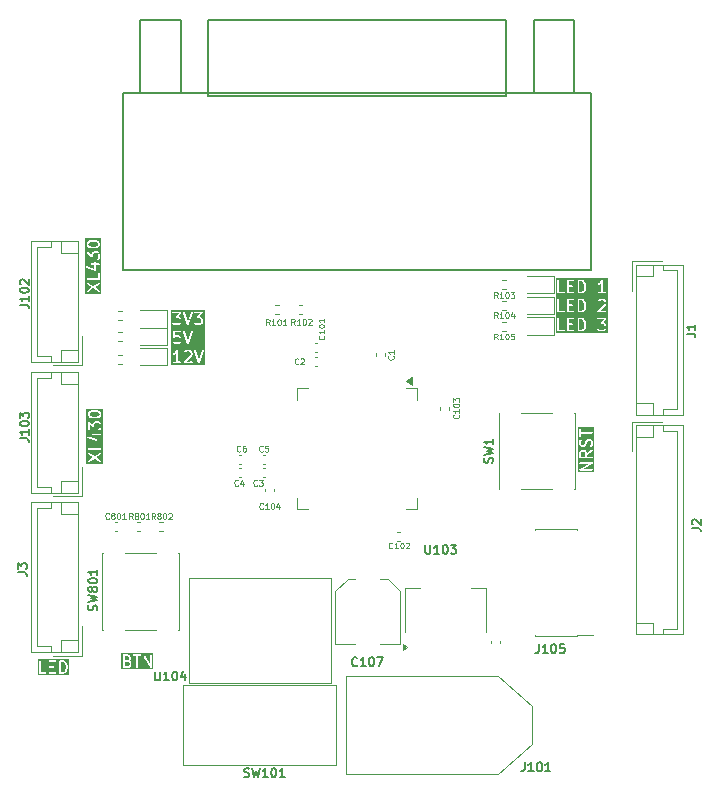
<source format=gbr>
%TF.GenerationSoftware,KiCad,Pcbnew,8.0.0*%
%TF.CreationDate,2024-10-22T21:16:36+02:00*%
%TF.ProjectId,ProjetCorps,50726f6a-6574-4436-9f72-70732e6b6963,rev?*%
%TF.SameCoordinates,Original*%
%TF.FileFunction,Legend,Top*%
%TF.FilePolarity,Positive*%
%FSLAX46Y46*%
G04 Gerber Fmt 4.6, Leading zero omitted, Abs format (unit mm)*
G04 Created by KiCad (PCBNEW 8.0.0) date 2024-10-22 21:16:36*
%MOMM*%
%LPD*%
G01*
G04 APERTURE LIST*
%ADD10C,0.150000*%
%ADD11C,0.125000*%
%ADD12C,0.120000*%
%ADD13C,0.100000*%
%ADD14C,0.152400*%
G04 APERTURE END LIST*
D10*
G36*
X89259688Y-70255427D02*
G01*
X89291015Y-70285671D01*
X89326386Y-70354359D01*
X89326846Y-70480510D01*
X89326348Y-70483333D01*
X89326864Y-70485666D01*
X89327447Y-70645584D01*
X88952252Y-70646117D01*
X88951205Y-70358783D01*
X88984573Y-70290016D01*
X89014817Y-70258689D01*
X89083674Y-70223231D01*
X89191306Y-70222246D01*
X89259688Y-70255427D01*
G37*
G36*
X90063632Y-71953533D02*
G01*
X88691410Y-71953533D01*
X88691410Y-71762183D01*
X88802704Y-71762183D01*
X88803962Y-71772079D01*
X88803962Y-71782054D01*
X88805791Y-71786469D01*
X88806394Y-71791213D01*
X88811344Y-71799877D01*
X88815161Y-71809090D01*
X88818539Y-71812468D01*
X88820913Y-71816622D01*
X88828802Y-71822731D01*
X88835853Y-71829782D01*
X88840269Y-71831611D01*
X88844050Y-71834539D01*
X88853673Y-71837163D01*
X88862889Y-71840981D01*
X88870371Y-71841717D01*
X88872282Y-71842239D01*
X88873757Y-71842051D01*
X88877521Y-71842422D01*
X89892153Y-71840981D01*
X89919189Y-71829782D01*
X89939881Y-71809090D01*
X89951080Y-71782054D01*
X89951080Y-71752790D01*
X89939881Y-71725754D01*
X89919189Y-71705062D01*
X89892153Y-71693863D01*
X89877521Y-71692422D01*
X89157451Y-71693444D01*
X89910150Y-71262097D01*
X89919189Y-71258354D01*
X89922551Y-71254991D01*
X89926721Y-71252602D01*
X89932829Y-71244713D01*
X89939881Y-71237662D01*
X89941711Y-71233243D01*
X89944638Y-71229464D01*
X89947262Y-71219842D01*
X89951080Y-71210626D01*
X89951080Y-71205845D01*
X89952338Y-71201233D01*
X89951080Y-71191336D01*
X89951080Y-71181362D01*
X89949250Y-71176946D01*
X89948648Y-71172203D01*
X89943697Y-71163538D01*
X89939881Y-71154326D01*
X89936502Y-71150947D01*
X89934129Y-71146794D01*
X89926239Y-71140684D01*
X89919189Y-71133634D01*
X89914772Y-71131804D01*
X89910992Y-71128877D01*
X89901368Y-71126252D01*
X89892153Y-71122435D01*
X89884670Y-71121698D01*
X89882760Y-71121177D01*
X89881284Y-71121364D01*
X89877521Y-71120994D01*
X88862889Y-71122435D01*
X88835853Y-71133634D01*
X88815161Y-71154326D01*
X88803962Y-71181362D01*
X88803962Y-71210626D01*
X88815161Y-71237662D01*
X88835853Y-71258354D01*
X88862889Y-71269553D01*
X88877521Y-71270994D01*
X89597590Y-71269971D01*
X88844891Y-71701318D01*
X88835853Y-71705062D01*
X88832490Y-71708424D01*
X88828321Y-71710814D01*
X88822211Y-71718703D01*
X88815161Y-71725754D01*
X88813331Y-71730170D01*
X88810404Y-71733951D01*
X88807779Y-71743574D01*
X88803962Y-71752790D01*
X88803962Y-71757570D01*
X88802704Y-71762183D01*
X88691410Y-71762183D01*
X88691410Y-70338851D01*
X88802521Y-70338851D01*
X88803962Y-70734435D01*
X88815161Y-70761471D01*
X88835853Y-70782163D01*
X88862889Y-70793362D01*
X88877521Y-70794803D01*
X89892153Y-70793362D01*
X89919189Y-70782163D01*
X89939881Y-70761471D01*
X89951080Y-70734435D01*
X89951080Y-70705171D01*
X89939881Y-70678135D01*
X89919189Y-70657443D01*
X89892153Y-70646244D01*
X89877521Y-70644803D01*
X89476058Y-70645373D01*
X89475606Y-70521150D01*
X89931691Y-70200246D01*
X89947418Y-70175567D01*
X89952504Y-70146750D01*
X89946174Y-70118179D01*
X89929392Y-70094205D01*
X89904714Y-70078478D01*
X89875896Y-70073393D01*
X89847325Y-70079722D01*
X89834512Y-70086932D01*
X89475141Y-70339788D01*
X89474935Y-70336889D01*
X89474889Y-70324219D01*
X89473858Y-70321730D01*
X89473667Y-70319041D01*
X89468412Y-70305310D01*
X89419720Y-70210755D01*
X89416071Y-70201945D01*
X89413688Y-70199042D01*
X89412961Y-70197629D01*
X89411462Y-70196329D01*
X89406744Y-70190580D01*
X89357708Y-70143238D01*
X89352076Y-70136744D01*
X89348930Y-70134764D01*
X89347760Y-70133634D01*
X89345932Y-70132876D01*
X89339633Y-70128912D01*
X89253744Y-70087237D01*
X89252522Y-70086015D01*
X89243656Y-70082342D01*
X89230663Y-70076038D01*
X89227975Y-70075847D01*
X89225486Y-70074816D01*
X89210854Y-70073375D01*
X89079223Y-70074579D01*
X89077377Y-70073964D01*
X89067162Y-70074689D01*
X89053365Y-70074816D01*
X89050876Y-70075846D01*
X89048187Y-70076038D01*
X89034456Y-70081293D01*
X88939901Y-70129984D01*
X88931091Y-70133634D01*
X88928188Y-70136016D01*
X88926775Y-70136744D01*
X88925475Y-70138242D01*
X88919726Y-70142961D01*
X88872384Y-70191996D01*
X88865890Y-70197629D01*
X88863910Y-70200774D01*
X88862780Y-70201945D01*
X88862022Y-70203772D01*
X88858058Y-70210072D01*
X88816383Y-70295960D01*
X88815161Y-70297183D01*
X88811488Y-70306048D01*
X88805184Y-70319042D01*
X88804993Y-70321729D01*
X88803962Y-70324219D01*
X88802521Y-70338851D01*
X88691410Y-70338851D01*
X88691410Y-69338851D01*
X88802521Y-69338851D01*
X88803813Y-69565455D01*
X88803110Y-69567565D01*
X88803887Y-69578507D01*
X88803962Y-69591578D01*
X88804993Y-69594067D01*
X88805184Y-69596755D01*
X88810439Y-69610487D01*
X88859131Y-69705043D01*
X88862780Y-69713852D01*
X88865162Y-69716754D01*
X88865890Y-69718168D01*
X88867388Y-69719467D01*
X88872107Y-69725217D01*
X88921142Y-69772558D01*
X88926775Y-69779053D01*
X88929920Y-69781032D01*
X88931091Y-69782163D01*
X88932918Y-69782920D01*
X88939218Y-69786885D01*
X89025107Y-69828560D01*
X89026329Y-69829782D01*
X89035188Y-69833451D01*
X89048187Y-69839759D01*
X89050876Y-69839950D01*
X89053365Y-69840981D01*
X89067997Y-69842422D01*
X89152303Y-69841316D01*
X89153854Y-69841833D01*
X89163123Y-69841174D01*
X89177867Y-69840981D01*
X89180356Y-69839949D01*
X89183044Y-69839759D01*
X89196776Y-69834504D01*
X89291332Y-69785811D01*
X89300141Y-69782163D01*
X89303043Y-69779780D01*
X89304457Y-69779053D01*
X89305756Y-69777554D01*
X89311506Y-69772836D01*
X89358847Y-69723800D01*
X89365342Y-69718168D01*
X89367321Y-69715022D01*
X89368452Y-69713852D01*
X89369209Y-69712024D01*
X89373174Y-69705725D01*
X89417442Y-69614492D01*
X89421525Y-69608982D01*
X89425460Y-69597966D01*
X89426048Y-69596756D01*
X89426086Y-69596215D01*
X89426472Y-69595136D01*
X89469556Y-69417652D01*
X89508382Y-69337635D01*
X89538626Y-69306308D01*
X89607607Y-69270786D01*
X89667768Y-69269997D01*
X89735878Y-69303046D01*
X89767206Y-69333291D01*
X89802609Y-69402041D01*
X89803788Y-69608822D01*
X89755491Y-69758042D01*
X89757566Y-69787232D01*
X89770652Y-69813405D01*
X89792759Y-69832579D01*
X89820522Y-69841833D01*
X89849712Y-69839758D01*
X89875885Y-69826672D01*
X89895059Y-69804565D01*
X89901053Y-69791139D01*
X89947202Y-69648557D01*
X89951080Y-69639197D01*
X89951450Y-69635433D01*
X89951932Y-69633946D01*
X89951791Y-69631971D01*
X89952521Y-69624565D01*
X89951228Y-69397959D01*
X89951932Y-69395850D01*
X89951154Y-69384907D01*
X89951080Y-69371838D01*
X89950049Y-69369349D01*
X89949858Y-69366660D01*
X89944603Y-69352929D01*
X89895911Y-69258374D01*
X89892262Y-69249564D01*
X89889879Y-69246661D01*
X89889152Y-69245248D01*
X89887652Y-69243947D01*
X89882934Y-69238198D01*
X89833897Y-69190856D01*
X89828266Y-69184363D01*
X89825120Y-69182383D01*
X89823949Y-69181252D01*
X89822119Y-69180494D01*
X89815823Y-69176531D01*
X89729934Y-69134856D01*
X89728712Y-69133634D01*
X89719846Y-69129961D01*
X89706853Y-69123657D01*
X89704165Y-69123466D01*
X89701676Y-69122435D01*
X89687044Y-69120994D01*
X89602736Y-69122099D01*
X89601186Y-69121583D01*
X89591915Y-69122241D01*
X89577174Y-69122435D01*
X89574685Y-69123465D01*
X89571996Y-69123657D01*
X89558265Y-69128912D01*
X89463710Y-69177603D01*
X89454900Y-69181253D01*
X89451997Y-69183635D01*
X89450584Y-69184363D01*
X89449284Y-69185861D01*
X89443535Y-69190580D01*
X89396193Y-69239615D01*
X89389699Y-69245248D01*
X89387719Y-69248393D01*
X89386589Y-69249564D01*
X89385831Y-69251391D01*
X89381867Y-69257691D01*
X89337600Y-69348922D01*
X89333516Y-69354434D01*
X89329578Y-69365453D01*
X89328993Y-69366661D01*
X89328954Y-69367200D01*
X89328569Y-69368280D01*
X89285484Y-69545763D01*
X89246659Y-69625779D01*
X89216414Y-69657107D01*
X89147433Y-69692629D01*
X89087272Y-69693418D01*
X89019163Y-69660370D01*
X88987835Y-69630125D01*
X88952432Y-69561374D01*
X88951253Y-69354593D01*
X88999551Y-69205375D01*
X88997476Y-69176185D01*
X88984390Y-69150011D01*
X88962282Y-69130837D01*
X88934520Y-69121583D01*
X88905330Y-69123658D01*
X88879157Y-69136745D01*
X88859983Y-69158852D01*
X88853989Y-69172277D01*
X88807840Y-69314855D01*
X88803962Y-69324219D01*
X88803591Y-69327984D01*
X88803110Y-69329471D01*
X88803250Y-69331445D01*
X88802521Y-69338851D01*
X88691410Y-69338851D01*
X88691410Y-68338851D01*
X88802521Y-68338851D01*
X88803962Y-68924911D01*
X88815161Y-68951947D01*
X88835853Y-68972639D01*
X88862889Y-68983838D01*
X88892153Y-68983838D01*
X88919189Y-68972639D01*
X88939881Y-68951947D01*
X88951080Y-68924911D01*
X88952521Y-68910279D01*
X88952002Y-68699459D01*
X89892153Y-68698124D01*
X89919189Y-68686925D01*
X89939881Y-68666233D01*
X89951080Y-68639197D01*
X89951080Y-68609933D01*
X89939881Y-68582897D01*
X89919189Y-68562205D01*
X89892153Y-68551006D01*
X89877521Y-68549565D01*
X88951637Y-68550879D01*
X88951080Y-68324219D01*
X88939881Y-68297183D01*
X88919189Y-68276491D01*
X88892153Y-68265292D01*
X88862889Y-68265292D01*
X88835853Y-68276491D01*
X88815161Y-68297183D01*
X88803962Y-68324219D01*
X88802521Y-68338851D01*
X88691410Y-68338851D01*
X88691410Y-68154181D01*
X90063632Y-68154181D01*
X90063632Y-71953533D01*
G37*
D11*
X62586997Y-59532309D02*
X62420331Y-59294214D01*
X62301283Y-59532309D02*
X62301283Y-59032309D01*
X62301283Y-59032309D02*
X62491759Y-59032309D01*
X62491759Y-59032309D02*
X62539378Y-59056119D01*
X62539378Y-59056119D02*
X62563188Y-59079928D01*
X62563188Y-59079928D02*
X62586997Y-59127547D01*
X62586997Y-59127547D02*
X62586997Y-59198976D01*
X62586997Y-59198976D02*
X62563188Y-59246595D01*
X62563188Y-59246595D02*
X62539378Y-59270404D01*
X62539378Y-59270404D02*
X62491759Y-59294214D01*
X62491759Y-59294214D02*
X62301283Y-59294214D01*
X63063188Y-59532309D02*
X62777474Y-59532309D01*
X62920331Y-59532309D02*
X62920331Y-59032309D01*
X62920331Y-59032309D02*
X62872712Y-59103738D01*
X62872712Y-59103738D02*
X62825093Y-59151357D01*
X62825093Y-59151357D02*
X62777474Y-59175166D01*
X63372711Y-59032309D02*
X63420330Y-59032309D01*
X63420330Y-59032309D02*
X63467949Y-59056119D01*
X63467949Y-59056119D02*
X63491759Y-59079928D01*
X63491759Y-59079928D02*
X63515568Y-59127547D01*
X63515568Y-59127547D02*
X63539378Y-59222785D01*
X63539378Y-59222785D02*
X63539378Y-59341833D01*
X63539378Y-59341833D02*
X63515568Y-59437071D01*
X63515568Y-59437071D02*
X63491759Y-59484690D01*
X63491759Y-59484690D02*
X63467949Y-59508500D01*
X63467949Y-59508500D02*
X63420330Y-59532309D01*
X63420330Y-59532309D02*
X63372711Y-59532309D01*
X63372711Y-59532309D02*
X63325092Y-59508500D01*
X63325092Y-59508500D02*
X63301283Y-59484690D01*
X63301283Y-59484690D02*
X63277473Y-59437071D01*
X63277473Y-59437071D02*
X63253664Y-59341833D01*
X63253664Y-59341833D02*
X63253664Y-59222785D01*
X63253664Y-59222785D02*
X63277473Y-59127547D01*
X63277473Y-59127547D02*
X63301283Y-59079928D01*
X63301283Y-59079928D02*
X63325092Y-59056119D01*
X63325092Y-59056119D02*
X63372711Y-59032309D01*
X64015568Y-59532309D02*
X63729854Y-59532309D01*
X63872711Y-59532309D02*
X63872711Y-59032309D01*
X63872711Y-59032309D02*
X63825092Y-59103738D01*
X63825092Y-59103738D02*
X63777473Y-59151357D01*
X63777473Y-59151357D02*
X63729854Y-59175166D01*
X81886997Y-57232309D02*
X81720331Y-56994214D01*
X81601283Y-57232309D02*
X81601283Y-56732309D01*
X81601283Y-56732309D02*
X81791759Y-56732309D01*
X81791759Y-56732309D02*
X81839378Y-56756119D01*
X81839378Y-56756119D02*
X81863188Y-56779928D01*
X81863188Y-56779928D02*
X81886997Y-56827547D01*
X81886997Y-56827547D02*
X81886997Y-56898976D01*
X81886997Y-56898976D02*
X81863188Y-56946595D01*
X81863188Y-56946595D02*
X81839378Y-56970404D01*
X81839378Y-56970404D02*
X81791759Y-56994214D01*
X81791759Y-56994214D02*
X81601283Y-56994214D01*
X82363188Y-57232309D02*
X82077474Y-57232309D01*
X82220331Y-57232309D02*
X82220331Y-56732309D01*
X82220331Y-56732309D02*
X82172712Y-56803738D01*
X82172712Y-56803738D02*
X82125093Y-56851357D01*
X82125093Y-56851357D02*
X82077474Y-56875166D01*
X82672711Y-56732309D02*
X82720330Y-56732309D01*
X82720330Y-56732309D02*
X82767949Y-56756119D01*
X82767949Y-56756119D02*
X82791759Y-56779928D01*
X82791759Y-56779928D02*
X82815568Y-56827547D01*
X82815568Y-56827547D02*
X82839378Y-56922785D01*
X82839378Y-56922785D02*
X82839378Y-57041833D01*
X82839378Y-57041833D02*
X82815568Y-57137071D01*
X82815568Y-57137071D02*
X82791759Y-57184690D01*
X82791759Y-57184690D02*
X82767949Y-57208500D01*
X82767949Y-57208500D02*
X82720330Y-57232309D01*
X82720330Y-57232309D02*
X82672711Y-57232309D01*
X82672711Y-57232309D02*
X82625092Y-57208500D01*
X82625092Y-57208500D02*
X82601283Y-57184690D01*
X82601283Y-57184690D02*
X82577473Y-57137071D01*
X82577473Y-57137071D02*
X82553664Y-57041833D01*
X82553664Y-57041833D02*
X82553664Y-56922785D01*
X82553664Y-56922785D02*
X82577473Y-56827547D01*
X82577473Y-56827547D02*
X82601283Y-56779928D01*
X82601283Y-56779928D02*
X82625092Y-56756119D01*
X82625092Y-56756119D02*
X82672711Y-56732309D01*
X83006044Y-56732309D02*
X83315568Y-56732309D01*
X83315568Y-56732309D02*
X83148901Y-56922785D01*
X83148901Y-56922785D02*
X83220330Y-56922785D01*
X83220330Y-56922785D02*
X83267949Y-56946595D01*
X83267949Y-56946595D02*
X83291758Y-56970404D01*
X83291758Y-56970404D02*
X83315568Y-57018023D01*
X83315568Y-57018023D02*
X83315568Y-57137071D01*
X83315568Y-57137071D02*
X83291758Y-57184690D01*
X83291758Y-57184690D02*
X83267949Y-57208500D01*
X83267949Y-57208500D02*
X83220330Y-57232309D01*
X83220330Y-57232309D02*
X83077473Y-57232309D01*
X83077473Y-57232309D02*
X83029854Y-57208500D01*
X83029854Y-57208500D02*
X83006044Y-57184690D01*
D10*
X41450414Y-57808458D02*
X41986128Y-57808458D01*
X41986128Y-57808458D02*
X42093271Y-57844173D01*
X42093271Y-57844173D02*
X42164700Y-57915601D01*
X42164700Y-57915601D02*
X42200414Y-58022744D01*
X42200414Y-58022744D02*
X42200414Y-58094173D01*
X42200414Y-57058458D02*
X42200414Y-57487029D01*
X42200414Y-57272744D02*
X41450414Y-57272744D01*
X41450414Y-57272744D02*
X41557557Y-57344172D01*
X41557557Y-57344172D02*
X41628985Y-57415601D01*
X41628985Y-57415601D02*
X41664700Y-57487029D01*
X41450414Y-56594172D02*
X41450414Y-56522743D01*
X41450414Y-56522743D02*
X41486128Y-56451315D01*
X41486128Y-56451315D02*
X41521842Y-56415601D01*
X41521842Y-56415601D02*
X41593271Y-56379886D01*
X41593271Y-56379886D02*
X41736128Y-56344172D01*
X41736128Y-56344172D02*
X41914700Y-56344172D01*
X41914700Y-56344172D02*
X42057557Y-56379886D01*
X42057557Y-56379886D02*
X42128985Y-56415601D01*
X42128985Y-56415601D02*
X42164700Y-56451315D01*
X42164700Y-56451315D02*
X42200414Y-56522743D01*
X42200414Y-56522743D02*
X42200414Y-56594172D01*
X42200414Y-56594172D02*
X42164700Y-56665601D01*
X42164700Y-56665601D02*
X42128985Y-56701315D01*
X42128985Y-56701315D02*
X42057557Y-56737029D01*
X42057557Y-56737029D02*
X41914700Y-56772743D01*
X41914700Y-56772743D02*
X41736128Y-56772743D01*
X41736128Y-56772743D02*
X41593271Y-56737029D01*
X41593271Y-56737029D02*
X41521842Y-56701315D01*
X41521842Y-56701315D02*
X41486128Y-56665601D01*
X41486128Y-56665601D02*
X41450414Y-56594172D01*
X41521842Y-56058457D02*
X41486128Y-56022743D01*
X41486128Y-56022743D02*
X41450414Y-55951315D01*
X41450414Y-55951315D02*
X41450414Y-55772743D01*
X41450414Y-55772743D02*
X41486128Y-55701315D01*
X41486128Y-55701315D02*
X41521842Y-55665600D01*
X41521842Y-55665600D02*
X41593271Y-55629886D01*
X41593271Y-55629886D02*
X41664700Y-55629886D01*
X41664700Y-55629886D02*
X41771842Y-55665600D01*
X41771842Y-55665600D02*
X42200414Y-56094172D01*
X42200414Y-56094172D02*
X42200414Y-55629886D01*
D11*
X64722087Y-59493649D02*
X64555421Y-59255554D01*
X64436373Y-59493649D02*
X64436373Y-58993649D01*
X64436373Y-58993649D02*
X64626849Y-58993649D01*
X64626849Y-58993649D02*
X64674468Y-59017459D01*
X64674468Y-59017459D02*
X64698278Y-59041268D01*
X64698278Y-59041268D02*
X64722087Y-59088887D01*
X64722087Y-59088887D02*
X64722087Y-59160316D01*
X64722087Y-59160316D02*
X64698278Y-59207935D01*
X64698278Y-59207935D02*
X64674468Y-59231744D01*
X64674468Y-59231744D02*
X64626849Y-59255554D01*
X64626849Y-59255554D02*
X64436373Y-59255554D01*
X65198278Y-59493649D02*
X64912564Y-59493649D01*
X65055421Y-59493649D02*
X65055421Y-58993649D01*
X65055421Y-58993649D02*
X65007802Y-59065078D01*
X65007802Y-59065078D02*
X64960183Y-59112697D01*
X64960183Y-59112697D02*
X64912564Y-59136506D01*
X65507801Y-58993649D02*
X65555420Y-58993649D01*
X65555420Y-58993649D02*
X65603039Y-59017459D01*
X65603039Y-59017459D02*
X65626849Y-59041268D01*
X65626849Y-59041268D02*
X65650658Y-59088887D01*
X65650658Y-59088887D02*
X65674468Y-59184125D01*
X65674468Y-59184125D02*
X65674468Y-59303173D01*
X65674468Y-59303173D02*
X65650658Y-59398411D01*
X65650658Y-59398411D02*
X65626849Y-59446030D01*
X65626849Y-59446030D02*
X65603039Y-59469840D01*
X65603039Y-59469840D02*
X65555420Y-59493649D01*
X65555420Y-59493649D02*
X65507801Y-59493649D01*
X65507801Y-59493649D02*
X65460182Y-59469840D01*
X65460182Y-59469840D02*
X65436373Y-59446030D01*
X65436373Y-59446030D02*
X65412563Y-59398411D01*
X65412563Y-59398411D02*
X65388754Y-59303173D01*
X65388754Y-59303173D02*
X65388754Y-59184125D01*
X65388754Y-59184125D02*
X65412563Y-59088887D01*
X65412563Y-59088887D02*
X65436373Y-59041268D01*
X65436373Y-59041268D02*
X65460182Y-59017459D01*
X65460182Y-59017459D02*
X65507801Y-58993649D01*
X65864944Y-59041268D02*
X65888753Y-59017459D01*
X65888753Y-59017459D02*
X65936372Y-58993649D01*
X65936372Y-58993649D02*
X66055420Y-58993649D01*
X66055420Y-58993649D02*
X66103039Y-59017459D01*
X66103039Y-59017459D02*
X66126848Y-59041268D01*
X66126848Y-59041268D02*
X66150658Y-59088887D01*
X66150658Y-59088887D02*
X66150658Y-59136506D01*
X66150658Y-59136506D02*
X66126848Y-59207935D01*
X66126848Y-59207935D02*
X65841134Y-59493649D01*
X65841134Y-59493649D02*
X66150658Y-59493649D01*
X81886997Y-60732309D02*
X81720331Y-60494214D01*
X81601283Y-60732309D02*
X81601283Y-60232309D01*
X81601283Y-60232309D02*
X81791759Y-60232309D01*
X81791759Y-60232309D02*
X81839378Y-60256119D01*
X81839378Y-60256119D02*
X81863188Y-60279928D01*
X81863188Y-60279928D02*
X81886997Y-60327547D01*
X81886997Y-60327547D02*
X81886997Y-60398976D01*
X81886997Y-60398976D02*
X81863188Y-60446595D01*
X81863188Y-60446595D02*
X81839378Y-60470404D01*
X81839378Y-60470404D02*
X81791759Y-60494214D01*
X81791759Y-60494214D02*
X81601283Y-60494214D01*
X82363188Y-60732309D02*
X82077474Y-60732309D01*
X82220331Y-60732309D02*
X82220331Y-60232309D01*
X82220331Y-60232309D02*
X82172712Y-60303738D01*
X82172712Y-60303738D02*
X82125093Y-60351357D01*
X82125093Y-60351357D02*
X82077474Y-60375166D01*
X82672711Y-60232309D02*
X82720330Y-60232309D01*
X82720330Y-60232309D02*
X82767949Y-60256119D01*
X82767949Y-60256119D02*
X82791759Y-60279928D01*
X82791759Y-60279928D02*
X82815568Y-60327547D01*
X82815568Y-60327547D02*
X82839378Y-60422785D01*
X82839378Y-60422785D02*
X82839378Y-60541833D01*
X82839378Y-60541833D02*
X82815568Y-60637071D01*
X82815568Y-60637071D02*
X82791759Y-60684690D01*
X82791759Y-60684690D02*
X82767949Y-60708500D01*
X82767949Y-60708500D02*
X82720330Y-60732309D01*
X82720330Y-60732309D02*
X82672711Y-60732309D01*
X82672711Y-60732309D02*
X82625092Y-60708500D01*
X82625092Y-60708500D02*
X82601283Y-60684690D01*
X82601283Y-60684690D02*
X82577473Y-60637071D01*
X82577473Y-60637071D02*
X82553664Y-60541833D01*
X82553664Y-60541833D02*
X82553664Y-60422785D01*
X82553664Y-60422785D02*
X82577473Y-60327547D01*
X82577473Y-60327547D02*
X82601283Y-60279928D01*
X82601283Y-60279928D02*
X82625092Y-60256119D01*
X82625092Y-60256119D02*
X82672711Y-60232309D01*
X83291758Y-60232309D02*
X83053663Y-60232309D01*
X83053663Y-60232309D02*
X83029854Y-60470404D01*
X83029854Y-60470404D02*
X83053663Y-60446595D01*
X83053663Y-60446595D02*
X83101282Y-60422785D01*
X83101282Y-60422785D02*
X83220330Y-60422785D01*
X83220330Y-60422785D02*
X83267949Y-60446595D01*
X83267949Y-60446595D02*
X83291758Y-60470404D01*
X83291758Y-60470404D02*
X83315568Y-60518023D01*
X83315568Y-60518023D02*
X83315568Y-60637071D01*
X83315568Y-60637071D02*
X83291758Y-60684690D01*
X83291758Y-60684690D02*
X83267949Y-60708500D01*
X83267949Y-60708500D02*
X83220330Y-60732309D01*
X83220330Y-60732309D02*
X83101282Y-60732309D01*
X83101282Y-60732309D02*
X83053663Y-60708500D01*
X83053663Y-60708500D02*
X83029854Y-60684690D01*
X48986997Y-75875545D02*
X48963188Y-75899355D01*
X48963188Y-75899355D02*
X48891759Y-75923164D01*
X48891759Y-75923164D02*
X48844140Y-75923164D01*
X48844140Y-75923164D02*
X48772712Y-75899355D01*
X48772712Y-75899355D02*
X48725093Y-75851735D01*
X48725093Y-75851735D02*
X48701283Y-75804116D01*
X48701283Y-75804116D02*
X48677474Y-75708878D01*
X48677474Y-75708878D02*
X48677474Y-75637450D01*
X48677474Y-75637450D02*
X48701283Y-75542212D01*
X48701283Y-75542212D02*
X48725093Y-75494593D01*
X48725093Y-75494593D02*
X48772712Y-75446974D01*
X48772712Y-75446974D02*
X48844140Y-75423164D01*
X48844140Y-75423164D02*
X48891759Y-75423164D01*
X48891759Y-75423164D02*
X48963188Y-75446974D01*
X48963188Y-75446974D02*
X48986997Y-75470783D01*
X49272712Y-75637450D02*
X49225093Y-75613640D01*
X49225093Y-75613640D02*
X49201283Y-75589831D01*
X49201283Y-75589831D02*
X49177474Y-75542212D01*
X49177474Y-75542212D02*
X49177474Y-75518402D01*
X49177474Y-75518402D02*
X49201283Y-75470783D01*
X49201283Y-75470783D02*
X49225093Y-75446974D01*
X49225093Y-75446974D02*
X49272712Y-75423164D01*
X49272712Y-75423164D02*
X49367950Y-75423164D01*
X49367950Y-75423164D02*
X49415569Y-75446974D01*
X49415569Y-75446974D02*
X49439378Y-75470783D01*
X49439378Y-75470783D02*
X49463188Y-75518402D01*
X49463188Y-75518402D02*
X49463188Y-75542212D01*
X49463188Y-75542212D02*
X49439378Y-75589831D01*
X49439378Y-75589831D02*
X49415569Y-75613640D01*
X49415569Y-75613640D02*
X49367950Y-75637450D01*
X49367950Y-75637450D02*
X49272712Y-75637450D01*
X49272712Y-75637450D02*
X49225093Y-75661259D01*
X49225093Y-75661259D02*
X49201283Y-75685069D01*
X49201283Y-75685069D02*
X49177474Y-75732688D01*
X49177474Y-75732688D02*
X49177474Y-75827926D01*
X49177474Y-75827926D02*
X49201283Y-75875545D01*
X49201283Y-75875545D02*
X49225093Y-75899355D01*
X49225093Y-75899355D02*
X49272712Y-75923164D01*
X49272712Y-75923164D02*
X49367950Y-75923164D01*
X49367950Y-75923164D02*
X49415569Y-75899355D01*
X49415569Y-75899355D02*
X49439378Y-75875545D01*
X49439378Y-75875545D02*
X49463188Y-75827926D01*
X49463188Y-75827926D02*
X49463188Y-75732688D01*
X49463188Y-75732688D02*
X49439378Y-75685069D01*
X49439378Y-75685069D02*
X49415569Y-75661259D01*
X49415569Y-75661259D02*
X49367950Y-75637450D01*
X49772711Y-75423164D02*
X49820330Y-75423164D01*
X49820330Y-75423164D02*
X49867949Y-75446974D01*
X49867949Y-75446974D02*
X49891759Y-75470783D01*
X49891759Y-75470783D02*
X49915568Y-75518402D01*
X49915568Y-75518402D02*
X49939378Y-75613640D01*
X49939378Y-75613640D02*
X49939378Y-75732688D01*
X49939378Y-75732688D02*
X49915568Y-75827926D01*
X49915568Y-75827926D02*
X49891759Y-75875545D01*
X49891759Y-75875545D02*
X49867949Y-75899355D01*
X49867949Y-75899355D02*
X49820330Y-75923164D01*
X49820330Y-75923164D02*
X49772711Y-75923164D01*
X49772711Y-75923164D02*
X49725092Y-75899355D01*
X49725092Y-75899355D02*
X49701283Y-75875545D01*
X49701283Y-75875545D02*
X49677473Y-75827926D01*
X49677473Y-75827926D02*
X49653664Y-75732688D01*
X49653664Y-75732688D02*
X49653664Y-75613640D01*
X49653664Y-75613640D02*
X49677473Y-75518402D01*
X49677473Y-75518402D02*
X49701283Y-75470783D01*
X49701283Y-75470783D02*
X49725092Y-75446974D01*
X49725092Y-75446974D02*
X49772711Y-75423164D01*
X50415568Y-75923164D02*
X50129854Y-75923164D01*
X50272711Y-75923164D02*
X50272711Y-75423164D01*
X50272711Y-75423164D02*
X50225092Y-75494593D01*
X50225092Y-75494593D02*
X50177473Y-75542212D01*
X50177473Y-75542212D02*
X50129854Y-75566021D01*
D10*
X70005826Y-88319840D02*
X69970112Y-88355555D01*
X69970112Y-88355555D02*
X69862969Y-88391269D01*
X69862969Y-88391269D02*
X69791541Y-88391269D01*
X69791541Y-88391269D02*
X69684398Y-88355555D01*
X69684398Y-88355555D02*
X69612969Y-88284126D01*
X69612969Y-88284126D02*
X69577255Y-88212697D01*
X69577255Y-88212697D02*
X69541541Y-88069840D01*
X69541541Y-88069840D02*
X69541541Y-87962697D01*
X69541541Y-87962697D02*
X69577255Y-87819840D01*
X69577255Y-87819840D02*
X69612969Y-87748412D01*
X69612969Y-87748412D02*
X69684398Y-87676983D01*
X69684398Y-87676983D02*
X69791541Y-87641269D01*
X69791541Y-87641269D02*
X69862969Y-87641269D01*
X69862969Y-87641269D02*
X69970112Y-87676983D01*
X69970112Y-87676983D02*
X70005826Y-87712697D01*
X70720112Y-88391269D02*
X70291541Y-88391269D01*
X70505826Y-88391269D02*
X70505826Y-87641269D01*
X70505826Y-87641269D02*
X70434398Y-87748412D01*
X70434398Y-87748412D02*
X70362969Y-87819840D01*
X70362969Y-87819840D02*
X70291541Y-87855555D01*
X71184398Y-87641269D02*
X71255827Y-87641269D01*
X71255827Y-87641269D02*
X71327255Y-87676983D01*
X71327255Y-87676983D02*
X71362970Y-87712697D01*
X71362970Y-87712697D02*
X71398684Y-87784126D01*
X71398684Y-87784126D02*
X71434398Y-87926983D01*
X71434398Y-87926983D02*
X71434398Y-88105555D01*
X71434398Y-88105555D02*
X71398684Y-88248412D01*
X71398684Y-88248412D02*
X71362970Y-88319840D01*
X71362970Y-88319840D02*
X71327255Y-88355555D01*
X71327255Y-88355555D02*
X71255827Y-88391269D01*
X71255827Y-88391269D02*
X71184398Y-88391269D01*
X71184398Y-88391269D02*
X71112970Y-88355555D01*
X71112970Y-88355555D02*
X71077255Y-88319840D01*
X71077255Y-88319840D02*
X71041541Y-88248412D01*
X71041541Y-88248412D02*
X71005827Y-88105555D01*
X71005827Y-88105555D02*
X71005827Y-87926983D01*
X71005827Y-87926983D02*
X71041541Y-87784126D01*
X71041541Y-87784126D02*
X71077255Y-87712697D01*
X71077255Y-87712697D02*
X71112970Y-87676983D01*
X71112970Y-87676983D02*
X71184398Y-87641269D01*
X71684398Y-87641269D02*
X72184398Y-87641269D01*
X72184398Y-87641269D02*
X71862970Y-88391269D01*
X60436398Y-97755555D02*
X60543541Y-97791269D01*
X60543541Y-97791269D02*
X60722112Y-97791269D01*
X60722112Y-97791269D02*
X60793541Y-97755555D01*
X60793541Y-97755555D02*
X60829255Y-97719840D01*
X60829255Y-97719840D02*
X60864969Y-97648412D01*
X60864969Y-97648412D02*
X60864969Y-97576983D01*
X60864969Y-97576983D02*
X60829255Y-97505555D01*
X60829255Y-97505555D02*
X60793541Y-97469840D01*
X60793541Y-97469840D02*
X60722112Y-97434126D01*
X60722112Y-97434126D02*
X60579255Y-97398412D01*
X60579255Y-97398412D02*
X60507826Y-97362697D01*
X60507826Y-97362697D02*
X60472112Y-97326983D01*
X60472112Y-97326983D02*
X60436398Y-97255555D01*
X60436398Y-97255555D02*
X60436398Y-97184126D01*
X60436398Y-97184126D02*
X60472112Y-97112697D01*
X60472112Y-97112697D02*
X60507826Y-97076983D01*
X60507826Y-97076983D02*
X60579255Y-97041269D01*
X60579255Y-97041269D02*
X60757826Y-97041269D01*
X60757826Y-97041269D02*
X60864969Y-97076983D01*
X61114969Y-97041269D02*
X61293541Y-97791269D01*
X61293541Y-97791269D02*
X61436398Y-97255555D01*
X61436398Y-97255555D02*
X61579255Y-97791269D01*
X61579255Y-97791269D02*
X61757827Y-97041269D01*
X62436398Y-97791269D02*
X62007827Y-97791269D01*
X62222112Y-97791269D02*
X62222112Y-97041269D01*
X62222112Y-97041269D02*
X62150684Y-97148412D01*
X62150684Y-97148412D02*
X62079255Y-97219840D01*
X62079255Y-97219840D02*
X62007827Y-97255555D01*
X62900684Y-97041269D02*
X62972113Y-97041269D01*
X62972113Y-97041269D02*
X63043541Y-97076983D01*
X63043541Y-97076983D02*
X63079256Y-97112697D01*
X63079256Y-97112697D02*
X63114970Y-97184126D01*
X63114970Y-97184126D02*
X63150684Y-97326983D01*
X63150684Y-97326983D02*
X63150684Y-97505555D01*
X63150684Y-97505555D02*
X63114970Y-97648412D01*
X63114970Y-97648412D02*
X63079256Y-97719840D01*
X63079256Y-97719840D02*
X63043541Y-97755555D01*
X63043541Y-97755555D02*
X62972113Y-97791269D01*
X62972113Y-97791269D02*
X62900684Y-97791269D01*
X62900684Y-97791269D02*
X62829256Y-97755555D01*
X62829256Y-97755555D02*
X62793541Y-97719840D01*
X62793541Y-97719840D02*
X62757827Y-97648412D01*
X62757827Y-97648412D02*
X62722113Y-97505555D01*
X62722113Y-97505555D02*
X62722113Y-97326983D01*
X62722113Y-97326983D02*
X62757827Y-97184126D01*
X62757827Y-97184126D02*
X62793541Y-97112697D01*
X62793541Y-97112697D02*
X62829256Y-97076983D01*
X62829256Y-97076983D02*
X62900684Y-97041269D01*
X63864970Y-97791269D02*
X63436399Y-97791269D01*
X63650684Y-97791269D02*
X63650684Y-97041269D01*
X63650684Y-97041269D02*
X63579256Y-97148412D01*
X63579256Y-97148412D02*
X63507827Y-97219840D01*
X63507827Y-97219840D02*
X63436399Y-97255555D01*
X41450414Y-69108458D02*
X41986128Y-69108458D01*
X41986128Y-69108458D02*
X42093271Y-69144173D01*
X42093271Y-69144173D02*
X42164700Y-69215601D01*
X42164700Y-69215601D02*
X42200414Y-69322744D01*
X42200414Y-69322744D02*
X42200414Y-69394173D01*
X42200414Y-68358458D02*
X42200414Y-68787029D01*
X42200414Y-68572744D02*
X41450414Y-68572744D01*
X41450414Y-68572744D02*
X41557557Y-68644172D01*
X41557557Y-68644172D02*
X41628985Y-68715601D01*
X41628985Y-68715601D02*
X41664700Y-68787029D01*
X41450414Y-67894172D02*
X41450414Y-67822743D01*
X41450414Y-67822743D02*
X41486128Y-67751315D01*
X41486128Y-67751315D02*
X41521842Y-67715601D01*
X41521842Y-67715601D02*
X41593271Y-67679886D01*
X41593271Y-67679886D02*
X41736128Y-67644172D01*
X41736128Y-67644172D02*
X41914700Y-67644172D01*
X41914700Y-67644172D02*
X42057557Y-67679886D01*
X42057557Y-67679886D02*
X42128985Y-67715601D01*
X42128985Y-67715601D02*
X42164700Y-67751315D01*
X42164700Y-67751315D02*
X42200414Y-67822743D01*
X42200414Y-67822743D02*
X42200414Y-67894172D01*
X42200414Y-67894172D02*
X42164700Y-67965601D01*
X42164700Y-67965601D02*
X42128985Y-68001315D01*
X42128985Y-68001315D02*
X42057557Y-68037029D01*
X42057557Y-68037029D02*
X41914700Y-68072743D01*
X41914700Y-68072743D02*
X41736128Y-68072743D01*
X41736128Y-68072743D02*
X41593271Y-68037029D01*
X41593271Y-68037029D02*
X41521842Y-68001315D01*
X41521842Y-68001315D02*
X41486128Y-67965601D01*
X41486128Y-67965601D02*
X41450414Y-67894172D01*
X41450414Y-67394172D02*
X41450414Y-66929886D01*
X41450414Y-66929886D02*
X41736128Y-67179886D01*
X41736128Y-67179886D02*
X41736128Y-67072743D01*
X41736128Y-67072743D02*
X41771842Y-67001315D01*
X41771842Y-67001315D02*
X41807557Y-66965600D01*
X41807557Y-66965600D02*
X41878985Y-66929886D01*
X41878985Y-66929886D02*
X42057557Y-66929886D01*
X42057557Y-66929886D02*
X42128985Y-66965600D01*
X42128985Y-66965600D02*
X42164700Y-67001315D01*
X42164700Y-67001315D02*
X42200414Y-67072743D01*
X42200414Y-67072743D02*
X42200414Y-67287029D01*
X42200414Y-67287029D02*
X42164700Y-67358457D01*
X42164700Y-67358457D02*
X42128985Y-67394172D01*
D11*
X52886997Y-75932309D02*
X52720331Y-75694214D01*
X52601283Y-75932309D02*
X52601283Y-75432309D01*
X52601283Y-75432309D02*
X52791759Y-75432309D01*
X52791759Y-75432309D02*
X52839378Y-75456119D01*
X52839378Y-75456119D02*
X52863188Y-75479928D01*
X52863188Y-75479928D02*
X52886997Y-75527547D01*
X52886997Y-75527547D02*
X52886997Y-75598976D01*
X52886997Y-75598976D02*
X52863188Y-75646595D01*
X52863188Y-75646595D02*
X52839378Y-75670404D01*
X52839378Y-75670404D02*
X52791759Y-75694214D01*
X52791759Y-75694214D02*
X52601283Y-75694214D01*
X53172712Y-75646595D02*
X53125093Y-75622785D01*
X53125093Y-75622785D02*
X53101283Y-75598976D01*
X53101283Y-75598976D02*
X53077474Y-75551357D01*
X53077474Y-75551357D02*
X53077474Y-75527547D01*
X53077474Y-75527547D02*
X53101283Y-75479928D01*
X53101283Y-75479928D02*
X53125093Y-75456119D01*
X53125093Y-75456119D02*
X53172712Y-75432309D01*
X53172712Y-75432309D02*
X53267950Y-75432309D01*
X53267950Y-75432309D02*
X53315569Y-75456119D01*
X53315569Y-75456119D02*
X53339378Y-75479928D01*
X53339378Y-75479928D02*
X53363188Y-75527547D01*
X53363188Y-75527547D02*
X53363188Y-75551357D01*
X53363188Y-75551357D02*
X53339378Y-75598976D01*
X53339378Y-75598976D02*
X53315569Y-75622785D01*
X53315569Y-75622785D02*
X53267950Y-75646595D01*
X53267950Y-75646595D02*
X53172712Y-75646595D01*
X53172712Y-75646595D02*
X53125093Y-75670404D01*
X53125093Y-75670404D02*
X53101283Y-75694214D01*
X53101283Y-75694214D02*
X53077474Y-75741833D01*
X53077474Y-75741833D02*
X53077474Y-75837071D01*
X53077474Y-75837071D02*
X53101283Y-75884690D01*
X53101283Y-75884690D02*
X53125093Y-75908500D01*
X53125093Y-75908500D02*
X53172712Y-75932309D01*
X53172712Y-75932309D02*
X53267950Y-75932309D01*
X53267950Y-75932309D02*
X53315569Y-75908500D01*
X53315569Y-75908500D02*
X53339378Y-75884690D01*
X53339378Y-75884690D02*
X53363188Y-75837071D01*
X53363188Y-75837071D02*
X53363188Y-75741833D01*
X53363188Y-75741833D02*
X53339378Y-75694214D01*
X53339378Y-75694214D02*
X53315569Y-75670404D01*
X53315569Y-75670404D02*
X53267950Y-75646595D01*
X53672711Y-75432309D02*
X53720330Y-75432309D01*
X53720330Y-75432309D02*
X53767949Y-75456119D01*
X53767949Y-75456119D02*
X53791759Y-75479928D01*
X53791759Y-75479928D02*
X53815568Y-75527547D01*
X53815568Y-75527547D02*
X53839378Y-75622785D01*
X53839378Y-75622785D02*
X53839378Y-75741833D01*
X53839378Y-75741833D02*
X53815568Y-75837071D01*
X53815568Y-75837071D02*
X53791759Y-75884690D01*
X53791759Y-75884690D02*
X53767949Y-75908500D01*
X53767949Y-75908500D02*
X53720330Y-75932309D01*
X53720330Y-75932309D02*
X53672711Y-75932309D01*
X53672711Y-75932309D02*
X53625092Y-75908500D01*
X53625092Y-75908500D02*
X53601283Y-75884690D01*
X53601283Y-75884690D02*
X53577473Y-75837071D01*
X53577473Y-75837071D02*
X53553664Y-75741833D01*
X53553664Y-75741833D02*
X53553664Y-75622785D01*
X53553664Y-75622785D02*
X53577473Y-75527547D01*
X53577473Y-75527547D02*
X53601283Y-75479928D01*
X53601283Y-75479928D02*
X53625092Y-75456119D01*
X53625092Y-75456119D02*
X53672711Y-75432309D01*
X54029854Y-75479928D02*
X54053663Y-75456119D01*
X54053663Y-75456119D02*
X54101282Y-75432309D01*
X54101282Y-75432309D02*
X54220330Y-75432309D01*
X54220330Y-75432309D02*
X54267949Y-75456119D01*
X54267949Y-75456119D02*
X54291758Y-75479928D01*
X54291758Y-75479928D02*
X54315568Y-75527547D01*
X54315568Y-75527547D02*
X54315568Y-75575166D01*
X54315568Y-75575166D02*
X54291758Y-75646595D01*
X54291758Y-75646595D02*
X54006044Y-75932309D01*
X54006044Y-75932309D02*
X54315568Y-75932309D01*
D10*
X85386398Y-86541269D02*
X85386398Y-87076983D01*
X85386398Y-87076983D02*
X85350683Y-87184126D01*
X85350683Y-87184126D02*
X85279255Y-87255555D01*
X85279255Y-87255555D02*
X85172112Y-87291269D01*
X85172112Y-87291269D02*
X85100683Y-87291269D01*
X86136398Y-87291269D02*
X85707827Y-87291269D01*
X85922112Y-87291269D02*
X85922112Y-86541269D01*
X85922112Y-86541269D02*
X85850684Y-86648412D01*
X85850684Y-86648412D02*
X85779255Y-86719840D01*
X85779255Y-86719840D02*
X85707827Y-86755555D01*
X86600684Y-86541269D02*
X86672113Y-86541269D01*
X86672113Y-86541269D02*
X86743541Y-86576983D01*
X86743541Y-86576983D02*
X86779256Y-86612697D01*
X86779256Y-86612697D02*
X86814970Y-86684126D01*
X86814970Y-86684126D02*
X86850684Y-86826983D01*
X86850684Y-86826983D02*
X86850684Y-87005555D01*
X86850684Y-87005555D02*
X86814970Y-87148412D01*
X86814970Y-87148412D02*
X86779256Y-87219840D01*
X86779256Y-87219840D02*
X86743541Y-87255555D01*
X86743541Y-87255555D02*
X86672113Y-87291269D01*
X86672113Y-87291269D02*
X86600684Y-87291269D01*
X86600684Y-87291269D02*
X86529256Y-87255555D01*
X86529256Y-87255555D02*
X86493541Y-87219840D01*
X86493541Y-87219840D02*
X86457827Y-87148412D01*
X86457827Y-87148412D02*
X86422113Y-87005555D01*
X86422113Y-87005555D02*
X86422113Y-86826983D01*
X86422113Y-86826983D02*
X86457827Y-86684126D01*
X86457827Y-86684126D02*
X86493541Y-86612697D01*
X86493541Y-86612697D02*
X86529256Y-86576983D01*
X86529256Y-86576983D02*
X86600684Y-86541269D01*
X87529256Y-86541269D02*
X87172113Y-86541269D01*
X87172113Y-86541269D02*
X87136399Y-86898412D01*
X87136399Y-86898412D02*
X87172113Y-86862697D01*
X87172113Y-86862697D02*
X87243542Y-86826983D01*
X87243542Y-86826983D02*
X87422113Y-86826983D01*
X87422113Y-86826983D02*
X87493542Y-86862697D01*
X87493542Y-86862697D02*
X87529256Y-86898412D01*
X87529256Y-86898412D02*
X87564970Y-86969840D01*
X87564970Y-86969840D02*
X87564970Y-87148412D01*
X87564970Y-87148412D02*
X87529256Y-87219840D01*
X87529256Y-87219840D02*
X87493542Y-87255555D01*
X87493542Y-87255555D02*
X87422113Y-87291269D01*
X87422113Y-87291269D02*
X87243542Y-87291269D01*
X87243542Y-87291269D02*
X87172113Y-87255555D01*
X87172113Y-87255555D02*
X87136399Y-87219840D01*
X75772112Y-78141269D02*
X75772112Y-78748412D01*
X75772112Y-78748412D02*
X75807826Y-78819840D01*
X75807826Y-78819840D02*
X75843541Y-78855555D01*
X75843541Y-78855555D02*
X75914969Y-78891269D01*
X75914969Y-78891269D02*
X76057826Y-78891269D01*
X76057826Y-78891269D02*
X76129255Y-78855555D01*
X76129255Y-78855555D02*
X76164969Y-78819840D01*
X76164969Y-78819840D02*
X76200683Y-78748412D01*
X76200683Y-78748412D02*
X76200683Y-78141269D01*
X76950683Y-78891269D02*
X76522112Y-78891269D01*
X76736397Y-78891269D02*
X76736397Y-78141269D01*
X76736397Y-78141269D02*
X76664969Y-78248412D01*
X76664969Y-78248412D02*
X76593540Y-78319840D01*
X76593540Y-78319840D02*
X76522112Y-78355555D01*
X77414969Y-78141269D02*
X77486398Y-78141269D01*
X77486398Y-78141269D02*
X77557826Y-78176983D01*
X77557826Y-78176983D02*
X77593541Y-78212697D01*
X77593541Y-78212697D02*
X77629255Y-78284126D01*
X77629255Y-78284126D02*
X77664969Y-78426983D01*
X77664969Y-78426983D02*
X77664969Y-78605555D01*
X77664969Y-78605555D02*
X77629255Y-78748412D01*
X77629255Y-78748412D02*
X77593541Y-78819840D01*
X77593541Y-78819840D02*
X77557826Y-78855555D01*
X77557826Y-78855555D02*
X77486398Y-78891269D01*
X77486398Y-78891269D02*
X77414969Y-78891269D01*
X77414969Y-78891269D02*
X77343541Y-78855555D01*
X77343541Y-78855555D02*
X77307826Y-78819840D01*
X77307826Y-78819840D02*
X77272112Y-78748412D01*
X77272112Y-78748412D02*
X77236398Y-78605555D01*
X77236398Y-78605555D02*
X77236398Y-78426983D01*
X77236398Y-78426983D02*
X77272112Y-78284126D01*
X77272112Y-78284126D02*
X77307826Y-78212697D01*
X77307826Y-78212697D02*
X77343541Y-78176983D01*
X77343541Y-78176983D02*
X77414969Y-78141269D01*
X77914969Y-78141269D02*
X78379255Y-78141269D01*
X78379255Y-78141269D02*
X78129255Y-78426983D01*
X78129255Y-78426983D02*
X78236398Y-78426983D01*
X78236398Y-78426983D02*
X78307827Y-78462697D01*
X78307827Y-78462697D02*
X78343541Y-78498412D01*
X78343541Y-78498412D02*
X78379255Y-78569840D01*
X78379255Y-78569840D02*
X78379255Y-78748412D01*
X78379255Y-78748412D02*
X78343541Y-78819840D01*
X78343541Y-78819840D02*
X78307827Y-78855555D01*
X78307827Y-78855555D02*
X78236398Y-78891269D01*
X78236398Y-78891269D02*
X78022112Y-78891269D01*
X78022112Y-78891269D02*
X77950684Y-78855555D01*
X77950684Y-78855555D02*
X77914969Y-78819840D01*
D11*
X62022087Y-75046030D02*
X61998278Y-75069840D01*
X61998278Y-75069840D02*
X61926849Y-75093649D01*
X61926849Y-75093649D02*
X61879230Y-75093649D01*
X61879230Y-75093649D02*
X61807802Y-75069840D01*
X61807802Y-75069840D02*
X61760183Y-75022220D01*
X61760183Y-75022220D02*
X61736373Y-74974601D01*
X61736373Y-74974601D02*
X61712564Y-74879363D01*
X61712564Y-74879363D02*
X61712564Y-74807935D01*
X61712564Y-74807935D02*
X61736373Y-74712697D01*
X61736373Y-74712697D02*
X61760183Y-74665078D01*
X61760183Y-74665078D02*
X61807802Y-74617459D01*
X61807802Y-74617459D02*
X61879230Y-74593649D01*
X61879230Y-74593649D02*
X61926849Y-74593649D01*
X61926849Y-74593649D02*
X61998278Y-74617459D01*
X61998278Y-74617459D02*
X62022087Y-74641268D01*
X62498278Y-75093649D02*
X62212564Y-75093649D01*
X62355421Y-75093649D02*
X62355421Y-74593649D01*
X62355421Y-74593649D02*
X62307802Y-74665078D01*
X62307802Y-74665078D02*
X62260183Y-74712697D01*
X62260183Y-74712697D02*
X62212564Y-74736506D01*
X62807801Y-74593649D02*
X62855420Y-74593649D01*
X62855420Y-74593649D02*
X62903039Y-74617459D01*
X62903039Y-74617459D02*
X62926849Y-74641268D01*
X62926849Y-74641268D02*
X62950658Y-74688887D01*
X62950658Y-74688887D02*
X62974468Y-74784125D01*
X62974468Y-74784125D02*
X62974468Y-74903173D01*
X62974468Y-74903173D02*
X62950658Y-74998411D01*
X62950658Y-74998411D02*
X62926849Y-75046030D01*
X62926849Y-75046030D02*
X62903039Y-75069840D01*
X62903039Y-75069840D02*
X62855420Y-75093649D01*
X62855420Y-75093649D02*
X62807801Y-75093649D01*
X62807801Y-75093649D02*
X62760182Y-75069840D01*
X62760182Y-75069840D02*
X62736373Y-75046030D01*
X62736373Y-75046030D02*
X62712563Y-74998411D01*
X62712563Y-74998411D02*
X62688754Y-74903173D01*
X62688754Y-74903173D02*
X62688754Y-74784125D01*
X62688754Y-74784125D02*
X62712563Y-74688887D01*
X62712563Y-74688887D02*
X62736373Y-74641268D01*
X62736373Y-74641268D02*
X62760182Y-74617459D01*
X62760182Y-74617459D02*
X62807801Y-74593649D01*
X63403039Y-74760316D02*
X63403039Y-75093649D01*
X63283991Y-74569840D02*
X63164944Y-74926982D01*
X63164944Y-74926982D02*
X63474467Y-74926982D01*
D10*
G36*
X57133226Y-62861670D02*
G01*
X54239225Y-62861670D01*
X54239225Y-61951892D01*
X54397103Y-61951892D01*
X54399177Y-61981082D01*
X54412264Y-62007257D01*
X54434372Y-62026430D01*
X54462133Y-62035684D01*
X54491323Y-62033610D01*
X54505055Y-62028355D01*
X54599611Y-61979662D01*
X54608420Y-61976014D01*
X54611322Y-61973631D01*
X54612736Y-61972904D01*
X54614035Y-61971405D01*
X54619785Y-61966687D01*
X54682550Y-61902698D01*
X54683542Y-62601442D01*
X54456882Y-62602000D01*
X54429846Y-62613199D01*
X54409154Y-62633891D01*
X54397955Y-62660927D01*
X54397955Y-62690191D01*
X54409154Y-62717227D01*
X54429846Y-62737919D01*
X54456882Y-62749118D01*
X54471514Y-62750559D01*
X55057574Y-62749118D01*
X55084610Y-62737919D01*
X55105302Y-62717227D01*
X55116501Y-62690191D01*
X55302717Y-62690191D01*
X55313916Y-62717227D01*
X55334608Y-62737919D01*
X55361644Y-62749118D01*
X55376276Y-62750559D01*
X56009955Y-62749118D01*
X56036991Y-62737919D01*
X56057683Y-62717227D01*
X56068882Y-62690191D01*
X56068882Y-62660927D01*
X56057683Y-62633891D01*
X56036991Y-62613199D01*
X56009955Y-62602000D01*
X55995323Y-62600559D01*
X55555898Y-62601558D01*
X55991410Y-62164518D01*
X55993687Y-62163380D01*
X56001358Y-62154535D01*
X56010065Y-62145798D01*
X56011096Y-62143307D01*
X56012861Y-62141273D01*
X56018855Y-62127847D01*
X56065004Y-61985265D01*
X56068882Y-61975905D01*
X56069252Y-61972141D01*
X56069734Y-61970654D01*
X56069593Y-61968679D01*
X56070323Y-61961273D01*
X56069217Y-61876965D01*
X56069734Y-61875415D01*
X56069075Y-61866144D01*
X56068882Y-61851403D01*
X56067851Y-61848914D01*
X56067660Y-61846225D01*
X56062405Y-61832494D01*
X56013713Y-61737939D01*
X56010064Y-61729129D01*
X56007681Y-61726226D01*
X56006954Y-61724813D01*
X56005455Y-61723513D01*
X56000737Y-61717764D01*
X55966737Y-61684939D01*
X56206627Y-61684939D01*
X56209887Y-61699276D01*
X56541664Y-62690153D01*
X56542035Y-62695369D01*
X56546199Y-62703699D01*
X56549214Y-62712701D01*
X56552724Y-62716748D01*
X56555121Y-62721542D01*
X56562229Y-62727707D01*
X56568388Y-62734808D01*
X56573177Y-62737202D01*
X56577228Y-62740716D01*
X56586153Y-62743690D01*
X56594561Y-62747895D01*
X56599905Y-62748274D01*
X56604991Y-62749970D01*
X56614371Y-62749303D01*
X56623751Y-62749970D01*
X56628836Y-62748274D01*
X56634181Y-62747895D01*
X56642591Y-62743689D01*
X56651513Y-62740716D01*
X56655560Y-62737205D01*
X56660354Y-62734809D01*
X56666517Y-62727703D01*
X56673621Y-62721542D01*
X56676016Y-62716750D01*
X56679528Y-62712702D01*
X56685522Y-62699276D01*
X57022115Y-61684940D01*
X57020040Y-61655750D01*
X57006954Y-61629576D01*
X56984846Y-61610402D01*
X56957084Y-61601148D01*
X56927894Y-61603223D01*
X56901721Y-61616310D01*
X56882547Y-61638417D01*
X56876553Y-61651842D01*
X56614803Y-62440635D01*
X56346195Y-61638416D01*
X56327021Y-61616309D01*
X56300848Y-61603223D01*
X56271658Y-61601148D01*
X56243895Y-61610402D01*
X56221788Y-61629576D01*
X56208702Y-61655749D01*
X56206627Y-61684939D01*
X55966737Y-61684939D01*
X55951701Y-61670422D01*
X55946069Y-61663928D01*
X55942923Y-61661948D01*
X55941753Y-61660818D01*
X55939925Y-61660060D01*
X55933626Y-61656096D01*
X55847737Y-61614421D01*
X55846515Y-61613199D01*
X55837649Y-61609526D01*
X55824656Y-61603222D01*
X55821968Y-61603031D01*
X55819479Y-61602000D01*
X55804847Y-61600559D01*
X55578241Y-61601851D01*
X55576132Y-61601148D01*
X55565189Y-61601925D01*
X55552120Y-61602000D01*
X55549631Y-61603030D01*
X55546942Y-61603222D01*
X55533211Y-61608477D01*
X55438656Y-61657168D01*
X55429846Y-61660818D01*
X55426943Y-61663200D01*
X55425530Y-61663928D01*
X55424230Y-61665426D01*
X55418481Y-61670145D01*
X55361535Y-61729129D01*
X55350336Y-61756166D01*
X55350336Y-61785428D01*
X55361535Y-61812465D01*
X55382227Y-61833157D01*
X55409264Y-61844356D01*
X55438526Y-61844356D01*
X55465563Y-61833157D01*
X55476928Y-61823830D01*
X55513572Y-61785873D01*
X55582323Y-61750470D01*
X55785059Y-61749314D01*
X55853681Y-61782611D01*
X55885008Y-61812855D01*
X55920530Y-61881836D01*
X55921374Y-61946199D01*
X55883935Y-62061870D01*
X55313916Y-62633891D01*
X55302717Y-62660927D01*
X55302717Y-62690191D01*
X55116501Y-62690191D01*
X55116501Y-62660927D01*
X55105302Y-62633891D01*
X55084610Y-62613199D01*
X55057574Y-62602000D01*
X55042942Y-62600559D01*
X54832122Y-62601077D01*
X54830817Y-61682608D01*
X54832228Y-61675480D01*
X54830797Y-61668327D01*
X54830787Y-61660927D01*
X54827945Y-61654066D01*
X54826489Y-61646785D01*
X54822399Y-61640678D01*
X54819588Y-61633891D01*
X54814339Y-61628642D01*
X54810206Y-61622470D01*
X54804089Y-61618392D01*
X54798896Y-61613199D01*
X54792036Y-61610357D01*
X54785857Y-61606238D01*
X54778648Y-61604812D01*
X54771860Y-61602000D01*
X54764433Y-61602000D01*
X54757149Y-61600559D01*
X54749944Y-61602000D01*
X54742596Y-61602000D01*
X54735735Y-61604841D01*
X54728455Y-61606298D01*
X54722349Y-61610386D01*
X54715560Y-61613199D01*
X54710309Y-61618449D01*
X54704140Y-61622581D01*
X54694919Y-61633839D01*
X54694868Y-61633891D01*
X54694858Y-61633913D01*
X54694824Y-61633956D01*
X54608082Y-61766274D01*
X54525348Y-61850620D01*
X54425530Y-61902023D01*
X54406357Y-61924131D01*
X54397103Y-61951892D01*
X54239225Y-61951892D01*
X54239225Y-60549045D01*
X54396864Y-60549045D01*
X54397955Y-60552660D01*
X54397955Y-60556436D01*
X54402149Y-60566561D01*
X54405317Y-60577061D01*
X54407708Y-60579984D01*
X54409154Y-60583473D01*
X54416907Y-60591226D01*
X54423848Y-60599709D01*
X54427174Y-60601493D01*
X54429846Y-60604165D01*
X54439973Y-60608360D01*
X54449635Y-60613543D01*
X54453394Y-60613918D01*
X54456883Y-60615364D01*
X54467844Y-60615364D01*
X54478754Y-60616455D01*
X54482370Y-60615364D01*
X54486145Y-60615364D01*
X54496270Y-60611169D01*
X54506770Y-60608002D01*
X54509693Y-60605610D01*
X54513182Y-60604165D01*
X54524547Y-60594838D01*
X54561191Y-60556881D01*
X54629942Y-60521478D01*
X54832678Y-60520322D01*
X54901300Y-60553619D01*
X54932627Y-60583863D01*
X54968030Y-60652614D01*
X54969186Y-60855350D01*
X54935890Y-60923971D01*
X54905644Y-60955300D01*
X54836894Y-60990703D01*
X54634158Y-60991859D01*
X54565537Y-60958563D01*
X54513182Y-60908016D01*
X54486146Y-60896817D01*
X54456883Y-60896817D01*
X54429847Y-60908015D01*
X54409154Y-60928708D01*
X54397955Y-60955744D01*
X54397955Y-60985007D01*
X54409153Y-61012043D01*
X54418480Y-61023408D01*
X54467515Y-61070749D01*
X54473149Y-61077246D01*
X54476294Y-61079225D01*
X54477465Y-61080356D01*
X54479292Y-61081113D01*
X54485592Y-61085078D01*
X54571481Y-61126753D01*
X54572703Y-61127975D01*
X54581562Y-61131644D01*
X54594561Y-61137952D01*
X54597250Y-61138143D01*
X54599739Y-61139174D01*
X54614371Y-61140615D01*
X54840975Y-61139322D01*
X54843085Y-61140026D01*
X54854027Y-61139248D01*
X54867098Y-61139174D01*
X54869587Y-61138142D01*
X54872275Y-61137952D01*
X54886007Y-61132697D01*
X54980561Y-61084005D01*
X54989372Y-61080356D01*
X54992274Y-61077973D01*
X54993688Y-61077246D01*
X54994988Y-61075746D01*
X55000738Y-61071028D01*
X55048079Y-61021991D01*
X55054573Y-61016360D01*
X55056552Y-61013214D01*
X55057684Y-61012043D01*
X55058441Y-61010213D01*
X55062405Y-61003917D01*
X55104080Y-60918027D01*
X55105302Y-60916806D01*
X55108971Y-60907946D01*
X55115279Y-60894948D01*
X55115470Y-60892258D01*
X55116501Y-60889770D01*
X55117942Y-60875138D01*
X55116649Y-60648532D01*
X55117353Y-60646423D01*
X55116575Y-60635480D01*
X55116501Y-60622411D01*
X55115470Y-60619922D01*
X55115279Y-60617233D01*
X55110024Y-60603502D01*
X55061332Y-60508947D01*
X55057683Y-60500137D01*
X55055300Y-60497234D01*
X55054573Y-60495821D01*
X55053074Y-60494521D01*
X55048356Y-60488772D01*
X54999320Y-60441430D01*
X54993688Y-60434936D01*
X54990542Y-60432956D01*
X54989372Y-60431826D01*
X54987544Y-60431068D01*
X54981245Y-60427104D01*
X54895356Y-60385429D01*
X54894134Y-60384207D01*
X54885268Y-60380534D01*
X54872275Y-60374230D01*
X54869587Y-60374039D01*
X54867098Y-60373008D01*
X54852466Y-60371567D01*
X54625860Y-60372859D01*
X54623751Y-60372156D01*
X54612808Y-60372933D01*
X54599739Y-60373008D01*
X54597250Y-60374038D01*
X54594561Y-60374230D01*
X54580830Y-60379485D01*
X54561661Y-60389355D01*
X54585820Y-60140419D01*
X55009955Y-60139174D01*
X55036991Y-60127975D01*
X55057683Y-60107283D01*
X55068882Y-60080247D01*
X55068882Y-60074995D01*
X55254246Y-60074995D01*
X55257506Y-60089332D01*
X55589283Y-61080209D01*
X55589654Y-61085425D01*
X55593818Y-61093755D01*
X55596833Y-61102757D01*
X55600343Y-61106804D01*
X55602740Y-61111598D01*
X55609848Y-61117763D01*
X55616007Y-61124864D01*
X55620796Y-61127258D01*
X55624847Y-61130772D01*
X55633772Y-61133746D01*
X55642180Y-61137951D01*
X55647524Y-61138330D01*
X55652610Y-61140026D01*
X55661990Y-61139359D01*
X55671370Y-61140026D01*
X55676455Y-61138330D01*
X55681800Y-61137951D01*
X55690210Y-61133745D01*
X55699132Y-61130772D01*
X55703179Y-61127261D01*
X55707973Y-61124865D01*
X55714136Y-61117759D01*
X55721240Y-61111598D01*
X55723635Y-61106806D01*
X55727147Y-61102758D01*
X55733141Y-61089332D01*
X56069734Y-60074996D01*
X56067659Y-60045806D01*
X56054573Y-60019632D01*
X56032465Y-60000458D01*
X56004703Y-59991204D01*
X55975513Y-59993279D01*
X55949340Y-60006366D01*
X55930166Y-60028473D01*
X55924172Y-60041898D01*
X55662422Y-60830691D01*
X55393814Y-60028472D01*
X55374640Y-60006365D01*
X55348467Y-59993279D01*
X55319277Y-59991204D01*
X55291514Y-60000458D01*
X55269407Y-60019632D01*
X55256321Y-60045805D01*
X55254246Y-60074995D01*
X55068882Y-60074995D01*
X55068882Y-60050983D01*
X55057683Y-60023947D01*
X55036991Y-60003255D01*
X55009955Y-59992056D01*
X54995323Y-59990615D01*
X54522280Y-59992003D01*
X54511893Y-59990965D01*
X54508314Y-59992044D01*
X54504501Y-59992056D01*
X54494374Y-59996250D01*
X54483877Y-59999418D01*
X54480953Y-60001809D01*
X54477465Y-60003255D01*
X54469711Y-60011008D01*
X54461229Y-60017949D01*
X54459444Y-60021275D01*
X54456773Y-60023947D01*
X54452577Y-60034076D01*
X54447395Y-60043736D01*
X54446287Y-60049260D01*
X54445574Y-60050983D01*
X54445574Y-60052819D01*
X54444505Y-60058152D01*
X54399302Y-60523921D01*
X54397955Y-60527174D01*
X54397955Y-60537803D01*
X54396864Y-60549045D01*
X54239225Y-60549045D01*
X54239225Y-59375063D01*
X54350336Y-59375063D01*
X54361534Y-59402099D01*
X54370861Y-59413464D01*
X54419896Y-59460805D01*
X54425530Y-59467302D01*
X54428675Y-59469281D01*
X54429846Y-59470412D01*
X54431673Y-59471169D01*
X54437973Y-59475134D01*
X54523862Y-59516809D01*
X54525084Y-59518031D01*
X54533943Y-59521700D01*
X54546942Y-59528008D01*
X54549631Y-59528199D01*
X54552120Y-59529230D01*
X54566752Y-59530671D01*
X54840906Y-59529355D01*
X54843085Y-59530082D01*
X54854205Y-59529291D01*
X54867098Y-59529230D01*
X54869587Y-59528198D01*
X54872275Y-59528008D01*
X54886007Y-59522753D01*
X54980561Y-59474061D01*
X54989372Y-59470412D01*
X54992274Y-59468029D01*
X54993688Y-59467302D01*
X54994988Y-59465802D01*
X55000738Y-59461084D01*
X55048079Y-59412047D01*
X55054573Y-59406416D01*
X55056552Y-59403270D01*
X55057684Y-59402099D01*
X55058441Y-59400269D01*
X55062405Y-59393973D01*
X55104080Y-59308083D01*
X55105302Y-59306862D01*
X55108971Y-59298002D01*
X55115279Y-59285004D01*
X55115470Y-59282314D01*
X55116501Y-59279826D01*
X55117942Y-59265194D01*
X55116649Y-59038588D01*
X55117353Y-59036479D01*
X55116575Y-59025536D01*
X55116501Y-59012467D01*
X55115470Y-59009978D01*
X55115279Y-59007289D01*
X55110024Y-58993558D01*
X55061332Y-58899003D01*
X55057683Y-58890193D01*
X55055300Y-58887290D01*
X55054573Y-58885877D01*
X55053074Y-58884577D01*
X55048356Y-58878828D01*
X54999320Y-58831486D01*
X54993688Y-58824992D01*
X54990542Y-58823012D01*
X54989372Y-58821882D01*
X54987544Y-58821124D01*
X54981245Y-58817160D01*
X54895356Y-58775485D01*
X54894134Y-58774263D01*
X54885268Y-58770590D01*
X54872275Y-58764286D01*
X54871986Y-58764265D01*
X55097169Y-58505471D01*
X55105302Y-58497339D01*
X55106261Y-58495022D01*
X55107936Y-58493098D01*
X55111837Y-58481560D01*
X55116501Y-58470303D01*
X55116501Y-58467772D01*
X55117311Y-58465377D01*
X55117289Y-58465051D01*
X55254246Y-58465051D01*
X55257506Y-58479388D01*
X55589283Y-59470265D01*
X55589654Y-59475481D01*
X55593818Y-59483811D01*
X55596833Y-59492813D01*
X55600343Y-59496860D01*
X55602740Y-59501654D01*
X55609848Y-59507819D01*
X55616007Y-59514920D01*
X55620796Y-59517314D01*
X55624847Y-59520828D01*
X55633772Y-59523802D01*
X55642180Y-59528007D01*
X55647524Y-59528386D01*
X55652610Y-59530082D01*
X55661990Y-59529415D01*
X55671370Y-59530082D01*
X55676455Y-59528386D01*
X55681800Y-59528007D01*
X55690210Y-59523801D01*
X55699132Y-59520828D01*
X55703179Y-59517317D01*
X55707973Y-59514921D01*
X55714136Y-59507815D01*
X55721240Y-59501654D01*
X55723635Y-59496862D01*
X55727147Y-59492814D01*
X55733141Y-59479388D01*
X55767760Y-59375063D01*
X56159860Y-59375063D01*
X56171058Y-59402099D01*
X56180385Y-59413464D01*
X56229420Y-59460805D01*
X56235054Y-59467302D01*
X56238199Y-59469281D01*
X56239370Y-59470412D01*
X56241197Y-59471169D01*
X56247497Y-59475134D01*
X56333386Y-59516809D01*
X56334608Y-59518031D01*
X56343467Y-59521700D01*
X56356466Y-59528008D01*
X56359155Y-59528199D01*
X56361644Y-59529230D01*
X56376276Y-59530671D01*
X56650430Y-59529355D01*
X56652609Y-59530082D01*
X56663729Y-59529291D01*
X56676622Y-59529230D01*
X56679111Y-59528198D01*
X56681799Y-59528008D01*
X56695531Y-59522753D01*
X56790085Y-59474061D01*
X56798896Y-59470412D01*
X56801798Y-59468029D01*
X56803212Y-59467302D01*
X56804512Y-59465802D01*
X56810262Y-59461084D01*
X56857603Y-59412047D01*
X56864097Y-59406416D01*
X56866076Y-59403270D01*
X56867208Y-59402099D01*
X56867965Y-59400269D01*
X56871929Y-59393973D01*
X56913604Y-59308083D01*
X56914826Y-59306862D01*
X56918495Y-59298002D01*
X56924803Y-59285004D01*
X56924994Y-59282314D01*
X56926025Y-59279826D01*
X56927466Y-59265194D01*
X56926173Y-59038588D01*
X56926877Y-59036479D01*
X56926099Y-59025536D01*
X56926025Y-59012467D01*
X56924994Y-59009978D01*
X56924803Y-59007289D01*
X56919548Y-58993558D01*
X56870856Y-58899003D01*
X56867207Y-58890193D01*
X56864824Y-58887290D01*
X56864097Y-58885877D01*
X56862598Y-58884577D01*
X56857880Y-58878828D01*
X56808844Y-58831486D01*
X56803212Y-58824992D01*
X56800066Y-58823012D01*
X56798896Y-58821882D01*
X56797068Y-58821124D01*
X56790769Y-58817160D01*
X56704880Y-58775485D01*
X56703658Y-58774263D01*
X56694792Y-58770590D01*
X56681799Y-58764286D01*
X56681510Y-58764265D01*
X56906693Y-58505471D01*
X56914826Y-58497339D01*
X56915785Y-58495022D01*
X56917460Y-58493098D01*
X56921361Y-58481560D01*
X56926025Y-58470303D01*
X56926025Y-58467772D01*
X56926835Y-58465377D01*
X56926025Y-58453223D01*
X56926025Y-58441039D01*
X56925057Y-58438702D01*
X56924889Y-58436179D01*
X56919486Y-58425253D01*
X56914826Y-58414003D01*
X56913039Y-58412216D01*
X56911917Y-58409947D01*
X56902744Y-58401921D01*
X56894134Y-58393311D01*
X56891797Y-58392342D01*
X56889893Y-58390677D01*
X56878355Y-58386775D01*
X56867098Y-58382112D01*
X56863527Y-58381760D01*
X56862172Y-58381302D01*
X56860204Y-58381433D01*
X56852466Y-58380671D01*
X56218787Y-58382112D01*
X56191751Y-58393311D01*
X56171059Y-58414003D01*
X56159860Y-58441039D01*
X56159860Y-58470303D01*
X56171059Y-58497339D01*
X56191751Y-58518031D01*
X56218787Y-58529230D01*
X56233419Y-58530671D01*
X56688690Y-58529635D01*
X56464905Y-58786822D01*
X56456773Y-58794955D01*
X56455813Y-58797271D01*
X56454139Y-58799196D01*
X56450237Y-58810733D01*
X56445574Y-58821991D01*
X56445574Y-58824521D01*
X56444764Y-58826917D01*
X56445574Y-58839070D01*
X56445574Y-58851255D01*
X56446541Y-58853591D01*
X56446710Y-58856115D01*
X56452112Y-58867040D01*
X56456773Y-58878291D01*
X56458559Y-58880077D01*
X56459682Y-58882347D01*
X56468854Y-58890372D01*
X56477465Y-58898983D01*
X56479801Y-58899951D01*
X56481706Y-58901617D01*
X56493243Y-58905518D01*
X56504501Y-58910182D01*
X56508071Y-58910533D01*
X56509427Y-58910992D01*
X56511394Y-58910860D01*
X56519133Y-58911623D01*
X56642442Y-58910494D01*
X56710824Y-58943675D01*
X56742151Y-58973919D01*
X56777554Y-59042670D01*
X56778710Y-59245406D01*
X56745414Y-59314027D01*
X56715168Y-59345356D01*
X56646446Y-59380745D01*
X56396127Y-59381946D01*
X56327442Y-59348619D01*
X56275087Y-59298072D01*
X56248051Y-59286873D01*
X56218788Y-59286873D01*
X56191752Y-59298071D01*
X56171059Y-59318764D01*
X56159860Y-59345800D01*
X56159860Y-59375063D01*
X55767760Y-59375063D01*
X56069734Y-58465052D01*
X56067659Y-58435862D01*
X56054573Y-58409688D01*
X56032465Y-58390514D01*
X56004703Y-58381260D01*
X55975513Y-58383335D01*
X55949340Y-58396422D01*
X55930166Y-58418529D01*
X55924172Y-58431954D01*
X55662422Y-59220747D01*
X55393814Y-58418528D01*
X55374640Y-58396421D01*
X55348467Y-58383335D01*
X55319277Y-58381260D01*
X55291514Y-58390514D01*
X55269407Y-58409688D01*
X55256321Y-58435861D01*
X55254246Y-58465051D01*
X55117289Y-58465051D01*
X55116501Y-58453223D01*
X55116501Y-58441039D01*
X55115533Y-58438702D01*
X55115365Y-58436179D01*
X55109962Y-58425253D01*
X55105302Y-58414003D01*
X55103515Y-58412216D01*
X55102393Y-58409947D01*
X55093220Y-58401921D01*
X55084610Y-58393311D01*
X55082273Y-58392342D01*
X55080369Y-58390677D01*
X55068831Y-58386775D01*
X55057574Y-58382112D01*
X55054003Y-58381760D01*
X55052648Y-58381302D01*
X55050680Y-58381433D01*
X55042942Y-58380671D01*
X54409263Y-58382112D01*
X54382227Y-58393311D01*
X54361535Y-58414003D01*
X54350336Y-58441039D01*
X54350336Y-58470303D01*
X54361535Y-58497339D01*
X54382227Y-58518031D01*
X54409263Y-58529230D01*
X54423895Y-58530671D01*
X54879166Y-58529635D01*
X54655381Y-58786822D01*
X54647249Y-58794955D01*
X54646289Y-58797271D01*
X54644615Y-58799196D01*
X54640713Y-58810733D01*
X54636050Y-58821991D01*
X54636050Y-58824521D01*
X54635240Y-58826917D01*
X54636050Y-58839070D01*
X54636050Y-58851255D01*
X54637017Y-58853591D01*
X54637186Y-58856115D01*
X54642588Y-58867040D01*
X54647249Y-58878291D01*
X54649035Y-58880077D01*
X54650158Y-58882347D01*
X54659330Y-58890372D01*
X54667941Y-58898983D01*
X54670277Y-58899951D01*
X54672182Y-58901617D01*
X54683719Y-58905518D01*
X54694977Y-58910182D01*
X54698547Y-58910533D01*
X54699903Y-58910992D01*
X54701870Y-58910860D01*
X54709609Y-58911623D01*
X54832918Y-58910494D01*
X54901300Y-58943675D01*
X54932627Y-58973919D01*
X54968030Y-59042670D01*
X54969186Y-59245406D01*
X54935890Y-59314027D01*
X54905644Y-59345356D01*
X54836922Y-59380745D01*
X54586603Y-59381946D01*
X54517918Y-59348619D01*
X54465563Y-59298072D01*
X54438527Y-59286873D01*
X54409264Y-59286873D01*
X54382228Y-59298071D01*
X54361535Y-59318764D01*
X54350336Y-59345800D01*
X54350336Y-59375063D01*
X54239225Y-59375063D01*
X54239225Y-58269560D01*
X57133226Y-58269560D01*
X57133226Y-62861670D01*
G37*
D11*
X50986997Y-75932309D02*
X50820331Y-75694214D01*
X50701283Y-75932309D02*
X50701283Y-75432309D01*
X50701283Y-75432309D02*
X50891759Y-75432309D01*
X50891759Y-75432309D02*
X50939378Y-75456119D01*
X50939378Y-75456119D02*
X50963188Y-75479928D01*
X50963188Y-75479928D02*
X50986997Y-75527547D01*
X50986997Y-75527547D02*
X50986997Y-75598976D01*
X50986997Y-75598976D02*
X50963188Y-75646595D01*
X50963188Y-75646595D02*
X50939378Y-75670404D01*
X50939378Y-75670404D02*
X50891759Y-75694214D01*
X50891759Y-75694214D02*
X50701283Y-75694214D01*
X51272712Y-75646595D02*
X51225093Y-75622785D01*
X51225093Y-75622785D02*
X51201283Y-75598976D01*
X51201283Y-75598976D02*
X51177474Y-75551357D01*
X51177474Y-75551357D02*
X51177474Y-75527547D01*
X51177474Y-75527547D02*
X51201283Y-75479928D01*
X51201283Y-75479928D02*
X51225093Y-75456119D01*
X51225093Y-75456119D02*
X51272712Y-75432309D01*
X51272712Y-75432309D02*
X51367950Y-75432309D01*
X51367950Y-75432309D02*
X51415569Y-75456119D01*
X51415569Y-75456119D02*
X51439378Y-75479928D01*
X51439378Y-75479928D02*
X51463188Y-75527547D01*
X51463188Y-75527547D02*
X51463188Y-75551357D01*
X51463188Y-75551357D02*
X51439378Y-75598976D01*
X51439378Y-75598976D02*
X51415569Y-75622785D01*
X51415569Y-75622785D02*
X51367950Y-75646595D01*
X51367950Y-75646595D02*
X51272712Y-75646595D01*
X51272712Y-75646595D02*
X51225093Y-75670404D01*
X51225093Y-75670404D02*
X51201283Y-75694214D01*
X51201283Y-75694214D02*
X51177474Y-75741833D01*
X51177474Y-75741833D02*
X51177474Y-75837071D01*
X51177474Y-75837071D02*
X51201283Y-75884690D01*
X51201283Y-75884690D02*
X51225093Y-75908500D01*
X51225093Y-75908500D02*
X51272712Y-75932309D01*
X51272712Y-75932309D02*
X51367950Y-75932309D01*
X51367950Y-75932309D02*
X51415569Y-75908500D01*
X51415569Y-75908500D02*
X51439378Y-75884690D01*
X51439378Y-75884690D02*
X51463188Y-75837071D01*
X51463188Y-75837071D02*
X51463188Y-75741833D01*
X51463188Y-75741833D02*
X51439378Y-75694214D01*
X51439378Y-75694214D02*
X51415569Y-75670404D01*
X51415569Y-75670404D02*
X51367950Y-75646595D01*
X51772711Y-75432309D02*
X51820330Y-75432309D01*
X51820330Y-75432309D02*
X51867949Y-75456119D01*
X51867949Y-75456119D02*
X51891759Y-75479928D01*
X51891759Y-75479928D02*
X51915568Y-75527547D01*
X51915568Y-75527547D02*
X51939378Y-75622785D01*
X51939378Y-75622785D02*
X51939378Y-75741833D01*
X51939378Y-75741833D02*
X51915568Y-75837071D01*
X51915568Y-75837071D02*
X51891759Y-75884690D01*
X51891759Y-75884690D02*
X51867949Y-75908500D01*
X51867949Y-75908500D02*
X51820330Y-75932309D01*
X51820330Y-75932309D02*
X51772711Y-75932309D01*
X51772711Y-75932309D02*
X51725092Y-75908500D01*
X51725092Y-75908500D02*
X51701283Y-75884690D01*
X51701283Y-75884690D02*
X51677473Y-75837071D01*
X51677473Y-75837071D02*
X51653664Y-75741833D01*
X51653664Y-75741833D02*
X51653664Y-75622785D01*
X51653664Y-75622785D02*
X51677473Y-75527547D01*
X51677473Y-75527547D02*
X51701283Y-75479928D01*
X51701283Y-75479928D02*
X51725092Y-75456119D01*
X51725092Y-75456119D02*
X51772711Y-75432309D01*
X52415568Y-75932309D02*
X52129854Y-75932309D01*
X52272711Y-75932309D02*
X52272711Y-75432309D01*
X52272711Y-75432309D02*
X52225092Y-75503738D01*
X52225092Y-75503738D02*
X52177473Y-75551357D01*
X52177473Y-75551357D02*
X52129854Y-75575166D01*
D10*
X98350414Y-76708458D02*
X98886128Y-76708458D01*
X98886128Y-76708458D02*
X98993271Y-76744173D01*
X98993271Y-76744173D02*
X99064700Y-76815601D01*
X99064700Y-76815601D02*
X99100414Y-76922744D01*
X99100414Y-76922744D02*
X99100414Y-76994173D01*
X98421842Y-76387029D02*
X98386128Y-76351315D01*
X98386128Y-76351315D02*
X98350414Y-76279887D01*
X98350414Y-76279887D02*
X98350414Y-76101315D01*
X98350414Y-76101315D02*
X98386128Y-76029887D01*
X98386128Y-76029887D02*
X98421842Y-75994172D01*
X98421842Y-75994172D02*
X98493271Y-75958458D01*
X98493271Y-75958458D02*
X98564700Y-75958458D01*
X98564700Y-75958458D02*
X98671842Y-75994172D01*
X98671842Y-75994172D02*
X99100414Y-76422744D01*
X99100414Y-76422744D02*
X99100414Y-75958458D01*
D11*
X78584690Y-67113002D02*
X78608500Y-67136811D01*
X78608500Y-67136811D02*
X78632309Y-67208240D01*
X78632309Y-67208240D02*
X78632309Y-67255859D01*
X78632309Y-67255859D02*
X78608500Y-67327287D01*
X78608500Y-67327287D02*
X78560880Y-67374906D01*
X78560880Y-67374906D02*
X78513261Y-67398716D01*
X78513261Y-67398716D02*
X78418023Y-67422525D01*
X78418023Y-67422525D02*
X78346595Y-67422525D01*
X78346595Y-67422525D02*
X78251357Y-67398716D01*
X78251357Y-67398716D02*
X78203738Y-67374906D01*
X78203738Y-67374906D02*
X78156119Y-67327287D01*
X78156119Y-67327287D02*
X78132309Y-67255859D01*
X78132309Y-67255859D02*
X78132309Y-67208240D01*
X78132309Y-67208240D02*
X78156119Y-67136811D01*
X78156119Y-67136811D02*
X78179928Y-67113002D01*
X78632309Y-66636811D02*
X78632309Y-66922525D01*
X78632309Y-66779668D02*
X78132309Y-66779668D01*
X78132309Y-66779668D02*
X78203738Y-66827287D01*
X78203738Y-66827287D02*
X78251357Y-66874906D01*
X78251357Y-66874906D02*
X78275166Y-66922525D01*
X78132309Y-66327288D02*
X78132309Y-66279669D01*
X78132309Y-66279669D02*
X78156119Y-66232050D01*
X78156119Y-66232050D02*
X78179928Y-66208240D01*
X78179928Y-66208240D02*
X78227547Y-66184431D01*
X78227547Y-66184431D02*
X78322785Y-66160621D01*
X78322785Y-66160621D02*
X78441833Y-66160621D01*
X78441833Y-66160621D02*
X78537071Y-66184431D01*
X78537071Y-66184431D02*
X78584690Y-66208240D01*
X78584690Y-66208240D02*
X78608500Y-66232050D01*
X78608500Y-66232050D02*
X78632309Y-66279669D01*
X78632309Y-66279669D02*
X78632309Y-66327288D01*
X78632309Y-66327288D02*
X78608500Y-66374907D01*
X78608500Y-66374907D02*
X78584690Y-66398716D01*
X78584690Y-66398716D02*
X78537071Y-66422526D01*
X78537071Y-66422526D02*
X78441833Y-66446335D01*
X78441833Y-66446335D02*
X78322785Y-66446335D01*
X78322785Y-66446335D02*
X78227547Y-66422526D01*
X78227547Y-66422526D02*
X78179928Y-66398716D01*
X78179928Y-66398716D02*
X78156119Y-66374907D01*
X78156119Y-66374907D02*
X78132309Y-66327288D01*
X78132309Y-65993955D02*
X78132309Y-65684431D01*
X78132309Y-65684431D02*
X78322785Y-65851098D01*
X78322785Y-65851098D02*
X78322785Y-65779669D01*
X78322785Y-65779669D02*
X78346595Y-65732050D01*
X78346595Y-65732050D02*
X78370404Y-65708241D01*
X78370404Y-65708241D02*
X78418023Y-65684431D01*
X78418023Y-65684431D02*
X78537071Y-65684431D01*
X78537071Y-65684431D02*
X78584690Y-65708241D01*
X78584690Y-65708241D02*
X78608500Y-65732050D01*
X78608500Y-65732050D02*
X78632309Y-65779669D01*
X78632309Y-65779669D02*
X78632309Y-65922526D01*
X78632309Y-65922526D02*
X78608500Y-65970145D01*
X78608500Y-65970145D02*
X78584690Y-65993955D01*
D10*
G36*
X48048159Y-66888589D02*
G01*
X48128176Y-66927415D01*
X48159504Y-66957660D01*
X48195026Y-67026640D01*
X48195815Y-67086801D01*
X48162767Y-67154910D01*
X48132521Y-67186237D01*
X48058040Y-67224592D01*
X47884668Y-67269195D01*
X47664995Y-67270448D01*
X47491477Y-67228326D01*
X47411461Y-67189501D01*
X47380133Y-67159256D01*
X47344611Y-67090275D01*
X47343822Y-67030114D01*
X47376871Y-66962004D01*
X47407115Y-66930677D01*
X47481596Y-66892323D01*
X47654968Y-66847720D01*
X47874641Y-66846467D01*
X48048159Y-66888589D01*
G37*
G36*
X48455930Y-71244569D02*
G01*
X47036678Y-71244569D01*
X47036678Y-71058379D01*
X47194819Y-71058379D01*
X47200498Y-71087087D01*
X47216731Y-71111436D01*
X47241046Y-71127719D01*
X47269740Y-71133458D01*
X47298448Y-71127779D01*
X47311421Y-71120862D01*
X47769924Y-70814408D01*
X48241190Y-71127779D01*
X48269898Y-71133458D01*
X48298592Y-71127719D01*
X48322907Y-71111436D01*
X48339140Y-71087087D01*
X48344819Y-71058379D01*
X48339080Y-71029685D01*
X48322797Y-71005370D01*
X48311421Y-70996054D01*
X47903743Y-70724966D01*
X48322797Y-70444880D01*
X48339080Y-70420565D01*
X48344819Y-70391871D01*
X48339140Y-70363163D01*
X48322907Y-70338814D01*
X48298592Y-70322531D01*
X48269898Y-70316792D01*
X48241190Y-70322471D01*
X48228216Y-70329388D01*
X47769713Y-70635841D01*
X47298448Y-70322471D01*
X47269740Y-70316792D01*
X47241046Y-70322531D01*
X47216731Y-70338814D01*
X47200498Y-70363163D01*
X47194819Y-70391871D01*
X47200558Y-70420565D01*
X47216841Y-70444880D01*
X47228217Y-70454196D01*
X47635894Y-70725283D01*
X47216841Y-71005370D01*
X47200558Y-71029685D01*
X47194819Y-71058379D01*
X47036678Y-71058379D01*
X47036678Y-70025471D01*
X47196260Y-70025471D01*
X47207459Y-70052507D01*
X47228151Y-70073199D01*
X47255187Y-70084398D01*
X47269819Y-70085839D01*
X48284451Y-70084398D01*
X48311487Y-70073199D01*
X48332179Y-70052507D01*
X48343378Y-70025471D01*
X48344819Y-70010839D01*
X48343378Y-69520017D01*
X48332179Y-69492981D01*
X48311487Y-69472289D01*
X48284451Y-69461090D01*
X48255187Y-69461090D01*
X48228151Y-69472289D01*
X48207459Y-69492981D01*
X48196260Y-69520017D01*
X48194819Y-69534649D01*
X48195997Y-69935943D01*
X47255187Y-69937280D01*
X47228151Y-69948479D01*
X47207459Y-69969171D01*
X47196260Y-69996207D01*
X47196260Y-70025471D01*
X47036678Y-70025471D01*
X47036678Y-69001459D01*
X47147789Y-69001459D01*
X47149864Y-69030649D01*
X47162950Y-69056822D01*
X47185057Y-69075996D01*
X47198483Y-69081990D01*
X47911158Y-69318063D01*
X47921853Y-69322493D01*
X47924532Y-69322493D01*
X47927104Y-69323345D01*
X47939089Y-69322493D01*
X47951117Y-69322493D01*
X47953608Y-69321460D01*
X47956294Y-69321270D01*
X47967041Y-69315896D01*
X47978153Y-69311294D01*
X47980058Y-69309388D01*
X47982468Y-69308184D01*
X47990342Y-69299104D01*
X47998845Y-69290602D01*
X47999876Y-69288111D01*
X48001642Y-69286076D01*
X48005442Y-69274675D01*
X48010044Y-69263566D01*
X48010420Y-69259739D01*
X48010896Y-69258314D01*
X48010755Y-69256339D01*
X48011485Y-69248934D01*
X48010570Y-68846882D01*
X48284451Y-68846303D01*
X48311487Y-68835104D01*
X48332179Y-68814412D01*
X48343378Y-68787376D01*
X48343378Y-68758112D01*
X48332179Y-68731076D01*
X48311487Y-68710384D01*
X48284451Y-68699185D01*
X48269819Y-68697744D01*
X48010232Y-68698293D01*
X48010044Y-68615255D01*
X47998845Y-68588219D01*
X47978153Y-68567527D01*
X47951117Y-68556328D01*
X47921853Y-68556328D01*
X47894817Y-68567527D01*
X47874125Y-68588219D01*
X47862926Y-68615255D01*
X47861485Y-68629887D01*
X47861641Y-68698607D01*
X47588520Y-68699185D01*
X47561484Y-68710384D01*
X47540792Y-68731076D01*
X47529593Y-68758112D01*
X47529593Y-68787376D01*
X47540792Y-68814412D01*
X47561484Y-68835104D01*
X47588520Y-68846303D01*
X47603152Y-68847744D01*
X47861979Y-68847196D01*
X47862657Y-69145471D01*
X47231580Y-68936428D01*
X47202390Y-68938503D01*
X47176217Y-68951589D01*
X47157043Y-68973696D01*
X47147789Y-69001459D01*
X47036678Y-69001459D01*
X47036678Y-67725125D01*
X47194819Y-67725125D01*
X47196260Y-68358804D01*
X47207459Y-68385840D01*
X47228151Y-68406532D01*
X47255187Y-68417731D01*
X47284451Y-68417731D01*
X47311487Y-68406532D01*
X47332179Y-68385840D01*
X47343378Y-68358804D01*
X47344819Y-68344172D01*
X47343783Y-67888900D01*
X47600970Y-68112685D01*
X47609103Y-68120818D01*
X47611419Y-68121777D01*
X47613344Y-68123452D01*
X47624881Y-68127353D01*
X47636139Y-68132017D01*
X47638670Y-68132017D01*
X47641065Y-68132827D01*
X47653218Y-68132017D01*
X47665403Y-68132017D01*
X47667739Y-68131049D01*
X47670263Y-68130881D01*
X47681188Y-68125478D01*
X47692439Y-68120818D01*
X47694225Y-68119031D01*
X47696495Y-68117909D01*
X47704520Y-68108736D01*
X47713131Y-68100126D01*
X47714099Y-68097789D01*
X47715765Y-68095885D01*
X47719666Y-68084347D01*
X47724330Y-68073090D01*
X47724681Y-68069519D01*
X47725140Y-68068164D01*
X47725008Y-68066196D01*
X47725771Y-68058458D01*
X47724642Y-67935148D01*
X47757823Y-67866766D01*
X47788067Y-67835439D01*
X47856818Y-67800036D01*
X48059554Y-67798880D01*
X48128176Y-67832177D01*
X48159504Y-67862422D01*
X48194893Y-67931144D01*
X48196094Y-68181463D01*
X48162767Y-68250148D01*
X48112220Y-68302504D01*
X48101021Y-68329540D01*
X48101021Y-68358803D01*
X48112219Y-68385839D01*
X48132912Y-68406532D01*
X48159948Y-68417731D01*
X48189211Y-68417731D01*
X48216247Y-68406533D01*
X48227612Y-68397206D01*
X48274953Y-68348170D01*
X48281450Y-68342537D01*
X48283429Y-68339391D01*
X48284560Y-68338221D01*
X48285317Y-68336393D01*
X48289282Y-68330094D01*
X48330957Y-68244204D01*
X48332179Y-68242983D01*
X48335848Y-68234123D01*
X48342156Y-68221125D01*
X48342347Y-68218435D01*
X48343378Y-68215947D01*
X48344819Y-68201315D01*
X48343503Y-67927160D01*
X48344230Y-67924981D01*
X48343439Y-67913860D01*
X48343378Y-67900969D01*
X48342347Y-67898480D01*
X48342156Y-67895791D01*
X48336901Y-67882060D01*
X48288209Y-67787505D01*
X48284560Y-67778695D01*
X48282177Y-67775792D01*
X48281450Y-67774379D01*
X48279950Y-67773078D01*
X48275232Y-67767329D01*
X48226195Y-67719987D01*
X48220564Y-67713494D01*
X48217418Y-67711514D01*
X48216247Y-67710383D01*
X48214417Y-67709625D01*
X48208121Y-67705662D01*
X48122232Y-67663987D01*
X48121010Y-67662765D01*
X48112144Y-67659092D01*
X48099151Y-67652788D01*
X48096463Y-67652597D01*
X48093974Y-67651566D01*
X48079342Y-67650125D01*
X47852736Y-67651417D01*
X47850627Y-67650714D01*
X47839684Y-67651491D01*
X47826615Y-67651566D01*
X47824126Y-67652596D01*
X47821437Y-67652788D01*
X47807706Y-67658043D01*
X47713151Y-67706734D01*
X47704341Y-67710384D01*
X47701438Y-67712766D01*
X47700025Y-67713494D01*
X47698725Y-67714992D01*
X47692976Y-67719711D01*
X47645634Y-67768746D01*
X47639140Y-67774379D01*
X47637160Y-67777524D01*
X47636030Y-67778695D01*
X47635272Y-67780522D01*
X47631308Y-67786822D01*
X47589633Y-67872710D01*
X47588411Y-67873933D01*
X47584738Y-67882798D01*
X47578434Y-67895792D01*
X47578413Y-67896080D01*
X47319619Y-67670897D01*
X47311487Y-67662765D01*
X47309170Y-67661805D01*
X47307246Y-67660131D01*
X47295708Y-67656229D01*
X47284451Y-67651566D01*
X47281920Y-67651566D01*
X47279525Y-67650756D01*
X47267372Y-67651566D01*
X47255187Y-67651566D01*
X47252850Y-67652533D01*
X47250327Y-67652702D01*
X47239401Y-67658104D01*
X47228151Y-67662765D01*
X47226364Y-67664551D01*
X47224095Y-67665674D01*
X47216069Y-67674846D01*
X47207459Y-67683457D01*
X47206490Y-67685793D01*
X47204825Y-67687698D01*
X47200923Y-67699235D01*
X47196260Y-67710493D01*
X47195908Y-67714063D01*
X47195450Y-67715419D01*
X47195581Y-67717386D01*
X47194819Y-67725125D01*
X47036678Y-67725125D01*
X47036678Y-67010839D01*
X47194819Y-67010839D01*
X47195924Y-67095145D01*
X47195408Y-67096696D01*
X47196066Y-67105965D01*
X47196260Y-67120709D01*
X47197291Y-67123198D01*
X47197482Y-67125886D01*
X47202737Y-67139618D01*
X47251429Y-67234174D01*
X47255078Y-67242983D01*
X47257460Y-67245885D01*
X47258188Y-67247299D01*
X47259686Y-67248598D01*
X47264405Y-67254348D01*
X47313440Y-67301689D01*
X47319073Y-67308184D01*
X47322218Y-67310163D01*
X47323389Y-67311294D01*
X47325216Y-67312051D01*
X47331516Y-67316016D01*
X47422748Y-67360284D01*
X47428259Y-67364367D01*
X47439274Y-67368302D01*
X47440485Y-67368890D01*
X47441025Y-67368928D01*
X47442105Y-67369314D01*
X47628470Y-67414554D01*
X47636139Y-67417731D01*
X47645253Y-67418628D01*
X47647125Y-67419083D01*
X47648217Y-67418920D01*
X47650771Y-67419172D01*
X47884166Y-67417841D01*
X47892512Y-67419083D01*
X47901583Y-67417741D01*
X47903498Y-67417731D01*
X47904519Y-67417308D01*
X47907056Y-67416933D01*
X48091754Y-67369415D01*
X48099151Y-67368890D01*
X48110133Y-67364687D01*
X48111378Y-67364367D01*
X48111813Y-67364044D01*
X48112883Y-67363635D01*
X48207435Y-67314944D01*
X48216247Y-67311295D01*
X48219151Y-67308911D01*
X48220564Y-67308184D01*
X48221863Y-67306685D01*
X48227612Y-67301968D01*
X48274953Y-67252932D01*
X48281450Y-67247299D01*
X48283429Y-67244153D01*
X48284560Y-67242983D01*
X48285317Y-67241155D01*
X48289282Y-67234856D01*
X48330957Y-67148966D01*
X48332179Y-67147745D01*
X48335848Y-67138885D01*
X48342156Y-67125887D01*
X48342347Y-67123197D01*
X48343378Y-67120709D01*
X48344819Y-67106077D01*
X48343713Y-67021769D01*
X48344230Y-67020219D01*
X48343571Y-67010948D01*
X48343378Y-66996207D01*
X48342347Y-66993718D01*
X48342156Y-66991029D01*
X48336901Y-66977298D01*
X48288209Y-66882743D01*
X48284560Y-66873933D01*
X48282177Y-66871030D01*
X48281450Y-66869617D01*
X48279950Y-66868316D01*
X48275232Y-66862567D01*
X48226195Y-66815225D01*
X48220564Y-66808732D01*
X48217418Y-66806752D01*
X48216247Y-66805621D01*
X48214417Y-66804863D01*
X48208121Y-66800900D01*
X48116889Y-66756633D01*
X48111378Y-66752549D01*
X48100358Y-66748611D01*
X48099151Y-66748026D01*
X48098611Y-66747987D01*
X48097532Y-66747602D01*
X47911166Y-66702361D01*
X47903498Y-66699185D01*
X47894383Y-66698287D01*
X47892512Y-66697833D01*
X47891419Y-66697995D01*
X47888866Y-66697744D01*
X47655470Y-66699074D01*
X47647125Y-66697833D01*
X47638053Y-66699174D01*
X47636139Y-66699185D01*
X47635117Y-66699607D01*
X47632581Y-66699983D01*
X47447882Y-66747500D01*
X47440485Y-66748026D01*
X47429502Y-66752229D01*
X47428259Y-66752549D01*
X47427823Y-66752871D01*
X47426754Y-66753281D01*
X47332199Y-66801972D01*
X47323389Y-66805622D01*
X47320486Y-66808004D01*
X47319073Y-66808732D01*
X47317773Y-66810230D01*
X47312024Y-66814949D01*
X47264682Y-66863984D01*
X47258188Y-66869617D01*
X47256208Y-66872762D01*
X47255078Y-66873933D01*
X47254320Y-66875760D01*
X47250356Y-66882060D01*
X47208681Y-66967948D01*
X47207459Y-66969171D01*
X47203786Y-66978036D01*
X47197482Y-66991030D01*
X47197291Y-66993717D01*
X47196260Y-66996207D01*
X47194819Y-67010839D01*
X47036678Y-67010839D01*
X47036678Y-66586633D01*
X48455930Y-66586633D01*
X48455930Y-71244569D01*
G37*
D11*
X81886997Y-58927337D02*
X81720331Y-58689242D01*
X81601283Y-58927337D02*
X81601283Y-58427337D01*
X81601283Y-58427337D02*
X81791759Y-58427337D01*
X81791759Y-58427337D02*
X81839378Y-58451147D01*
X81839378Y-58451147D02*
X81863188Y-58474956D01*
X81863188Y-58474956D02*
X81886997Y-58522575D01*
X81886997Y-58522575D02*
X81886997Y-58594004D01*
X81886997Y-58594004D02*
X81863188Y-58641623D01*
X81863188Y-58641623D02*
X81839378Y-58665432D01*
X81839378Y-58665432D02*
X81791759Y-58689242D01*
X81791759Y-58689242D02*
X81601283Y-58689242D01*
X82363188Y-58927337D02*
X82077474Y-58927337D01*
X82220331Y-58927337D02*
X82220331Y-58427337D01*
X82220331Y-58427337D02*
X82172712Y-58498766D01*
X82172712Y-58498766D02*
X82125093Y-58546385D01*
X82125093Y-58546385D02*
X82077474Y-58570194D01*
X82672711Y-58427337D02*
X82720330Y-58427337D01*
X82720330Y-58427337D02*
X82767949Y-58451147D01*
X82767949Y-58451147D02*
X82791759Y-58474956D01*
X82791759Y-58474956D02*
X82815568Y-58522575D01*
X82815568Y-58522575D02*
X82839378Y-58617813D01*
X82839378Y-58617813D02*
X82839378Y-58736861D01*
X82839378Y-58736861D02*
X82815568Y-58832099D01*
X82815568Y-58832099D02*
X82791759Y-58879718D01*
X82791759Y-58879718D02*
X82767949Y-58903528D01*
X82767949Y-58903528D02*
X82720330Y-58927337D01*
X82720330Y-58927337D02*
X82672711Y-58927337D01*
X82672711Y-58927337D02*
X82625092Y-58903528D01*
X82625092Y-58903528D02*
X82601283Y-58879718D01*
X82601283Y-58879718D02*
X82577473Y-58832099D01*
X82577473Y-58832099D02*
X82553664Y-58736861D01*
X82553664Y-58736861D02*
X82553664Y-58617813D01*
X82553664Y-58617813D02*
X82577473Y-58522575D01*
X82577473Y-58522575D02*
X82601283Y-58474956D01*
X82601283Y-58474956D02*
X82625092Y-58451147D01*
X82625092Y-58451147D02*
X82672711Y-58427337D01*
X83267949Y-58594004D02*
X83267949Y-58927337D01*
X83148901Y-58403528D02*
X83029854Y-58760670D01*
X83029854Y-58760670D02*
X83339377Y-58760670D01*
D10*
G36*
X45190013Y-88081290D02*
G01*
X45264222Y-88154080D01*
X45302913Y-88229215D01*
X45347531Y-88402645D01*
X45348673Y-88527417D01*
X45306647Y-88700540D01*
X45267922Y-88780350D01*
X45193645Y-88856076D01*
X45080566Y-88894867D01*
X44925959Y-88895749D01*
X44924750Y-88044398D01*
X45073417Y-88043551D01*
X45190013Y-88081290D01*
G37*
G36*
X45608604Y-89155930D02*
G01*
X42950668Y-89155930D01*
X42950668Y-87969819D01*
X43061779Y-87969819D01*
X43063220Y-88984451D01*
X43074419Y-89011487D01*
X43095111Y-89032179D01*
X43122147Y-89043378D01*
X43136779Y-89044819D01*
X43627601Y-89043378D01*
X43654637Y-89032179D01*
X43675329Y-89011487D01*
X43686528Y-88984451D01*
X43686528Y-88955187D01*
X43675329Y-88928151D01*
X43654637Y-88907459D01*
X43627601Y-88896260D01*
X43612969Y-88894819D01*
X43211674Y-88895997D01*
X43210359Y-87969819D01*
X43871303Y-87969819D01*
X43872744Y-88984451D01*
X43883943Y-89011487D01*
X43904635Y-89032179D01*
X43931671Y-89043378D01*
X43946303Y-89044819D01*
X44437125Y-89043378D01*
X44464161Y-89032179D01*
X44484853Y-89011487D01*
X44496052Y-88984451D01*
X44496052Y-88955187D01*
X44484853Y-88928151D01*
X44464161Y-88907459D01*
X44437125Y-88896260D01*
X44422493Y-88894819D01*
X44021198Y-88895997D01*
X44020665Y-88520701D01*
X44294268Y-88519568D01*
X44321304Y-88508369D01*
X44341996Y-88487677D01*
X44353195Y-88460641D01*
X44353195Y-88431377D01*
X44341996Y-88404341D01*
X44321304Y-88383649D01*
X44294268Y-88372450D01*
X44279636Y-88371009D01*
X44020454Y-88372082D01*
X44019988Y-88044602D01*
X44437125Y-88043378D01*
X44464161Y-88032179D01*
X44484853Y-88011487D01*
X44496052Y-87984451D01*
X44496052Y-87969819D01*
X44776065Y-87969819D01*
X44777506Y-88984451D01*
X44788705Y-89011487D01*
X44809397Y-89032179D01*
X44836433Y-89043378D01*
X44851065Y-89044819D01*
X45087834Y-89043468D01*
X45098540Y-89044230D01*
X45102248Y-89043386D01*
X45103792Y-89043378D01*
X45105623Y-89042619D01*
X45112877Y-89040970D01*
X45244667Y-88995759D01*
X45246649Y-88995759D01*
X45256201Y-88991802D01*
X45269159Y-88987357D01*
X45271194Y-88985591D01*
X45273685Y-88984560D01*
X45285050Y-88975233D01*
X45378982Y-88879468D01*
X45386505Y-88872945D01*
X45388517Y-88869748D01*
X45389616Y-88868628D01*
X45390373Y-88866798D01*
X45394337Y-88860502D01*
X45438605Y-88769269D01*
X45442688Y-88763759D01*
X45446623Y-88752743D01*
X45447211Y-88751533D01*
X45447249Y-88750992D01*
X45447635Y-88749913D01*
X45492875Y-88563547D01*
X45496052Y-88555879D01*
X45496949Y-88546764D01*
X45497404Y-88544893D01*
X45497241Y-88543800D01*
X45497493Y-88541247D01*
X45496225Y-88402667D01*
X45497404Y-88394744D01*
X45496069Y-88385719D01*
X45496052Y-88383758D01*
X45495629Y-88382736D01*
X45495254Y-88380200D01*
X45447736Y-88195501D01*
X45447211Y-88188104D01*
X45443007Y-88177121D01*
X45442688Y-88175878D01*
X45442365Y-88175442D01*
X45441956Y-88174373D01*
X45393267Y-88079823D01*
X45389616Y-88071008D01*
X45387231Y-88068102D01*
X45386505Y-88066692D01*
X45385008Y-88065393D01*
X45380288Y-88059643D01*
X45292117Y-87973158D01*
X45291266Y-87971455D01*
X45283623Y-87964826D01*
X45273685Y-87955078D01*
X45271194Y-87954046D01*
X45269159Y-87952281D01*
X45255734Y-87946287D01*
X45113155Y-87900138D01*
X45103792Y-87896260D01*
X45100026Y-87895889D01*
X45098540Y-87895408D01*
X45096565Y-87895548D01*
X45089160Y-87894819D01*
X44836433Y-87896260D01*
X44809397Y-87907459D01*
X44788705Y-87928151D01*
X44777506Y-87955187D01*
X44776065Y-87969819D01*
X44496052Y-87969819D01*
X44496052Y-87955187D01*
X44484853Y-87928151D01*
X44464161Y-87907459D01*
X44437125Y-87896260D01*
X44422493Y-87894819D01*
X43931671Y-87896260D01*
X43904635Y-87907459D01*
X43883943Y-87928151D01*
X43872744Y-87955187D01*
X43871303Y-87969819D01*
X43210359Y-87969819D01*
X43210338Y-87955187D01*
X43199139Y-87928151D01*
X43178447Y-87907459D01*
X43151411Y-87896260D01*
X43122147Y-87896260D01*
X43095111Y-87907459D01*
X43074419Y-87928151D01*
X43063220Y-87955187D01*
X43061779Y-87969819D01*
X42950668Y-87969819D01*
X42950668Y-87783708D01*
X45608604Y-87783708D01*
X45608604Y-89155930D01*
G37*
X47964700Y-83658458D02*
X48000414Y-83551316D01*
X48000414Y-83551316D02*
X48000414Y-83372744D01*
X48000414Y-83372744D02*
X47964700Y-83301316D01*
X47964700Y-83301316D02*
X47928985Y-83265601D01*
X47928985Y-83265601D02*
X47857557Y-83229887D01*
X47857557Y-83229887D02*
X47786128Y-83229887D01*
X47786128Y-83229887D02*
X47714700Y-83265601D01*
X47714700Y-83265601D02*
X47678985Y-83301316D01*
X47678985Y-83301316D02*
X47643271Y-83372744D01*
X47643271Y-83372744D02*
X47607557Y-83515601D01*
X47607557Y-83515601D02*
X47571842Y-83587030D01*
X47571842Y-83587030D02*
X47536128Y-83622744D01*
X47536128Y-83622744D02*
X47464700Y-83658458D01*
X47464700Y-83658458D02*
X47393271Y-83658458D01*
X47393271Y-83658458D02*
X47321842Y-83622744D01*
X47321842Y-83622744D02*
X47286128Y-83587030D01*
X47286128Y-83587030D02*
X47250414Y-83515601D01*
X47250414Y-83515601D02*
X47250414Y-83337030D01*
X47250414Y-83337030D02*
X47286128Y-83229887D01*
X47250414Y-82979887D02*
X48000414Y-82801315D01*
X48000414Y-82801315D02*
X47464700Y-82658458D01*
X47464700Y-82658458D02*
X48000414Y-82515601D01*
X48000414Y-82515601D02*
X47250414Y-82337030D01*
X47571842Y-81944172D02*
X47536128Y-82015601D01*
X47536128Y-82015601D02*
X47500414Y-82051315D01*
X47500414Y-82051315D02*
X47428985Y-82087029D01*
X47428985Y-82087029D02*
X47393271Y-82087029D01*
X47393271Y-82087029D02*
X47321842Y-82051315D01*
X47321842Y-82051315D02*
X47286128Y-82015601D01*
X47286128Y-82015601D02*
X47250414Y-81944172D01*
X47250414Y-81944172D02*
X47250414Y-81801315D01*
X47250414Y-81801315D02*
X47286128Y-81729887D01*
X47286128Y-81729887D02*
X47321842Y-81694172D01*
X47321842Y-81694172D02*
X47393271Y-81658458D01*
X47393271Y-81658458D02*
X47428985Y-81658458D01*
X47428985Y-81658458D02*
X47500414Y-81694172D01*
X47500414Y-81694172D02*
X47536128Y-81729887D01*
X47536128Y-81729887D02*
X47571842Y-81801315D01*
X47571842Y-81801315D02*
X47571842Y-81944172D01*
X47571842Y-81944172D02*
X47607557Y-82015601D01*
X47607557Y-82015601D02*
X47643271Y-82051315D01*
X47643271Y-82051315D02*
X47714700Y-82087029D01*
X47714700Y-82087029D02*
X47857557Y-82087029D01*
X47857557Y-82087029D02*
X47928985Y-82051315D01*
X47928985Y-82051315D02*
X47964700Y-82015601D01*
X47964700Y-82015601D02*
X48000414Y-81944172D01*
X48000414Y-81944172D02*
X48000414Y-81801315D01*
X48000414Y-81801315D02*
X47964700Y-81729887D01*
X47964700Y-81729887D02*
X47928985Y-81694172D01*
X47928985Y-81694172D02*
X47857557Y-81658458D01*
X47857557Y-81658458D02*
X47714700Y-81658458D01*
X47714700Y-81658458D02*
X47643271Y-81694172D01*
X47643271Y-81694172D02*
X47607557Y-81729887D01*
X47607557Y-81729887D02*
X47571842Y-81801315D01*
X47250414Y-81194172D02*
X47250414Y-81122743D01*
X47250414Y-81122743D02*
X47286128Y-81051315D01*
X47286128Y-81051315D02*
X47321842Y-81015601D01*
X47321842Y-81015601D02*
X47393271Y-80979886D01*
X47393271Y-80979886D02*
X47536128Y-80944172D01*
X47536128Y-80944172D02*
X47714700Y-80944172D01*
X47714700Y-80944172D02*
X47857557Y-80979886D01*
X47857557Y-80979886D02*
X47928985Y-81015601D01*
X47928985Y-81015601D02*
X47964700Y-81051315D01*
X47964700Y-81051315D02*
X48000414Y-81122743D01*
X48000414Y-81122743D02*
X48000414Y-81194172D01*
X48000414Y-81194172D02*
X47964700Y-81265601D01*
X47964700Y-81265601D02*
X47928985Y-81301315D01*
X47928985Y-81301315D02*
X47857557Y-81337029D01*
X47857557Y-81337029D02*
X47714700Y-81372743D01*
X47714700Y-81372743D02*
X47536128Y-81372743D01*
X47536128Y-81372743D02*
X47393271Y-81337029D01*
X47393271Y-81337029D02*
X47321842Y-81301315D01*
X47321842Y-81301315D02*
X47286128Y-81265601D01*
X47286128Y-81265601D02*
X47250414Y-81194172D01*
X48000414Y-80229886D02*
X48000414Y-80658457D01*
X48000414Y-80444172D02*
X47250414Y-80444172D01*
X47250414Y-80444172D02*
X47357557Y-80515600D01*
X47357557Y-80515600D02*
X47428985Y-80587029D01*
X47428985Y-80587029D02*
X47464700Y-80658457D01*
G36*
X50671231Y-88057566D02*
G01*
X50697892Y-88083305D01*
X50733350Y-88152162D01*
X50734335Y-88259794D01*
X50701155Y-88328175D01*
X50670909Y-88359504D01*
X50602222Y-88394875D01*
X50311674Y-88395933D01*
X50311141Y-88020701D01*
X50554225Y-88019694D01*
X50671231Y-88057566D01*
G37*
G36*
X50618946Y-87576871D02*
G01*
X50650273Y-87607115D01*
X50685795Y-87676096D01*
X50686584Y-87736257D01*
X50653536Y-87804366D01*
X50623291Y-87835694D01*
X50554588Y-87871073D01*
X50310930Y-87872082D01*
X50310464Y-87544513D01*
X50550214Y-87543520D01*
X50618946Y-87576871D01*
G37*
G36*
X52756223Y-88655930D02*
G01*
X50050668Y-88655930D01*
X50050668Y-87469819D01*
X50161779Y-87469819D01*
X50163220Y-88484451D01*
X50174419Y-88511487D01*
X50195111Y-88532179D01*
X50222147Y-88543378D01*
X50236779Y-88544819D01*
X50606081Y-88543473D01*
X50608350Y-88544230D01*
X50619691Y-88543424D01*
X50632363Y-88543378D01*
X50634852Y-88542346D01*
X50637540Y-88542156D01*
X50651272Y-88536901D01*
X50745826Y-88488209D01*
X50754637Y-88484560D01*
X50757539Y-88482177D01*
X50758953Y-88481450D01*
X50760253Y-88479950D01*
X50766003Y-88475232D01*
X50813344Y-88426195D01*
X50819838Y-88420564D01*
X50821817Y-88417418D01*
X50822949Y-88416247D01*
X50823706Y-88414417D01*
X50827670Y-88408121D01*
X50869345Y-88322231D01*
X50870567Y-88321010D01*
X50874236Y-88312150D01*
X50880544Y-88299152D01*
X50880735Y-88296462D01*
X50881766Y-88293974D01*
X50883207Y-88279342D01*
X50882002Y-88147711D01*
X50882618Y-88145865D01*
X50881892Y-88135650D01*
X50881766Y-88121853D01*
X50880735Y-88119364D01*
X50880544Y-88116675D01*
X50875289Y-88102944D01*
X50826597Y-88008389D01*
X50822948Y-87999579D01*
X50820565Y-87996676D01*
X50819838Y-87995263D01*
X50818339Y-87993963D01*
X50813621Y-87988214D01*
X50772794Y-87948798D01*
X50772218Y-87947645D01*
X50766138Y-87942371D01*
X50754637Y-87931268D01*
X50752146Y-87930236D01*
X50750111Y-87928471D01*
X50743424Y-87925485D01*
X50765724Y-87902387D01*
X50772219Y-87896755D01*
X50774198Y-87893609D01*
X50775329Y-87892439D01*
X50776086Y-87890611D01*
X50780051Y-87884312D01*
X50821726Y-87798422D01*
X50822948Y-87797201D01*
X50826617Y-87788341D01*
X50832925Y-87775343D01*
X50833116Y-87772653D01*
X50834147Y-87770165D01*
X50835588Y-87755533D01*
X50834482Y-87671225D01*
X50834999Y-87669675D01*
X50834340Y-87660404D01*
X50834147Y-87645663D01*
X50833116Y-87643174D01*
X50832925Y-87640485D01*
X50827670Y-87626754D01*
X50778978Y-87532199D01*
X50775329Y-87523389D01*
X50772946Y-87520486D01*
X50772219Y-87519073D01*
X50770720Y-87517773D01*
X50766002Y-87512024D01*
X50737442Y-87484451D01*
X51020363Y-87484451D01*
X51031562Y-87511487D01*
X51052254Y-87532179D01*
X51079290Y-87543378D01*
X51093922Y-87544819D01*
X51304741Y-87544300D01*
X51306077Y-88484451D01*
X51317276Y-88511487D01*
X51337968Y-88532179D01*
X51365004Y-88543378D01*
X51394268Y-88543378D01*
X51421304Y-88532179D01*
X51441996Y-88511487D01*
X51453195Y-88484451D01*
X51454636Y-88469819D01*
X51453321Y-87543935D01*
X51679982Y-87543378D01*
X51707018Y-87532179D01*
X51727710Y-87511487D01*
X51738909Y-87484451D01*
X51738909Y-87469819D01*
X51923684Y-87469819D01*
X51925125Y-88484451D01*
X51936324Y-88511487D01*
X51957016Y-88532179D01*
X51984052Y-88543378D01*
X52013316Y-88543378D01*
X52040352Y-88532179D01*
X52061044Y-88511487D01*
X52072243Y-88484451D01*
X52073684Y-88469819D01*
X52072661Y-87749749D01*
X52504008Y-88502448D01*
X52507752Y-88511487D01*
X52511114Y-88514849D01*
X52513504Y-88519019D01*
X52521392Y-88525127D01*
X52528444Y-88532179D01*
X52532862Y-88534009D01*
X52536642Y-88536936D01*
X52546263Y-88539560D01*
X52555480Y-88543378D01*
X52560261Y-88543378D01*
X52564873Y-88544636D01*
X52574770Y-88543378D01*
X52584744Y-88543378D01*
X52589159Y-88541548D01*
X52593903Y-88540946D01*
X52602567Y-88535995D01*
X52611780Y-88532179D01*
X52615158Y-88528800D01*
X52619312Y-88526427D01*
X52625421Y-88518537D01*
X52632472Y-88511487D01*
X52634301Y-88507070D01*
X52637229Y-88503290D01*
X52639853Y-88493666D01*
X52643671Y-88484451D01*
X52644407Y-88476968D01*
X52644929Y-88475058D01*
X52644741Y-88473582D01*
X52645112Y-88469819D01*
X52643671Y-87455187D01*
X52632472Y-87428151D01*
X52611780Y-87407459D01*
X52584744Y-87396260D01*
X52555480Y-87396260D01*
X52528444Y-87407459D01*
X52507752Y-87428151D01*
X52496553Y-87455187D01*
X52495112Y-87469819D01*
X52496134Y-88189888D01*
X52064787Y-87437189D01*
X52061044Y-87428151D01*
X52057681Y-87424788D01*
X52055292Y-87420619D01*
X52047402Y-87414509D01*
X52040352Y-87407459D01*
X52035935Y-87405629D01*
X52032155Y-87402702D01*
X52022531Y-87400077D01*
X52013316Y-87396260D01*
X52008535Y-87396260D01*
X52003923Y-87395002D01*
X51994026Y-87396260D01*
X51984052Y-87396260D01*
X51979636Y-87398089D01*
X51974893Y-87398692D01*
X51966228Y-87403642D01*
X51957016Y-87407459D01*
X51953637Y-87410837D01*
X51949484Y-87413211D01*
X51943374Y-87421100D01*
X51936324Y-87428151D01*
X51934494Y-87432567D01*
X51931567Y-87436348D01*
X51928942Y-87445971D01*
X51925125Y-87455187D01*
X51924388Y-87462669D01*
X51923867Y-87464580D01*
X51924054Y-87466055D01*
X51923684Y-87469819D01*
X51738909Y-87469819D01*
X51738909Y-87455187D01*
X51727710Y-87428151D01*
X51707018Y-87407459D01*
X51679982Y-87396260D01*
X51665350Y-87394819D01*
X51079290Y-87396260D01*
X51052254Y-87407459D01*
X51031562Y-87428151D01*
X51020363Y-87455187D01*
X51020363Y-87484451D01*
X50737442Y-87484451D01*
X50716966Y-87464682D01*
X50711334Y-87458188D01*
X50708188Y-87456208D01*
X50707018Y-87455078D01*
X50705190Y-87454320D01*
X50698891Y-87450356D01*
X50613002Y-87408681D01*
X50611780Y-87407459D01*
X50602914Y-87403786D01*
X50589921Y-87397482D01*
X50587233Y-87397291D01*
X50584744Y-87396260D01*
X50570112Y-87394819D01*
X50222147Y-87396260D01*
X50195111Y-87407459D01*
X50174419Y-87428151D01*
X50163220Y-87455187D01*
X50161779Y-87469819D01*
X50050668Y-87469819D01*
X50050668Y-87283708D01*
X52756223Y-87283708D01*
X52756223Y-88655930D01*
G37*
G36*
X89090013Y-59081290D02*
G01*
X89164222Y-59154080D01*
X89202913Y-59229215D01*
X89247531Y-59402645D01*
X89248673Y-59527417D01*
X89206647Y-59700540D01*
X89167922Y-59780350D01*
X89093645Y-59856076D01*
X88980566Y-59894867D01*
X88825959Y-59895749D01*
X88824750Y-59044398D01*
X88973417Y-59043551D01*
X89090013Y-59081290D01*
G37*
G36*
X89090013Y-57471346D02*
G01*
X89164222Y-57544136D01*
X89202913Y-57619271D01*
X89247531Y-57792701D01*
X89248673Y-57917473D01*
X89206647Y-58090596D01*
X89167922Y-58170406D01*
X89093645Y-58246132D01*
X88980566Y-58284923D01*
X88825959Y-58285805D01*
X88824750Y-57434454D01*
X88973417Y-57433607D01*
X89090013Y-57471346D01*
G37*
G36*
X89090013Y-55861402D02*
G01*
X89164222Y-55934192D01*
X89202913Y-56009327D01*
X89247531Y-56182757D01*
X89248673Y-56307529D01*
X89206647Y-56480652D01*
X89167922Y-56560462D01*
X89093645Y-56636188D01*
X88980566Y-56674979D01*
X88825959Y-56675861D01*
X88824750Y-55824510D01*
X88973417Y-55823663D01*
X89090013Y-55861402D01*
G37*
G36*
X91222890Y-60155930D02*
G01*
X86850668Y-60155930D01*
X86850668Y-58969819D01*
X86961779Y-58969819D01*
X86963220Y-59984451D01*
X86974419Y-60011487D01*
X86995111Y-60032179D01*
X87022147Y-60043378D01*
X87036779Y-60044819D01*
X87527601Y-60043378D01*
X87554637Y-60032179D01*
X87575329Y-60011487D01*
X87586528Y-59984451D01*
X87586528Y-59955187D01*
X87575329Y-59928151D01*
X87554637Y-59907459D01*
X87527601Y-59896260D01*
X87512969Y-59894819D01*
X87111674Y-59895997D01*
X87110359Y-58969819D01*
X87771303Y-58969819D01*
X87772744Y-59984451D01*
X87783943Y-60011487D01*
X87804635Y-60032179D01*
X87831671Y-60043378D01*
X87846303Y-60044819D01*
X88337125Y-60043378D01*
X88364161Y-60032179D01*
X88384853Y-60011487D01*
X88396052Y-59984451D01*
X88396052Y-59955187D01*
X88384853Y-59928151D01*
X88364161Y-59907459D01*
X88337125Y-59896260D01*
X88322493Y-59894819D01*
X87921198Y-59895997D01*
X87920665Y-59520701D01*
X88194268Y-59519568D01*
X88221304Y-59508369D01*
X88241996Y-59487677D01*
X88253195Y-59460641D01*
X88253195Y-59431377D01*
X88241996Y-59404341D01*
X88221304Y-59383649D01*
X88194268Y-59372450D01*
X88179636Y-59371009D01*
X87920454Y-59372082D01*
X87919988Y-59044602D01*
X88337125Y-59043378D01*
X88364161Y-59032179D01*
X88384853Y-59011487D01*
X88396052Y-58984451D01*
X88396052Y-58969819D01*
X88676065Y-58969819D01*
X88677506Y-59984451D01*
X88688705Y-60011487D01*
X88709397Y-60032179D01*
X88736433Y-60043378D01*
X88751065Y-60044819D01*
X88987834Y-60043468D01*
X88998540Y-60044230D01*
X89002248Y-60043386D01*
X89003792Y-60043378D01*
X89005623Y-60042619D01*
X89012877Y-60040970D01*
X89144667Y-59995759D01*
X89146649Y-59995759D01*
X89156201Y-59991802D01*
X89169159Y-59987357D01*
X89171194Y-59985591D01*
X89173685Y-59984560D01*
X89185050Y-59975233D01*
X89269425Y-59889211D01*
X90344173Y-59889211D01*
X90355371Y-59916247D01*
X90364698Y-59927612D01*
X90413733Y-59974953D01*
X90419367Y-59981450D01*
X90422512Y-59983429D01*
X90423683Y-59984560D01*
X90425510Y-59985317D01*
X90431810Y-59989282D01*
X90517699Y-60030957D01*
X90518921Y-60032179D01*
X90527780Y-60035848D01*
X90540779Y-60042156D01*
X90543468Y-60042347D01*
X90545957Y-60043378D01*
X90560589Y-60044819D01*
X90834743Y-60043503D01*
X90836922Y-60044230D01*
X90848042Y-60043439D01*
X90860935Y-60043378D01*
X90863424Y-60042346D01*
X90866112Y-60042156D01*
X90879844Y-60036901D01*
X90974398Y-59988209D01*
X90983209Y-59984560D01*
X90986111Y-59982177D01*
X90987525Y-59981450D01*
X90988825Y-59979950D01*
X90994575Y-59975232D01*
X91041916Y-59926195D01*
X91048410Y-59920564D01*
X91050389Y-59917418D01*
X91051521Y-59916247D01*
X91052278Y-59914417D01*
X91056242Y-59908121D01*
X91097917Y-59822231D01*
X91099139Y-59821010D01*
X91102808Y-59812150D01*
X91109116Y-59799152D01*
X91109307Y-59796462D01*
X91110338Y-59793974D01*
X91111779Y-59779342D01*
X91110486Y-59552736D01*
X91111190Y-59550627D01*
X91110412Y-59539684D01*
X91110338Y-59526615D01*
X91109307Y-59524126D01*
X91109116Y-59521437D01*
X91103861Y-59507706D01*
X91055169Y-59413151D01*
X91051520Y-59404341D01*
X91049137Y-59401438D01*
X91048410Y-59400025D01*
X91046911Y-59398725D01*
X91042193Y-59392976D01*
X90993157Y-59345634D01*
X90987525Y-59339140D01*
X90984379Y-59337160D01*
X90983209Y-59336030D01*
X90981381Y-59335272D01*
X90975082Y-59331308D01*
X90889193Y-59289633D01*
X90887971Y-59288411D01*
X90879105Y-59284738D01*
X90866112Y-59278434D01*
X90865823Y-59278413D01*
X91091006Y-59019619D01*
X91099139Y-59011487D01*
X91100098Y-59009170D01*
X91101773Y-59007246D01*
X91105674Y-58995708D01*
X91110338Y-58984451D01*
X91110338Y-58981920D01*
X91111148Y-58979525D01*
X91110338Y-58967371D01*
X91110338Y-58955187D01*
X91109370Y-58952850D01*
X91109202Y-58950327D01*
X91103799Y-58939401D01*
X91099139Y-58928151D01*
X91097352Y-58926364D01*
X91096230Y-58924095D01*
X91087057Y-58916069D01*
X91078447Y-58907459D01*
X91076110Y-58906490D01*
X91074206Y-58904825D01*
X91062668Y-58900923D01*
X91051411Y-58896260D01*
X91047840Y-58895908D01*
X91046485Y-58895450D01*
X91044517Y-58895581D01*
X91036779Y-58894819D01*
X90403100Y-58896260D01*
X90376064Y-58907459D01*
X90355372Y-58928151D01*
X90344173Y-58955187D01*
X90344173Y-58984451D01*
X90355372Y-59011487D01*
X90376064Y-59032179D01*
X90403100Y-59043378D01*
X90417732Y-59044819D01*
X90873003Y-59043783D01*
X90649218Y-59300970D01*
X90641086Y-59309103D01*
X90640126Y-59311419D01*
X90638452Y-59313344D01*
X90634550Y-59324881D01*
X90629887Y-59336139D01*
X90629887Y-59338669D01*
X90629077Y-59341065D01*
X90629887Y-59353218D01*
X90629887Y-59365403D01*
X90630854Y-59367739D01*
X90631023Y-59370263D01*
X90636425Y-59381188D01*
X90641086Y-59392439D01*
X90642872Y-59394225D01*
X90643995Y-59396495D01*
X90653167Y-59404520D01*
X90661778Y-59413131D01*
X90664114Y-59414099D01*
X90666019Y-59415765D01*
X90677556Y-59419666D01*
X90688814Y-59424330D01*
X90692384Y-59424681D01*
X90693740Y-59425140D01*
X90695707Y-59425008D01*
X90703446Y-59425771D01*
X90826755Y-59424642D01*
X90895137Y-59457823D01*
X90926464Y-59488067D01*
X90961867Y-59556818D01*
X90963023Y-59759554D01*
X90929727Y-59828175D01*
X90899481Y-59859504D01*
X90830759Y-59894893D01*
X90580440Y-59896094D01*
X90511755Y-59862767D01*
X90459400Y-59812220D01*
X90432364Y-59801021D01*
X90403101Y-59801021D01*
X90376065Y-59812219D01*
X90355372Y-59832912D01*
X90344173Y-59859948D01*
X90344173Y-59889211D01*
X89269425Y-59889211D01*
X89278982Y-59879468D01*
X89286505Y-59872945D01*
X89288517Y-59869748D01*
X89289616Y-59868628D01*
X89290373Y-59866798D01*
X89294337Y-59860502D01*
X89338605Y-59769269D01*
X89342688Y-59763759D01*
X89346623Y-59752743D01*
X89347211Y-59751533D01*
X89347249Y-59750992D01*
X89347635Y-59749913D01*
X89392875Y-59563547D01*
X89396052Y-59555879D01*
X89396949Y-59546764D01*
X89397404Y-59544893D01*
X89397241Y-59543800D01*
X89397493Y-59541247D01*
X89396225Y-59402667D01*
X89397404Y-59394744D01*
X89396069Y-59385719D01*
X89396052Y-59383758D01*
X89395629Y-59382736D01*
X89395254Y-59380200D01*
X89347736Y-59195501D01*
X89347211Y-59188104D01*
X89343007Y-59177121D01*
X89342688Y-59175878D01*
X89342365Y-59175442D01*
X89341956Y-59174373D01*
X89293267Y-59079823D01*
X89289616Y-59071008D01*
X89287231Y-59068102D01*
X89286505Y-59066692D01*
X89285008Y-59065393D01*
X89280288Y-59059643D01*
X89192117Y-58973158D01*
X89191266Y-58971455D01*
X89183623Y-58964826D01*
X89173685Y-58955078D01*
X89171194Y-58954046D01*
X89169159Y-58952281D01*
X89155734Y-58946287D01*
X89013155Y-58900138D01*
X89003792Y-58896260D01*
X89000026Y-58895889D01*
X88998540Y-58895408D01*
X88996565Y-58895548D01*
X88989160Y-58894819D01*
X88736433Y-58896260D01*
X88709397Y-58907459D01*
X88688705Y-58928151D01*
X88677506Y-58955187D01*
X88676065Y-58969819D01*
X88396052Y-58969819D01*
X88396052Y-58955187D01*
X88384853Y-58928151D01*
X88364161Y-58907459D01*
X88337125Y-58896260D01*
X88322493Y-58894819D01*
X87831671Y-58896260D01*
X87804635Y-58907459D01*
X87783943Y-58928151D01*
X87772744Y-58955187D01*
X87771303Y-58969819D01*
X87110359Y-58969819D01*
X87110338Y-58955187D01*
X87099139Y-58928151D01*
X87078447Y-58907459D01*
X87051411Y-58896260D01*
X87022147Y-58896260D01*
X86995111Y-58907459D01*
X86974419Y-58928151D01*
X86963220Y-58955187D01*
X86961779Y-58969819D01*
X86850668Y-58969819D01*
X86850668Y-57359875D01*
X86961779Y-57359875D01*
X86963220Y-58374507D01*
X86974419Y-58401543D01*
X86995111Y-58422235D01*
X87022147Y-58433434D01*
X87036779Y-58434875D01*
X87527601Y-58433434D01*
X87554637Y-58422235D01*
X87575329Y-58401543D01*
X87586528Y-58374507D01*
X87586528Y-58345243D01*
X87575329Y-58318207D01*
X87554637Y-58297515D01*
X87527601Y-58286316D01*
X87512969Y-58284875D01*
X87111674Y-58286053D01*
X87110359Y-57359875D01*
X87771303Y-57359875D01*
X87772744Y-58374507D01*
X87783943Y-58401543D01*
X87804635Y-58422235D01*
X87831671Y-58433434D01*
X87846303Y-58434875D01*
X88337125Y-58433434D01*
X88364161Y-58422235D01*
X88384853Y-58401543D01*
X88396052Y-58374507D01*
X88396052Y-58345243D01*
X88384853Y-58318207D01*
X88364161Y-58297515D01*
X88337125Y-58286316D01*
X88322493Y-58284875D01*
X87921198Y-58286053D01*
X87920665Y-57910757D01*
X88194268Y-57909624D01*
X88221304Y-57898425D01*
X88241996Y-57877733D01*
X88253195Y-57850697D01*
X88253195Y-57821433D01*
X88241996Y-57794397D01*
X88221304Y-57773705D01*
X88194268Y-57762506D01*
X88179636Y-57761065D01*
X87920454Y-57762138D01*
X87919988Y-57434658D01*
X88337125Y-57433434D01*
X88364161Y-57422235D01*
X88384853Y-57401543D01*
X88396052Y-57374507D01*
X88396052Y-57359875D01*
X88676065Y-57359875D01*
X88677506Y-58374507D01*
X88688705Y-58401543D01*
X88709397Y-58422235D01*
X88736433Y-58433434D01*
X88751065Y-58434875D01*
X88987834Y-58433524D01*
X88998540Y-58434286D01*
X89002248Y-58433442D01*
X89003792Y-58433434D01*
X89005623Y-58432675D01*
X89012877Y-58431026D01*
X89144667Y-58385815D01*
X89146649Y-58385815D01*
X89156201Y-58381858D01*
X89169159Y-58377413D01*
X89171194Y-58375647D01*
X89173685Y-58374616D01*
X89173818Y-58374507D01*
X90344173Y-58374507D01*
X90355372Y-58401543D01*
X90376064Y-58422235D01*
X90403100Y-58433434D01*
X90417732Y-58434875D01*
X91051411Y-58433434D01*
X91078447Y-58422235D01*
X91099139Y-58401543D01*
X91110338Y-58374507D01*
X91110338Y-58345243D01*
X91099139Y-58318207D01*
X91078447Y-58297515D01*
X91051411Y-58286316D01*
X91036779Y-58284875D01*
X90597354Y-58285874D01*
X91032866Y-57848834D01*
X91035143Y-57847696D01*
X91042814Y-57838851D01*
X91051521Y-57830114D01*
X91052552Y-57827623D01*
X91054317Y-57825589D01*
X91060311Y-57812163D01*
X91106460Y-57669581D01*
X91110338Y-57660221D01*
X91110708Y-57656457D01*
X91111190Y-57654970D01*
X91111049Y-57652995D01*
X91111779Y-57645589D01*
X91110673Y-57561281D01*
X91111190Y-57559731D01*
X91110531Y-57550460D01*
X91110338Y-57535719D01*
X91109307Y-57533230D01*
X91109116Y-57530541D01*
X91103861Y-57516810D01*
X91055169Y-57422255D01*
X91051520Y-57413445D01*
X91049137Y-57410542D01*
X91048410Y-57409129D01*
X91046911Y-57407829D01*
X91042193Y-57402080D01*
X90993157Y-57354738D01*
X90987525Y-57348244D01*
X90984379Y-57346264D01*
X90983209Y-57345134D01*
X90981381Y-57344376D01*
X90975082Y-57340412D01*
X90889193Y-57298737D01*
X90887971Y-57297515D01*
X90879105Y-57293842D01*
X90866112Y-57287538D01*
X90863424Y-57287347D01*
X90860935Y-57286316D01*
X90846303Y-57284875D01*
X90619697Y-57286167D01*
X90617588Y-57285464D01*
X90606645Y-57286241D01*
X90593576Y-57286316D01*
X90591087Y-57287346D01*
X90588398Y-57287538D01*
X90574667Y-57292793D01*
X90480112Y-57341484D01*
X90471302Y-57345134D01*
X90468399Y-57347516D01*
X90466986Y-57348244D01*
X90465686Y-57349742D01*
X90459937Y-57354461D01*
X90402991Y-57413445D01*
X90391792Y-57440482D01*
X90391792Y-57469744D01*
X90402991Y-57496781D01*
X90423683Y-57517473D01*
X90450720Y-57528672D01*
X90479982Y-57528672D01*
X90507019Y-57517473D01*
X90518384Y-57508146D01*
X90555028Y-57470189D01*
X90623779Y-57434786D01*
X90826515Y-57433630D01*
X90895137Y-57466927D01*
X90926464Y-57497171D01*
X90961986Y-57566152D01*
X90962830Y-57630515D01*
X90925391Y-57746186D01*
X90355372Y-58318207D01*
X90344173Y-58345243D01*
X90344173Y-58374507D01*
X89173818Y-58374507D01*
X89185050Y-58365289D01*
X89278982Y-58269524D01*
X89286505Y-58263001D01*
X89288517Y-58259804D01*
X89289616Y-58258684D01*
X89290373Y-58256854D01*
X89294337Y-58250558D01*
X89338605Y-58159325D01*
X89342688Y-58153815D01*
X89346623Y-58142799D01*
X89347211Y-58141589D01*
X89347249Y-58141048D01*
X89347635Y-58139969D01*
X89392875Y-57953603D01*
X89396052Y-57945935D01*
X89396949Y-57936820D01*
X89397404Y-57934949D01*
X89397241Y-57933856D01*
X89397493Y-57931303D01*
X89396225Y-57792723D01*
X89397404Y-57784800D01*
X89396069Y-57775775D01*
X89396052Y-57773814D01*
X89395629Y-57772792D01*
X89395254Y-57770256D01*
X89347736Y-57585557D01*
X89347211Y-57578160D01*
X89343007Y-57567177D01*
X89342688Y-57565934D01*
X89342365Y-57565498D01*
X89341956Y-57564429D01*
X89293267Y-57469879D01*
X89289616Y-57461064D01*
X89287231Y-57458158D01*
X89286505Y-57456748D01*
X89285008Y-57455449D01*
X89280288Y-57449699D01*
X89192117Y-57363214D01*
X89191266Y-57361511D01*
X89183623Y-57354882D01*
X89173685Y-57345134D01*
X89171194Y-57344102D01*
X89169159Y-57342337D01*
X89155734Y-57336343D01*
X89013155Y-57290194D01*
X89003792Y-57286316D01*
X89000026Y-57285945D01*
X88998540Y-57285464D01*
X88996565Y-57285604D01*
X88989160Y-57284875D01*
X88736433Y-57286316D01*
X88709397Y-57297515D01*
X88688705Y-57318207D01*
X88677506Y-57345243D01*
X88676065Y-57359875D01*
X88396052Y-57359875D01*
X88396052Y-57345243D01*
X88384853Y-57318207D01*
X88364161Y-57297515D01*
X88337125Y-57286316D01*
X88322493Y-57284875D01*
X87831671Y-57286316D01*
X87804635Y-57297515D01*
X87783943Y-57318207D01*
X87772744Y-57345243D01*
X87771303Y-57359875D01*
X87110359Y-57359875D01*
X87110338Y-57345243D01*
X87099139Y-57318207D01*
X87078447Y-57297515D01*
X87051411Y-57286316D01*
X87022147Y-57286316D01*
X86995111Y-57297515D01*
X86974419Y-57318207D01*
X86963220Y-57345243D01*
X86961779Y-57359875D01*
X86850668Y-57359875D01*
X86850668Y-55749931D01*
X86961779Y-55749931D01*
X86963220Y-56764563D01*
X86974419Y-56791599D01*
X86995111Y-56812291D01*
X87022147Y-56823490D01*
X87036779Y-56824931D01*
X87527601Y-56823490D01*
X87554637Y-56812291D01*
X87575329Y-56791599D01*
X87586528Y-56764563D01*
X87586528Y-56735299D01*
X87575329Y-56708263D01*
X87554637Y-56687571D01*
X87527601Y-56676372D01*
X87512969Y-56674931D01*
X87111674Y-56676109D01*
X87110359Y-55749931D01*
X87771303Y-55749931D01*
X87772744Y-56764563D01*
X87783943Y-56791599D01*
X87804635Y-56812291D01*
X87831671Y-56823490D01*
X87846303Y-56824931D01*
X88337125Y-56823490D01*
X88364161Y-56812291D01*
X88384853Y-56791599D01*
X88396052Y-56764563D01*
X88396052Y-56735299D01*
X88384853Y-56708263D01*
X88364161Y-56687571D01*
X88337125Y-56676372D01*
X88322493Y-56674931D01*
X87921198Y-56676109D01*
X87920665Y-56300813D01*
X88194268Y-56299680D01*
X88221304Y-56288481D01*
X88241996Y-56267789D01*
X88253195Y-56240753D01*
X88253195Y-56211489D01*
X88241996Y-56184453D01*
X88221304Y-56163761D01*
X88194268Y-56152562D01*
X88179636Y-56151121D01*
X87920454Y-56152194D01*
X87919988Y-55824714D01*
X88337125Y-55823490D01*
X88364161Y-55812291D01*
X88384853Y-55791599D01*
X88396052Y-55764563D01*
X88396052Y-55749931D01*
X88676065Y-55749931D01*
X88677506Y-56764563D01*
X88688705Y-56791599D01*
X88709397Y-56812291D01*
X88736433Y-56823490D01*
X88751065Y-56824931D01*
X88987834Y-56823580D01*
X88998540Y-56824342D01*
X89002248Y-56823498D01*
X89003792Y-56823490D01*
X89005623Y-56822731D01*
X89012877Y-56821082D01*
X89144667Y-56775871D01*
X89146649Y-56775871D01*
X89156201Y-56771914D01*
X89169159Y-56767469D01*
X89171194Y-56765703D01*
X89173685Y-56764672D01*
X89185050Y-56755345D01*
X89278982Y-56659580D01*
X89286505Y-56653057D01*
X89288517Y-56649860D01*
X89289616Y-56648740D01*
X89290373Y-56646910D01*
X89294337Y-56640614D01*
X89338605Y-56549381D01*
X89342688Y-56543871D01*
X89346623Y-56532855D01*
X89347211Y-56531645D01*
X89347249Y-56531104D01*
X89347635Y-56530025D01*
X89392875Y-56343659D01*
X89396052Y-56335991D01*
X89396949Y-56326876D01*
X89397404Y-56325005D01*
X89397241Y-56323912D01*
X89397493Y-56321359D01*
X89396225Y-56182779D01*
X89397404Y-56174856D01*
X89396069Y-56165831D01*
X89396052Y-56163870D01*
X89395629Y-56162848D01*
X89395254Y-56160312D01*
X89360767Y-56026264D01*
X90390940Y-56026264D01*
X90393014Y-56055454D01*
X90406101Y-56081629D01*
X90428209Y-56100802D01*
X90455970Y-56110056D01*
X90485160Y-56107982D01*
X90498892Y-56102727D01*
X90593448Y-56054034D01*
X90602257Y-56050386D01*
X90605159Y-56048003D01*
X90606573Y-56047276D01*
X90607872Y-56045777D01*
X90613622Y-56041059D01*
X90676387Y-55977070D01*
X90677379Y-56675814D01*
X90450719Y-56676372D01*
X90423683Y-56687571D01*
X90402991Y-56708263D01*
X90391792Y-56735299D01*
X90391792Y-56764563D01*
X90402991Y-56791599D01*
X90423683Y-56812291D01*
X90450719Y-56823490D01*
X90465351Y-56824931D01*
X91051411Y-56823490D01*
X91078447Y-56812291D01*
X91099139Y-56791599D01*
X91110338Y-56764563D01*
X91110338Y-56735299D01*
X91099139Y-56708263D01*
X91078447Y-56687571D01*
X91051411Y-56676372D01*
X91036779Y-56674931D01*
X90825959Y-56675449D01*
X90824654Y-55756980D01*
X90826065Y-55749852D01*
X90824634Y-55742699D01*
X90824624Y-55735299D01*
X90821782Y-55728438D01*
X90820326Y-55721157D01*
X90816236Y-55715050D01*
X90813425Y-55708263D01*
X90808176Y-55703014D01*
X90804043Y-55696842D01*
X90797926Y-55692764D01*
X90792733Y-55687571D01*
X90785873Y-55684729D01*
X90779694Y-55680610D01*
X90772485Y-55679184D01*
X90765697Y-55676372D01*
X90758270Y-55676372D01*
X90750986Y-55674931D01*
X90743781Y-55676372D01*
X90736433Y-55676372D01*
X90729572Y-55679213D01*
X90722292Y-55680670D01*
X90716186Y-55684758D01*
X90709397Y-55687571D01*
X90704146Y-55692821D01*
X90697977Y-55696953D01*
X90688756Y-55708211D01*
X90688705Y-55708263D01*
X90688695Y-55708285D01*
X90688661Y-55708328D01*
X90601919Y-55840646D01*
X90519185Y-55924992D01*
X90419367Y-55976395D01*
X90400194Y-55998503D01*
X90390940Y-56026264D01*
X89360767Y-56026264D01*
X89347736Y-55975613D01*
X89347211Y-55968216D01*
X89343007Y-55957233D01*
X89342688Y-55955990D01*
X89342365Y-55955554D01*
X89341956Y-55954485D01*
X89293267Y-55859935D01*
X89289616Y-55851120D01*
X89287231Y-55848214D01*
X89286505Y-55846804D01*
X89285008Y-55845505D01*
X89280288Y-55839755D01*
X89192117Y-55753270D01*
X89191266Y-55751567D01*
X89183623Y-55744938D01*
X89173685Y-55735190D01*
X89171194Y-55734158D01*
X89169159Y-55732393D01*
X89155734Y-55726399D01*
X89013155Y-55680250D01*
X89003792Y-55676372D01*
X89000026Y-55676001D01*
X88998540Y-55675520D01*
X88996565Y-55675660D01*
X88989160Y-55674931D01*
X88736433Y-55676372D01*
X88709397Y-55687571D01*
X88688705Y-55708263D01*
X88677506Y-55735299D01*
X88676065Y-55749931D01*
X88396052Y-55749931D01*
X88396052Y-55735299D01*
X88384853Y-55708263D01*
X88364161Y-55687571D01*
X88337125Y-55676372D01*
X88322493Y-55674931D01*
X87831671Y-55676372D01*
X87804635Y-55687571D01*
X87783943Y-55708263D01*
X87772744Y-55735299D01*
X87771303Y-55749931D01*
X87110359Y-55749931D01*
X87110338Y-55735299D01*
X87099139Y-55708263D01*
X87078447Y-55687571D01*
X87051411Y-55676372D01*
X87022147Y-55676372D01*
X86995111Y-55687571D01*
X86974419Y-55708263D01*
X86963220Y-55735299D01*
X86961779Y-55749931D01*
X86850668Y-55749931D01*
X86850668Y-55563820D01*
X91222890Y-55563820D01*
X91222890Y-60155930D01*
G37*
D11*
X72986997Y-78384690D02*
X72963188Y-78408500D01*
X72963188Y-78408500D02*
X72891759Y-78432309D01*
X72891759Y-78432309D02*
X72844140Y-78432309D01*
X72844140Y-78432309D02*
X72772712Y-78408500D01*
X72772712Y-78408500D02*
X72725093Y-78360880D01*
X72725093Y-78360880D02*
X72701283Y-78313261D01*
X72701283Y-78313261D02*
X72677474Y-78218023D01*
X72677474Y-78218023D02*
X72677474Y-78146595D01*
X72677474Y-78146595D02*
X72701283Y-78051357D01*
X72701283Y-78051357D02*
X72725093Y-78003738D01*
X72725093Y-78003738D02*
X72772712Y-77956119D01*
X72772712Y-77956119D02*
X72844140Y-77932309D01*
X72844140Y-77932309D02*
X72891759Y-77932309D01*
X72891759Y-77932309D02*
X72963188Y-77956119D01*
X72963188Y-77956119D02*
X72986997Y-77979928D01*
X73463188Y-78432309D02*
X73177474Y-78432309D01*
X73320331Y-78432309D02*
X73320331Y-77932309D01*
X73320331Y-77932309D02*
X73272712Y-78003738D01*
X73272712Y-78003738D02*
X73225093Y-78051357D01*
X73225093Y-78051357D02*
X73177474Y-78075166D01*
X73772711Y-77932309D02*
X73820330Y-77932309D01*
X73820330Y-77932309D02*
X73867949Y-77956119D01*
X73867949Y-77956119D02*
X73891759Y-77979928D01*
X73891759Y-77979928D02*
X73915568Y-78027547D01*
X73915568Y-78027547D02*
X73939378Y-78122785D01*
X73939378Y-78122785D02*
X73939378Y-78241833D01*
X73939378Y-78241833D02*
X73915568Y-78337071D01*
X73915568Y-78337071D02*
X73891759Y-78384690D01*
X73891759Y-78384690D02*
X73867949Y-78408500D01*
X73867949Y-78408500D02*
X73820330Y-78432309D01*
X73820330Y-78432309D02*
X73772711Y-78432309D01*
X73772711Y-78432309D02*
X73725092Y-78408500D01*
X73725092Y-78408500D02*
X73701283Y-78384690D01*
X73701283Y-78384690D02*
X73677473Y-78337071D01*
X73677473Y-78337071D02*
X73653664Y-78241833D01*
X73653664Y-78241833D02*
X73653664Y-78122785D01*
X73653664Y-78122785D02*
X73677473Y-78027547D01*
X73677473Y-78027547D02*
X73701283Y-77979928D01*
X73701283Y-77979928D02*
X73725092Y-77956119D01*
X73725092Y-77956119D02*
X73772711Y-77932309D01*
X74129854Y-77979928D02*
X74153663Y-77956119D01*
X74153663Y-77956119D02*
X74201282Y-77932309D01*
X74201282Y-77932309D02*
X74320330Y-77932309D01*
X74320330Y-77932309D02*
X74367949Y-77956119D01*
X74367949Y-77956119D02*
X74391758Y-77979928D01*
X74391758Y-77979928D02*
X74415568Y-78027547D01*
X74415568Y-78027547D02*
X74415568Y-78075166D01*
X74415568Y-78075166D02*
X74391758Y-78146595D01*
X74391758Y-78146595D02*
X74106044Y-78432309D01*
X74106044Y-78432309D02*
X74415568Y-78432309D01*
D10*
X52877255Y-88850414D02*
X52877255Y-89457557D01*
X52877255Y-89457557D02*
X52912969Y-89528985D01*
X52912969Y-89528985D02*
X52948684Y-89564700D01*
X52948684Y-89564700D02*
X53020112Y-89600414D01*
X53020112Y-89600414D02*
X53162969Y-89600414D01*
X53162969Y-89600414D02*
X53234398Y-89564700D01*
X53234398Y-89564700D02*
X53270112Y-89528985D01*
X53270112Y-89528985D02*
X53305826Y-89457557D01*
X53305826Y-89457557D02*
X53305826Y-88850414D01*
X54055826Y-89600414D02*
X53627255Y-89600414D01*
X53841540Y-89600414D02*
X53841540Y-88850414D01*
X53841540Y-88850414D02*
X53770112Y-88957557D01*
X53770112Y-88957557D02*
X53698683Y-89028985D01*
X53698683Y-89028985D02*
X53627255Y-89064700D01*
X54520112Y-88850414D02*
X54591541Y-88850414D01*
X54591541Y-88850414D02*
X54662969Y-88886128D01*
X54662969Y-88886128D02*
X54698684Y-88921842D01*
X54698684Y-88921842D02*
X54734398Y-88993271D01*
X54734398Y-88993271D02*
X54770112Y-89136128D01*
X54770112Y-89136128D02*
X54770112Y-89314700D01*
X54770112Y-89314700D02*
X54734398Y-89457557D01*
X54734398Y-89457557D02*
X54698684Y-89528985D01*
X54698684Y-89528985D02*
X54662969Y-89564700D01*
X54662969Y-89564700D02*
X54591541Y-89600414D01*
X54591541Y-89600414D02*
X54520112Y-89600414D01*
X54520112Y-89600414D02*
X54448684Y-89564700D01*
X54448684Y-89564700D02*
X54412969Y-89528985D01*
X54412969Y-89528985D02*
X54377255Y-89457557D01*
X54377255Y-89457557D02*
X54341541Y-89314700D01*
X54341541Y-89314700D02*
X54341541Y-89136128D01*
X54341541Y-89136128D02*
X54377255Y-88993271D01*
X54377255Y-88993271D02*
X54412969Y-88921842D01*
X54412969Y-88921842D02*
X54448684Y-88886128D01*
X54448684Y-88886128D02*
X54520112Y-88850414D01*
X55412970Y-89100414D02*
X55412970Y-89600414D01*
X55234398Y-88814700D02*
X55055827Y-89350414D01*
X55055827Y-89350414D02*
X55520112Y-89350414D01*
D11*
X67184690Y-60413002D02*
X67208500Y-60436811D01*
X67208500Y-60436811D02*
X67232309Y-60508240D01*
X67232309Y-60508240D02*
X67232309Y-60555859D01*
X67232309Y-60555859D02*
X67208500Y-60627287D01*
X67208500Y-60627287D02*
X67160880Y-60674906D01*
X67160880Y-60674906D02*
X67113261Y-60698716D01*
X67113261Y-60698716D02*
X67018023Y-60722525D01*
X67018023Y-60722525D02*
X66946595Y-60722525D01*
X66946595Y-60722525D02*
X66851357Y-60698716D01*
X66851357Y-60698716D02*
X66803738Y-60674906D01*
X66803738Y-60674906D02*
X66756119Y-60627287D01*
X66756119Y-60627287D02*
X66732309Y-60555859D01*
X66732309Y-60555859D02*
X66732309Y-60508240D01*
X66732309Y-60508240D02*
X66756119Y-60436811D01*
X66756119Y-60436811D02*
X66779928Y-60413002D01*
X67232309Y-59936811D02*
X67232309Y-60222525D01*
X67232309Y-60079668D02*
X66732309Y-60079668D01*
X66732309Y-60079668D02*
X66803738Y-60127287D01*
X66803738Y-60127287D02*
X66851357Y-60174906D01*
X66851357Y-60174906D02*
X66875166Y-60222525D01*
X66732309Y-59627288D02*
X66732309Y-59579669D01*
X66732309Y-59579669D02*
X66756119Y-59532050D01*
X66756119Y-59532050D02*
X66779928Y-59508240D01*
X66779928Y-59508240D02*
X66827547Y-59484431D01*
X66827547Y-59484431D02*
X66922785Y-59460621D01*
X66922785Y-59460621D02*
X67041833Y-59460621D01*
X67041833Y-59460621D02*
X67137071Y-59484431D01*
X67137071Y-59484431D02*
X67184690Y-59508240D01*
X67184690Y-59508240D02*
X67208500Y-59532050D01*
X67208500Y-59532050D02*
X67232309Y-59579669D01*
X67232309Y-59579669D02*
X67232309Y-59627288D01*
X67232309Y-59627288D02*
X67208500Y-59674907D01*
X67208500Y-59674907D02*
X67184690Y-59698716D01*
X67184690Y-59698716D02*
X67137071Y-59722526D01*
X67137071Y-59722526D02*
X67041833Y-59746335D01*
X67041833Y-59746335D02*
X66922785Y-59746335D01*
X66922785Y-59746335D02*
X66827547Y-59722526D01*
X66827547Y-59722526D02*
X66779928Y-59698716D01*
X66779928Y-59698716D02*
X66756119Y-59674907D01*
X66756119Y-59674907D02*
X66732309Y-59627288D01*
X67232309Y-58984431D02*
X67232309Y-59270145D01*
X67232309Y-59127288D02*
X66732309Y-59127288D01*
X66732309Y-59127288D02*
X66803738Y-59174907D01*
X66803738Y-59174907D02*
X66851357Y-59222526D01*
X66851357Y-59222526D02*
X66875166Y-59270145D01*
D10*
G36*
X47948159Y-52488589D02*
G01*
X48028176Y-52527415D01*
X48059504Y-52557660D01*
X48095026Y-52626640D01*
X48095815Y-52686801D01*
X48062767Y-52754910D01*
X48032521Y-52786237D01*
X47958040Y-52824592D01*
X47784668Y-52869195D01*
X47564995Y-52870448D01*
X47391477Y-52828326D01*
X47311461Y-52789501D01*
X47280133Y-52759256D01*
X47244611Y-52690275D01*
X47243822Y-52630114D01*
X47276871Y-52562004D01*
X47307115Y-52530677D01*
X47381596Y-52492323D01*
X47554968Y-52447720D01*
X47774641Y-52446467D01*
X47948159Y-52488589D01*
G37*
G36*
X48355930Y-56844569D02*
G01*
X46936678Y-56844569D01*
X46936678Y-56658379D01*
X47094819Y-56658379D01*
X47100498Y-56687087D01*
X47116731Y-56711436D01*
X47141046Y-56727719D01*
X47169740Y-56733458D01*
X47198448Y-56727779D01*
X47211421Y-56720862D01*
X47669924Y-56414408D01*
X48141190Y-56727779D01*
X48169898Y-56733458D01*
X48198592Y-56727719D01*
X48222907Y-56711436D01*
X48239140Y-56687087D01*
X48244819Y-56658379D01*
X48239080Y-56629685D01*
X48222797Y-56605370D01*
X48211421Y-56596054D01*
X47803743Y-56324966D01*
X48222797Y-56044880D01*
X48239080Y-56020565D01*
X48244819Y-55991871D01*
X48239140Y-55963163D01*
X48222907Y-55938814D01*
X48198592Y-55922531D01*
X48169898Y-55916792D01*
X48141190Y-55922471D01*
X48128216Y-55929388D01*
X47669713Y-56235841D01*
X47198448Y-55922471D01*
X47169740Y-55916792D01*
X47141046Y-55922531D01*
X47116731Y-55938814D01*
X47100498Y-55963163D01*
X47094819Y-55991871D01*
X47100558Y-56020565D01*
X47116841Y-56044880D01*
X47128217Y-56054196D01*
X47535894Y-56325283D01*
X47116841Y-56605370D01*
X47100558Y-56629685D01*
X47094819Y-56658379D01*
X46936678Y-56658379D01*
X46936678Y-55625471D01*
X47096260Y-55625471D01*
X47107459Y-55652507D01*
X47128151Y-55673199D01*
X47155187Y-55684398D01*
X47169819Y-55685839D01*
X48184451Y-55684398D01*
X48211487Y-55673199D01*
X48232179Y-55652507D01*
X48243378Y-55625471D01*
X48244819Y-55610839D01*
X48243378Y-55120017D01*
X48232179Y-55092981D01*
X48211487Y-55072289D01*
X48184451Y-55061090D01*
X48155187Y-55061090D01*
X48128151Y-55072289D01*
X48107459Y-55092981D01*
X48096260Y-55120017D01*
X48094819Y-55134649D01*
X48095997Y-55535943D01*
X47155187Y-55537280D01*
X47128151Y-55548479D01*
X47107459Y-55569171D01*
X47096260Y-55596207D01*
X47096260Y-55625471D01*
X46936678Y-55625471D01*
X46936678Y-54601459D01*
X47047789Y-54601459D01*
X47049864Y-54630649D01*
X47062950Y-54656822D01*
X47085057Y-54675996D01*
X47098483Y-54681990D01*
X47811158Y-54918063D01*
X47821853Y-54922493D01*
X47824532Y-54922493D01*
X47827104Y-54923345D01*
X47839089Y-54922493D01*
X47851117Y-54922493D01*
X47853608Y-54921460D01*
X47856294Y-54921270D01*
X47867041Y-54915896D01*
X47878153Y-54911294D01*
X47880058Y-54909388D01*
X47882468Y-54908184D01*
X47890342Y-54899104D01*
X47898845Y-54890602D01*
X47899876Y-54888111D01*
X47901642Y-54886076D01*
X47905442Y-54874675D01*
X47910044Y-54863566D01*
X47910420Y-54859739D01*
X47910896Y-54858314D01*
X47910755Y-54856339D01*
X47911485Y-54848934D01*
X47910570Y-54446882D01*
X48184451Y-54446303D01*
X48211487Y-54435104D01*
X48232179Y-54414412D01*
X48243378Y-54387376D01*
X48243378Y-54358112D01*
X48232179Y-54331076D01*
X48211487Y-54310384D01*
X48184451Y-54299185D01*
X48169819Y-54297744D01*
X47910232Y-54298293D01*
X47910044Y-54215255D01*
X47898845Y-54188219D01*
X47878153Y-54167527D01*
X47851117Y-54156328D01*
X47821853Y-54156328D01*
X47794817Y-54167527D01*
X47774125Y-54188219D01*
X47762926Y-54215255D01*
X47761485Y-54229887D01*
X47761641Y-54298607D01*
X47488520Y-54299185D01*
X47461484Y-54310384D01*
X47440792Y-54331076D01*
X47429593Y-54358112D01*
X47429593Y-54387376D01*
X47440792Y-54414412D01*
X47461484Y-54435104D01*
X47488520Y-54446303D01*
X47503152Y-54447744D01*
X47761979Y-54447196D01*
X47762657Y-54745471D01*
X47131580Y-54536428D01*
X47102390Y-54538503D01*
X47076217Y-54551589D01*
X47057043Y-54573696D01*
X47047789Y-54601459D01*
X46936678Y-54601459D01*
X46936678Y-53325125D01*
X47094819Y-53325125D01*
X47096260Y-53958804D01*
X47107459Y-53985840D01*
X47128151Y-54006532D01*
X47155187Y-54017731D01*
X47184451Y-54017731D01*
X47211487Y-54006532D01*
X47232179Y-53985840D01*
X47243378Y-53958804D01*
X47244819Y-53944172D01*
X47243783Y-53488900D01*
X47500970Y-53712685D01*
X47509103Y-53720818D01*
X47511419Y-53721777D01*
X47513344Y-53723452D01*
X47524881Y-53727353D01*
X47536139Y-53732017D01*
X47538670Y-53732017D01*
X47541065Y-53732827D01*
X47553218Y-53732017D01*
X47565403Y-53732017D01*
X47567739Y-53731049D01*
X47570263Y-53730881D01*
X47581188Y-53725478D01*
X47592439Y-53720818D01*
X47594225Y-53719031D01*
X47596495Y-53717909D01*
X47604520Y-53708736D01*
X47613131Y-53700126D01*
X47614099Y-53697789D01*
X47615765Y-53695885D01*
X47619666Y-53684347D01*
X47624330Y-53673090D01*
X47624681Y-53669519D01*
X47625140Y-53668164D01*
X47625008Y-53666196D01*
X47625771Y-53658458D01*
X47624642Y-53535148D01*
X47657823Y-53466766D01*
X47688067Y-53435439D01*
X47756818Y-53400036D01*
X47959554Y-53398880D01*
X48028176Y-53432177D01*
X48059504Y-53462422D01*
X48094893Y-53531144D01*
X48096094Y-53781463D01*
X48062767Y-53850148D01*
X48012220Y-53902504D01*
X48001021Y-53929540D01*
X48001021Y-53958803D01*
X48012219Y-53985839D01*
X48032912Y-54006532D01*
X48059948Y-54017731D01*
X48089211Y-54017731D01*
X48116247Y-54006533D01*
X48127612Y-53997206D01*
X48174953Y-53948170D01*
X48181450Y-53942537D01*
X48183429Y-53939391D01*
X48184560Y-53938221D01*
X48185317Y-53936393D01*
X48189282Y-53930094D01*
X48230957Y-53844204D01*
X48232179Y-53842983D01*
X48235848Y-53834123D01*
X48242156Y-53821125D01*
X48242347Y-53818435D01*
X48243378Y-53815947D01*
X48244819Y-53801315D01*
X48243503Y-53527160D01*
X48244230Y-53524981D01*
X48243439Y-53513860D01*
X48243378Y-53500969D01*
X48242347Y-53498480D01*
X48242156Y-53495791D01*
X48236901Y-53482060D01*
X48188209Y-53387505D01*
X48184560Y-53378695D01*
X48182177Y-53375792D01*
X48181450Y-53374379D01*
X48179950Y-53373078D01*
X48175232Y-53367329D01*
X48126195Y-53319987D01*
X48120564Y-53313494D01*
X48117418Y-53311514D01*
X48116247Y-53310383D01*
X48114417Y-53309625D01*
X48108121Y-53305662D01*
X48022232Y-53263987D01*
X48021010Y-53262765D01*
X48012144Y-53259092D01*
X47999151Y-53252788D01*
X47996463Y-53252597D01*
X47993974Y-53251566D01*
X47979342Y-53250125D01*
X47752736Y-53251417D01*
X47750627Y-53250714D01*
X47739684Y-53251491D01*
X47726615Y-53251566D01*
X47724126Y-53252596D01*
X47721437Y-53252788D01*
X47707706Y-53258043D01*
X47613151Y-53306734D01*
X47604341Y-53310384D01*
X47601438Y-53312766D01*
X47600025Y-53313494D01*
X47598725Y-53314992D01*
X47592976Y-53319711D01*
X47545634Y-53368746D01*
X47539140Y-53374379D01*
X47537160Y-53377524D01*
X47536030Y-53378695D01*
X47535272Y-53380522D01*
X47531308Y-53386822D01*
X47489633Y-53472710D01*
X47488411Y-53473933D01*
X47484738Y-53482798D01*
X47478434Y-53495792D01*
X47478413Y-53496080D01*
X47219619Y-53270897D01*
X47211487Y-53262765D01*
X47209170Y-53261805D01*
X47207246Y-53260131D01*
X47195708Y-53256229D01*
X47184451Y-53251566D01*
X47181920Y-53251566D01*
X47179525Y-53250756D01*
X47167372Y-53251566D01*
X47155187Y-53251566D01*
X47152850Y-53252533D01*
X47150327Y-53252702D01*
X47139401Y-53258104D01*
X47128151Y-53262765D01*
X47126364Y-53264551D01*
X47124095Y-53265674D01*
X47116069Y-53274846D01*
X47107459Y-53283457D01*
X47106490Y-53285793D01*
X47104825Y-53287698D01*
X47100923Y-53299235D01*
X47096260Y-53310493D01*
X47095908Y-53314063D01*
X47095450Y-53315419D01*
X47095581Y-53317386D01*
X47094819Y-53325125D01*
X46936678Y-53325125D01*
X46936678Y-52610839D01*
X47094819Y-52610839D01*
X47095924Y-52695145D01*
X47095408Y-52696696D01*
X47096066Y-52705965D01*
X47096260Y-52720709D01*
X47097291Y-52723198D01*
X47097482Y-52725886D01*
X47102737Y-52739618D01*
X47151429Y-52834174D01*
X47155078Y-52842983D01*
X47157460Y-52845885D01*
X47158188Y-52847299D01*
X47159686Y-52848598D01*
X47164405Y-52854348D01*
X47213440Y-52901689D01*
X47219073Y-52908184D01*
X47222218Y-52910163D01*
X47223389Y-52911294D01*
X47225216Y-52912051D01*
X47231516Y-52916016D01*
X47322748Y-52960284D01*
X47328259Y-52964367D01*
X47339274Y-52968302D01*
X47340485Y-52968890D01*
X47341025Y-52968928D01*
X47342105Y-52969314D01*
X47528470Y-53014554D01*
X47536139Y-53017731D01*
X47545253Y-53018628D01*
X47547125Y-53019083D01*
X47548217Y-53018920D01*
X47550771Y-53019172D01*
X47784166Y-53017841D01*
X47792512Y-53019083D01*
X47801583Y-53017741D01*
X47803498Y-53017731D01*
X47804519Y-53017308D01*
X47807056Y-53016933D01*
X47991754Y-52969415D01*
X47999151Y-52968890D01*
X48010133Y-52964687D01*
X48011378Y-52964367D01*
X48011813Y-52964044D01*
X48012883Y-52963635D01*
X48107435Y-52914944D01*
X48116247Y-52911295D01*
X48119151Y-52908911D01*
X48120564Y-52908184D01*
X48121863Y-52906685D01*
X48127612Y-52901968D01*
X48174953Y-52852932D01*
X48181450Y-52847299D01*
X48183429Y-52844153D01*
X48184560Y-52842983D01*
X48185317Y-52841155D01*
X48189282Y-52834856D01*
X48230957Y-52748966D01*
X48232179Y-52747745D01*
X48235848Y-52738885D01*
X48242156Y-52725887D01*
X48242347Y-52723197D01*
X48243378Y-52720709D01*
X48244819Y-52706077D01*
X48243713Y-52621769D01*
X48244230Y-52620219D01*
X48243571Y-52610948D01*
X48243378Y-52596207D01*
X48242347Y-52593718D01*
X48242156Y-52591029D01*
X48236901Y-52577298D01*
X48188209Y-52482743D01*
X48184560Y-52473933D01*
X48182177Y-52471030D01*
X48181450Y-52469617D01*
X48179950Y-52468316D01*
X48175232Y-52462567D01*
X48126195Y-52415225D01*
X48120564Y-52408732D01*
X48117418Y-52406752D01*
X48116247Y-52405621D01*
X48114417Y-52404863D01*
X48108121Y-52400900D01*
X48016889Y-52356633D01*
X48011378Y-52352549D01*
X48000358Y-52348611D01*
X47999151Y-52348026D01*
X47998611Y-52347987D01*
X47997532Y-52347602D01*
X47811166Y-52302361D01*
X47803498Y-52299185D01*
X47794383Y-52298287D01*
X47792512Y-52297833D01*
X47791419Y-52297995D01*
X47788866Y-52297744D01*
X47555470Y-52299074D01*
X47547125Y-52297833D01*
X47538053Y-52299174D01*
X47536139Y-52299185D01*
X47535117Y-52299607D01*
X47532581Y-52299983D01*
X47347882Y-52347500D01*
X47340485Y-52348026D01*
X47329502Y-52352229D01*
X47328259Y-52352549D01*
X47327823Y-52352871D01*
X47326754Y-52353281D01*
X47232199Y-52401972D01*
X47223389Y-52405622D01*
X47220486Y-52408004D01*
X47219073Y-52408732D01*
X47217773Y-52410230D01*
X47212024Y-52414949D01*
X47164682Y-52463984D01*
X47158188Y-52469617D01*
X47156208Y-52472762D01*
X47155078Y-52473933D01*
X47154320Y-52475760D01*
X47150356Y-52482060D01*
X47108681Y-52567948D01*
X47107459Y-52569171D01*
X47103786Y-52578036D01*
X47097482Y-52591030D01*
X47097291Y-52593717D01*
X47096260Y-52596207D01*
X47094819Y-52610839D01*
X46936678Y-52610839D01*
X46936678Y-52186633D01*
X48355930Y-52186633D01*
X48355930Y-56844569D01*
G37*
X84186398Y-96541269D02*
X84186398Y-97076983D01*
X84186398Y-97076983D02*
X84150683Y-97184126D01*
X84150683Y-97184126D02*
X84079255Y-97255555D01*
X84079255Y-97255555D02*
X83972112Y-97291269D01*
X83972112Y-97291269D02*
X83900683Y-97291269D01*
X84936398Y-97291269D02*
X84507827Y-97291269D01*
X84722112Y-97291269D02*
X84722112Y-96541269D01*
X84722112Y-96541269D02*
X84650684Y-96648412D01*
X84650684Y-96648412D02*
X84579255Y-96719840D01*
X84579255Y-96719840D02*
X84507827Y-96755555D01*
X85400684Y-96541269D02*
X85472113Y-96541269D01*
X85472113Y-96541269D02*
X85543541Y-96576983D01*
X85543541Y-96576983D02*
X85579256Y-96612697D01*
X85579256Y-96612697D02*
X85614970Y-96684126D01*
X85614970Y-96684126D02*
X85650684Y-96826983D01*
X85650684Y-96826983D02*
X85650684Y-97005555D01*
X85650684Y-97005555D02*
X85614970Y-97148412D01*
X85614970Y-97148412D02*
X85579256Y-97219840D01*
X85579256Y-97219840D02*
X85543541Y-97255555D01*
X85543541Y-97255555D02*
X85472113Y-97291269D01*
X85472113Y-97291269D02*
X85400684Y-97291269D01*
X85400684Y-97291269D02*
X85329256Y-97255555D01*
X85329256Y-97255555D02*
X85293541Y-97219840D01*
X85293541Y-97219840D02*
X85257827Y-97148412D01*
X85257827Y-97148412D02*
X85222113Y-97005555D01*
X85222113Y-97005555D02*
X85222113Y-96826983D01*
X85222113Y-96826983D02*
X85257827Y-96684126D01*
X85257827Y-96684126D02*
X85293541Y-96612697D01*
X85293541Y-96612697D02*
X85329256Y-96576983D01*
X85329256Y-96576983D02*
X85400684Y-96541269D01*
X86364970Y-97291269D02*
X85936399Y-97291269D01*
X86150684Y-97291269D02*
X86150684Y-96541269D01*
X86150684Y-96541269D02*
X86079256Y-96648412D01*
X86079256Y-96648412D02*
X86007827Y-96719840D01*
X86007827Y-96719840D02*
X85936399Y-96755555D01*
D11*
X59916666Y-73077190D02*
X59892857Y-73101000D01*
X59892857Y-73101000D02*
X59821428Y-73124809D01*
X59821428Y-73124809D02*
X59773809Y-73124809D01*
X59773809Y-73124809D02*
X59702381Y-73101000D01*
X59702381Y-73101000D02*
X59654762Y-73053380D01*
X59654762Y-73053380D02*
X59630952Y-73005761D01*
X59630952Y-73005761D02*
X59607143Y-72910523D01*
X59607143Y-72910523D02*
X59607143Y-72839095D01*
X59607143Y-72839095D02*
X59630952Y-72743857D01*
X59630952Y-72743857D02*
X59654762Y-72696238D01*
X59654762Y-72696238D02*
X59702381Y-72648619D01*
X59702381Y-72648619D02*
X59773809Y-72624809D01*
X59773809Y-72624809D02*
X59821428Y-72624809D01*
X59821428Y-72624809D02*
X59892857Y-72648619D01*
X59892857Y-72648619D02*
X59916666Y-72672428D01*
X60345238Y-72791476D02*
X60345238Y-73124809D01*
X60226190Y-72601000D02*
X60107143Y-72958142D01*
X60107143Y-72958142D02*
X60416666Y-72958142D01*
X60116666Y-70177190D02*
X60092857Y-70201000D01*
X60092857Y-70201000D02*
X60021428Y-70224809D01*
X60021428Y-70224809D02*
X59973809Y-70224809D01*
X59973809Y-70224809D02*
X59902381Y-70201000D01*
X59902381Y-70201000D02*
X59854762Y-70153380D01*
X59854762Y-70153380D02*
X59830952Y-70105761D01*
X59830952Y-70105761D02*
X59807143Y-70010523D01*
X59807143Y-70010523D02*
X59807143Y-69939095D01*
X59807143Y-69939095D02*
X59830952Y-69843857D01*
X59830952Y-69843857D02*
X59854762Y-69796238D01*
X59854762Y-69796238D02*
X59902381Y-69748619D01*
X59902381Y-69748619D02*
X59973809Y-69724809D01*
X59973809Y-69724809D02*
X60021428Y-69724809D01*
X60021428Y-69724809D02*
X60092857Y-69748619D01*
X60092857Y-69748619D02*
X60116666Y-69772428D01*
X60545238Y-69724809D02*
X60450000Y-69724809D01*
X60450000Y-69724809D02*
X60402381Y-69748619D01*
X60402381Y-69748619D02*
X60378571Y-69772428D01*
X60378571Y-69772428D02*
X60330952Y-69843857D01*
X60330952Y-69843857D02*
X60307143Y-69939095D01*
X60307143Y-69939095D02*
X60307143Y-70129571D01*
X60307143Y-70129571D02*
X60330952Y-70177190D01*
X60330952Y-70177190D02*
X60354762Y-70201000D01*
X60354762Y-70201000D02*
X60402381Y-70224809D01*
X60402381Y-70224809D02*
X60497619Y-70224809D01*
X60497619Y-70224809D02*
X60545238Y-70201000D01*
X60545238Y-70201000D02*
X60569047Y-70177190D01*
X60569047Y-70177190D02*
X60592857Y-70129571D01*
X60592857Y-70129571D02*
X60592857Y-70010523D01*
X60592857Y-70010523D02*
X60569047Y-69962904D01*
X60569047Y-69962904D02*
X60545238Y-69939095D01*
X60545238Y-69939095D02*
X60497619Y-69915285D01*
X60497619Y-69915285D02*
X60402381Y-69915285D01*
X60402381Y-69915285D02*
X60354762Y-69939095D01*
X60354762Y-69939095D02*
X60330952Y-69962904D01*
X60330952Y-69962904D02*
X60307143Y-70010523D01*
X62016666Y-70177190D02*
X61992857Y-70201000D01*
X61992857Y-70201000D02*
X61921428Y-70224809D01*
X61921428Y-70224809D02*
X61873809Y-70224809D01*
X61873809Y-70224809D02*
X61802381Y-70201000D01*
X61802381Y-70201000D02*
X61754762Y-70153380D01*
X61754762Y-70153380D02*
X61730952Y-70105761D01*
X61730952Y-70105761D02*
X61707143Y-70010523D01*
X61707143Y-70010523D02*
X61707143Y-69939095D01*
X61707143Y-69939095D02*
X61730952Y-69843857D01*
X61730952Y-69843857D02*
X61754762Y-69796238D01*
X61754762Y-69796238D02*
X61802381Y-69748619D01*
X61802381Y-69748619D02*
X61873809Y-69724809D01*
X61873809Y-69724809D02*
X61921428Y-69724809D01*
X61921428Y-69724809D02*
X61992857Y-69748619D01*
X61992857Y-69748619D02*
X62016666Y-69772428D01*
X62469047Y-69724809D02*
X62230952Y-69724809D01*
X62230952Y-69724809D02*
X62207143Y-69962904D01*
X62207143Y-69962904D02*
X62230952Y-69939095D01*
X62230952Y-69939095D02*
X62278571Y-69915285D01*
X62278571Y-69915285D02*
X62397619Y-69915285D01*
X62397619Y-69915285D02*
X62445238Y-69939095D01*
X62445238Y-69939095D02*
X62469047Y-69962904D01*
X62469047Y-69962904D02*
X62492857Y-70010523D01*
X62492857Y-70010523D02*
X62492857Y-70129571D01*
X62492857Y-70129571D02*
X62469047Y-70177190D01*
X62469047Y-70177190D02*
X62445238Y-70201000D01*
X62445238Y-70201000D02*
X62397619Y-70224809D01*
X62397619Y-70224809D02*
X62278571Y-70224809D01*
X62278571Y-70224809D02*
X62230952Y-70201000D01*
X62230952Y-70201000D02*
X62207143Y-70177190D01*
X73057190Y-62123333D02*
X73081000Y-62147142D01*
X73081000Y-62147142D02*
X73104809Y-62218571D01*
X73104809Y-62218571D02*
X73104809Y-62266190D01*
X73104809Y-62266190D02*
X73081000Y-62337618D01*
X73081000Y-62337618D02*
X73033380Y-62385237D01*
X73033380Y-62385237D02*
X72985761Y-62409047D01*
X72985761Y-62409047D02*
X72890523Y-62432856D01*
X72890523Y-62432856D02*
X72819095Y-62432856D01*
X72819095Y-62432856D02*
X72723857Y-62409047D01*
X72723857Y-62409047D02*
X72676238Y-62385237D01*
X72676238Y-62385237D02*
X72628619Y-62337618D01*
X72628619Y-62337618D02*
X72604809Y-62266190D01*
X72604809Y-62266190D02*
X72604809Y-62218571D01*
X72604809Y-62218571D02*
X72628619Y-62147142D01*
X72628619Y-62147142D02*
X72652428Y-62123333D01*
X73104809Y-61647142D02*
X73104809Y-61932856D01*
X73104809Y-61789999D02*
X72604809Y-61789999D01*
X72604809Y-61789999D02*
X72676238Y-61837618D01*
X72676238Y-61837618D02*
X72723857Y-61885237D01*
X72723857Y-61885237D02*
X72747666Y-61932856D01*
D10*
X97889164Y-60249999D02*
X98424878Y-60249999D01*
X98424878Y-60249999D02*
X98532021Y-60285714D01*
X98532021Y-60285714D02*
X98603450Y-60357142D01*
X98603450Y-60357142D02*
X98639164Y-60464285D01*
X98639164Y-60464285D02*
X98639164Y-60535714D01*
X98639164Y-59499999D02*
X98639164Y-59928570D01*
X98639164Y-59714285D02*
X97889164Y-59714285D01*
X97889164Y-59714285D02*
X97996307Y-59785713D01*
X97996307Y-59785713D02*
X98067735Y-59857142D01*
X98067735Y-59857142D02*
X98103450Y-59928570D01*
X81458450Y-71169999D02*
X81494164Y-71062857D01*
X81494164Y-71062857D02*
X81494164Y-70884285D01*
X81494164Y-70884285D02*
X81458450Y-70812857D01*
X81458450Y-70812857D02*
X81422735Y-70777142D01*
X81422735Y-70777142D02*
X81351307Y-70741428D01*
X81351307Y-70741428D02*
X81279878Y-70741428D01*
X81279878Y-70741428D02*
X81208450Y-70777142D01*
X81208450Y-70777142D02*
X81172735Y-70812857D01*
X81172735Y-70812857D02*
X81137021Y-70884285D01*
X81137021Y-70884285D02*
X81101307Y-71027142D01*
X81101307Y-71027142D02*
X81065592Y-71098571D01*
X81065592Y-71098571D02*
X81029878Y-71134285D01*
X81029878Y-71134285D02*
X80958450Y-71169999D01*
X80958450Y-71169999D02*
X80887021Y-71169999D01*
X80887021Y-71169999D02*
X80815592Y-71134285D01*
X80815592Y-71134285D02*
X80779878Y-71098571D01*
X80779878Y-71098571D02*
X80744164Y-71027142D01*
X80744164Y-71027142D02*
X80744164Y-70848571D01*
X80744164Y-70848571D02*
X80779878Y-70741428D01*
X80744164Y-70491428D02*
X81494164Y-70312856D01*
X81494164Y-70312856D02*
X80958450Y-70169999D01*
X80958450Y-70169999D02*
X81494164Y-70027142D01*
X81494164Y-70027142D02*
X80744164Y-69848571D01*
X81494164Y-69169999D02*
X81494164Y-69598570D01*
X81494164Y-69384285D02*
X80744164Y-69384285D01*
X80744164Y-69384285D02*
X80851307Y-69455713D01*
X80851307Y-69455713D02*
X80922735Y-69527142D01*
X80922735Y-69527142D02*
X80958450Y-69598570D01*
D11*
X65016666Y-62777190D02*
X64992857Y-62801000D01*
X64992857Y-62801000D02*
X64921428Y-62824809D01*
X64921428Y-62824809D02*
X64873809Y-62824809D01*
X64873809Y-62824809D02*
X64802381Y-62801000D01*
X64802381Y-62801000D02*
X64754762Y-62753380D01*
X64754762Y-62753380D02*
X64730952Y-62705761D01*
X64730952Y-62705761D02*
X64707143Y-62610523D01*
X64707143Y-62610523D02*
X64707143Y-62539095D01*
X64707143Y-62539095D02*
X64730952Y-62443857D01*
X64730952Y-62443857D02*
X64754762Y-62396238D01*
X64754762Y-62396238D02*
X64802381Y-62348619D01*
X64802381Y-62348619D02*
X64873809Y-62324809D01*
X64873809Y-62324809D02*
X64921428Y-62324809D01*
X64921428Y-62324809D02*
X64992857Y-62348619D01*
X64992857Y-62348619D02*
X65016666Y-62372428D01*
X65207143Y-62372428D02*
X65230952Y-62348619D01*
X65230952Y-62348619D02*
X65278571Y-62324809D01*
X65278571Y-62324809D02*
X65397619Y-62324809D01*
X65397619Y-62324809D02*
X65445238Y-62348619D01*
X65445238Y-62348619D02*
X65469047Y-62372428D01*
X65469047Y-62372428D02*
X65492857Y-62420047D01*
X65492857Y-62420047D02*
X65492857Y-62467666D01*
X65492857Y-62467666D02*
X65469047Y-62539095D01*
X65469047Y-62539095D02*
X65183333Y-62824809D01*
X65183333Y-62824809D02*
X65492857Y-62824809D01*
X61516666Y-73077190D02*
X61492857Y-73101000D01*
X61492857Y-73101000D02*
X61421428Y-73124809D01*
X61421428Y-73124809D02*
X61373809Y-73124809D01*
X61373809Y-73124809D02*
X61302381Y-73101000D01*
X61302381Y-73101000D02*
X61254762Y-73053380D01*
X61254762Y-73053380D02*
X61230952Y-73005761D01*
X61230952Y-73005761D02*
X61207143Y-72910523D01*
X61207143Y-72910523D02*
X61207143Y-72839095D01*
X61207143Y-72839095D02*
X61230952Y-72743857D01*
X61230952Y-72743857D02*
X61254762Y-72696238D01*
X61254762Y-72696238D02*
X61302381Y-72648619D01*
X61302381Y-72648619D02*
X61373809Y-72624809D01*
X61373809Y-72624809D02*
X61421428Y-72624809D01*
X61421428Y-72624809D02*
X61492857Y-72648619D01*
X61492857Y-72648619D02*
X61516666Y-72672428D01*
X61683333Y-72624809D02*
X61992857Y-72624809D01*
X61992857Y-72624809D02*
X61826190Y-72815285D01*
X61826190Y-72815285D02*
X61897619Y-72815285D01*
X61897619Y-72815285D02*
X61945238Y-72839095D01*
X61945238Y-72839095D02*
X61969047Y-72862904D01*
X61969047Y-72862904D02*
X61992857Y-72910523D01*
X61992857Y-72910523D02*
X61992857Y-73029571D01*
X61992857Y-73029571D02*
X61969047Y-73077190D01*
X61969047Y-73077190D02*
X61945238Y-73101000D01*
X61945238Y-73101000D02*
X61897619Y-73124809D01*
X61897619Y-73124809D02*
X61754762Y-73124809D01*
X61754762Y-73124809D02*
X61707143Y-73101000D01*
X61707143Y-73101000D02*
X61683333Y-73077190D01*
D10*
X41289164Y-80449999D02*
X41824878Y-80449999D01*
X41824878Y-80449999D02*
X41932021Y-80485714D01*
X41932021Y-80485714D02*
X42003450Y-80557142D01*
X42003450Y-80557142D02*
X42039164Y-80664285D01*
X42039164Y-80664285D02*
X42039164Y-80735714D01*
X41289164Y-80164285D02*
X41289164Y-79699999D01*
X41289164Y-79699999D02*
X41574878Y-79949999D01*
X41574878Y-79949999D02*
X41574878Y-79842856D01*
X41574878Y-79842856D02*
X41610592Y-79771428D01*
X41610592Y-79771428D02*
X41646307Y-79735713D01*
X41646307Y-79735713D02*
X41717735Y-79699999D01*
X41717735Y-79699999D02*
X41896307Y-79699999D01*
X41896307Y-79699999D02*
X41967735Y-79735713D01*
X41967735Y-79735713D02*
X42003450Y-79771428D01*
X42003450Y-79771428D02*
X42039164Y-79842856D01*
X42039164Y-79842856D02*
X42039164Y-80057142D01*
X42039164Y-80057142D02*
X42003450Y-80128570D01*
X42003450Y-80128570D02*
X41967735Y-80164285D01*
D12*
%TO.C,U103*%
X74090000Y-81740000D02*
X75350000Y-81740000D01*
X74090000Y-85500000D02*
X74090000Y-81740000D01*
X80910000Y-81740000D02*
X79650000Y-81740000D01*
X80910000Y-85500000D02*
X80910000Y-81740000D01*
X74190000Y-86780000D02*
X73860000Y-87020000D01*
X73860000Y-86540000D01*
X74190000Y-86780000D01*
G36*
X74190000Y-86780000D02*
G01*
X73860000Y-87020000D01*
X73860000Y-86540000D01*
X74190000Y-86780000D01*
G37*
%TO.C,C4*%
X59992164Y-71640000D02*
X60207836Y-71640000D01*
X59992164Y-72360000D02*
X60207836Y-72360000D01*
%TO.C,C6*%
X60207836Y-70540000D02*
X59992164Y-70540000D01*
X60207836Y-71260000D02*
X59992164Y-71260000D01*
%TO.C,C101*%
X66392164Y-61040000D02*
X66607836Y-61040000D01*
X66392164Y-61760000D02*
X66607836Y-61760000D01*
%TO.C,R109*%
X49783859Y-58350000D02*
X50091141Y-58350000D01*
X49783859Y-59110000D02*
X50091141Y-59110000D01*
%TO.C,C5*%
X61992164Y-70540000D02*
X62207836Y-70540000D01*
X61992164Y-71260000D02*
X62207836Y-71260000D01*
%TO.C,R103*%
X82256359Y-55720000D02*
X82563641Y-55720000D01*
X82256359Y-56480000D02*
X82563641Y-56480000D01*
%TO.C,C1*%
X71640000Y-62107836D02*
X71640000Y-61892164D01*
X72360000Y-62107836D02*
X72360000Y-61892164D01*
%TO.C,C103*%
X77040000Y-66492164D02*
X77040000Y-66707836D01*
X77760000Y-66492164D02*
X77760000Y-66707836D01*
%TO.C,D102*%
X84360000Y-58585000D02*
X86645000Y-58585000D01*
X86645000Y-57115000D02*
X84360000Y-57115000D01*
X86645000Y-58585000D02*
X86645000Y-57115000D01*
%TO.C,J105*%
X85085000Y-76870000D02*
X85085000Y-76805000D01*
X85085000Y-85815000D02*
X85085000Y-85750000D01*
X88615000Y-76805000D02*
X85085000Y-76805000D01*
X88615000Y-76870000D02*
X88615000Y-76805000D01*
X88615000Y-85815000D02*
X85085000Y-85815000D01*
X88615000Y-85815000D02*
X88615000Y-85750000D01*
X89940000Y-85750000D02*
X88615000Y-85750000D01*
%TO.C,C104*%
X62240000Y-73607836D02*
X62240000Y-73392164D01*
X62960000Y-73607836D02*
X62960000Y-73392164D01*
%TO.C,U1*%
X64885000Y-64880000D02*
X65835000Y-64880000D01*
X64885000Y-65830000D02*
X64885000Y-64880000D01*
X64885000Y-74150000D02*
X64885000Y-75100000D01*
X64885000Y-75100000D02*
X65835000Y-75100000D01*
X75105000Y-64880000D02*
X74155000Y-64880000D01*
X75105000Y-65830000D02*
X75105000Y-64880000D01*
X75105000Y-74150000D02*
X75105000Y-75100000D01*
X75105000Y-75100000D02*
X74155000Y-75100000D01*
X74625000Y-64605000D02*
X74155000Y-64265000D01*
X74625000Y-63925000D01*
X74625000Y-64605000D01*
G36*
X74625000Y-64605000D02*
G01*
X74155000Y-64265000D01*
X74625000Y-63925000D01*
X74625000Y-64605000D01*
G37*
%TO.C,C107*%
X68140000Y-82041937D02*
X68140000Y-86497500D01*
X68140000Y-86497500D02*
X69840000Y-86497500D01*
X69204437Y-80977500D02*
X68140000Y-82041937D01*
X69204437Y-80977500D02*
X69840000Y-80977500D01*
X72595563Y-80977500D02*
X71960000Y-80977500D01*
X72595563Y-80977500D02*
X73660000Y-82041937D01*
X73660000Y-82041937D02*
X73660000Y-86497500D01*
X73660000Y-86497500D02*
X71960000Y-86497500D01*
%TO.C,C106*%
X81340000Y-86457836D02*
X81340000Y-86242164D01*
X82060000Y-86457836D02*
X82060000Y-86242164D01*
%TO.C,D105*%
X51587500Y-61235000D02*
X53872500Y-61235000D01*
X53872500Y-59765000D02*
X51587500Y-59765000D01*
X53872500Y-61235000D02*
X53872500Y-59765000D01*
%TO.C,D101*%
X84360000Y-56835000D02*
X86645000Y-56835000D01*
X86645000Y-55365000D02*
X84360000Y-55365000D01*
X86645000Y-56835000D02*
X86645000Y-55365000D01*
%TO.C,R105*%
X82256359Y-59220000D02*
X82563641Y-59220000D01*
X82256359Y-59980000D02*
X82563641Y-59980000D01*
%TO.C,J103*%
X42390000Y-63490000D02*
X42390000Y-73710000D01*
X42390000Y-73710000D02*
X46410000Y-73710000D01*
X42890000Y-63990000D02*
X44100000Y-63990000D01*
X42890000Y-73210000D02*
X42890000Y-63990000D01*
X44100000Y-63990000D02*
X44100000Y-63490000D01*
X44100000Y-73210000D02*
X42890000Y-73210000D01*
X44100000Y-73710000D02*
X44100000Y-73210000D01*
X44210000Y-74010000D02*
X46710000Y-74010000D01*
X44910000Y-63490000D02*
X44910000Y-64490000D01*
X44910000Y-64490000D02*
X46410000Y-64490000D01*
X44910000Y-72710000D02*
X46410000Y-72710000D01*
X44910000Y-73710000D02*
X44910000Y-72710000D01*
X46410000Y-63490000D02*
X42390000Y-63490000D01*
X46410000Y-73710000D02*
X46410000Y-63490000D01*
X46710000Y-74010000D02*
X46710000Y-71510000D01*
%TO.C,J1*%
X93290000Y-54090000D02*
X93290000Y-56590000D01*
X93590000Y-54390000D02*
X93590000Y-67110000D01*
X93590000Y-67110000D02*
X97610000Y-67110000D01*
X95090000Y-54390000D02*
X95090000Y-55390000D01*
X95090000Y-55390000D02*
X93590000Y-55390000D01*
X95090000Y-66110000D02*
X93590000Y-66110000D01*
X95090000Y-67110000D02*
X95090000Y-66110000D01*
X95790000Y-54090000D02*
X93290000Y-54090000D01*
X95900000Y-54390000D02*
X95900000Y-54890000D01*
X95900000Y-54890000D02*
X97110000Y-54890000D01*
X95900000Y-66610000D02*
X95900000Y-67110000D01*
X97110000Y-54890000D02*
X97110000Y-66610000D01*
X97110000Y-66610000D02*
X95900000Y-66610000D01*
X97610000Y-54390000D02*
X93590000Y-54390000D01*
X97610000Y-67110000D02*
X97610000Y-54390000D01*
%TO.C,SW1*%
X81975000Y-66940000D02*
X82005000Y-66940000D01*
X81975000Y-73400000D02*
X81975000Y-66940000D01*
X82005000Y-73400000D02*
X81975000Y-73400000D01*
X83905000Y-66940000D02*
X86505000Y-66940000D01*
X83905000Y-73400000D02*
X86505000Y-73400000D01*
X88435000Y-66940000D02*
X88405000Y-66940000D01*
X88435000Y-73400000D02*
X88405000Y-73400000D01*
X88435000Y-73400000D02*
X88435000Y-66940000D01*
%TO.C,SW101*%
D13*
X55300000Y-89950000D02*
X68200000Y-89950000D01*
X68200000Y-96750000D01*
X55300000Y-96750000D01*
X55300000Y-89950000D01*
D12*
%TO.C,D104*%
X51587500Y-62915000D02*
X53872500Y-62915000D01*
X53872500Y-61445000D02*
X51587500Y-61445000D01*
X53872500Y-62915000D02*
X53872500Y-61445000D01*
%TO.C,R801*%
X51643641Y-76195000D02*
X51336359Y-76195000D01*
X51643641Y-76955000D02*
X51336359Y-76955000D01*
%TO.C,C801*%
X49677836Y-76215000D02*
X49462164Y-76215000D01*
X49677836Y-76935000D02*
X49462164Y-76935000D01*
%TO.C,U104*%
D13*
X55750000Y-80900000D02*
X67750000Y-80900000D01*
X67750000Y-89800000D01*
X55750000Y-89800000D01*
X55750000Y-80900000D01*
D12*
%TO.C,D106*%
X51587500Y-59735000D02*
X53872500Y-59735000D01*
X53872500Y-58265000D02*
X51587500Y-58265000D01*
X53872500Y-59735000D02*
X53872500Y-58265000D01*
%TO.C,R108*%
X49783859Y-60100000D02*
X50091141Y-60100000D01*
X49783859Y-60860000D02*
X50091141Y-60860000D01*
%TO.C,R802*%
X53533641Y-76195000D02*
X53226359Y-76195000D01*
X53533641Y-76955000D02*
X53226359Y-76955000D01*
%TO.C,D103*%
X84360000Y-60335000D02*
X86645000Y-60335000D01*
X86645000Y-58865000D02*
X84360000Y-58865000D01*
X86645000Y-60335000D02*
X86645000Y-58865000D01*
%TO.C,R107*%
X49783859Y-62050000D02*
X50091141Y-62050000D01*
X49783859Y-62810000D02*
X50091141Y-62810000D01*
%TO.C,C2*%
X66392164Y-62240000D02*
X66607836Y-62240000D01*
X66392164Y-62960000D02*
X66607836Y-62960000D01*
%TO.C,C3*%
X62207836Y-71640000D02*
X61992164Y-71640000D01*
X62207836Y-72360000D02*
X61992164Y-72360000D01*
%TO.C,J101*%
X69075000Y-89200000D02*
X69075000Y-97500000D01*
X69075000Y-97500000D02*
X81925000Y-97500000D01*
X81925000Y-89200000D02*
X69075000Y-89200000D01*
X81925000Y-97500000D02*
X84775000Y-94950000D01*
X84775000Y-91800000D02*
X81925000Y-89200000D01*
X84775000Y-94950000D02*
X84775000Y-91800000D01*
%TO.C,SW801*%
X48420000Y-78845000D02*
X48420000Y-85305000D01*
X48420000Y-78845000D02*
X48450000Y-78845000D01*
X48420000Y-85305000D02*
X48450000Y-85305000D01*
X52950000Y-78845000D02*
X50350000Y-78845000D01*
X52950000Y-85305000D02*
X50350000Y-85305000D01*
X54850000Y-78845000D02*
X54880000Y-78845000D01*
X54880000Y-78845000D02*
X54880000Y-85305000D01*
X54880000Y-85305000D02*
X54850000Y-85305000D01*
%TO.C,J3*%
X42390000Y-74490000D02*
X42390000Y-87210000D01*
X42390000Y-87210000D02*
X46410000Y-87210000D01*
X42890000Y-74990000D02*
X44100000Y-74990000D01*
X42890000Y-86710000D02*
X42890000Y-74990000D01*
X44100000Y-74990000D02*
X44100000Y-74490000D01*
X44100000Y-86710000D02*
X42890000Y-86710000D01*
X44100000Y-87210000D02*
X44100000Y-86710000D01*
X44210000Y-87510000D02*
X46710000Y-87510000D01*
X44910000Y-74490000D02*
X44910000Y-75490000D01*
X44910000Y-75490000D02*
X46410000Y-75490000D01*
X44910000Y-86210000D02*
X46410000Y-86210000D01*
X44910000Y-87210000D02*
X44910000Y-86210000D01*
X46410000Y-74490000D02*
X42390000Y-74490000D01*
X46410000Y-87210000D02*
X46410000Y-74490000D01*
X46710000Y-87510000D02*
X46710000Y-85010000D01*
%TO.C,J2*%
X93290000Y-67690000D02*
X93290000Y-70190000D01*
X93590000Y-67990000D02*
X93590000Y-85710000D01*
X93590000Y-85710000D02*
X97610000Y-85710000D01*
X95090000Y-67990000D02*
X95090000Y-68990000D01*
X95090000Y-68990000D02*
X93590000Y-68990000D01*
X95090000Y-84710000D02*
X93590000Y-84710000D01*
X95090000Y-85710000D02*
X95090000Y-84710000D01*
X95790000Y-67690000D02*
X93290000Y-67690000D01*
X95900000Y-67990000D02*
X95900000Y-68490000D01*
X95900000Y-68490000D02*
X97110000Y-68490000D01*
X95900000Y-85210000D02*
X95900000Y-85710000D01*
X97110000Y-68490000D02*
X97110000Y-85210000D01*
X97110000Y-85210000D02*
X95900000Y-85210000D01*
X97610000Y-67990000D02*
X93590000Y-67990000D01*
X97610000Y-85710000D02*
X97610000Y-67990000D01*
%TO.C,C102*%
X73607836Y-77040000D02*
X73392164Y-77040000D01*
X73607836Y-77760000D02*
X73392164Y-77760000D01*
%TO.C,R104*%
X82256359Y-57470000D02*
X82563641Y-57470000D01*
X82256359Y-58230000D02*
X82563641Y-58230000D01*
%TO.C,R102*%
X65353641Y-57820000D02*
X65046359Y-57820000D01*
X65353641Y-58580000D02*
X65046359Y-58580000D01*
D14*
%TO.C,J104*%
X50210699Y-39872992D02*
X50210699Y-54826992D01*
X50210699Y-54826992D02*
X89809299Y-54826992D01*
X51622799Y-33675392D02*
X55077199Y-33675392D01*
X51622799Y-39872992D02*
X51622799Y-33675392D01*
X55077199Y-33675392D02*
X55077199Y-39872992D01*
X57398899Y-33675392D02*
X57398899Y-40126992D01*
X57398899Y-40126992D02*
X82621099Y-40126992D01*
X82621099Y-33675392D02*
X57398899Y-33675392D01*
X82621099Y-40126992D02*
X82621099Y-33675392D01*
X84942799Y-33675392D02*
X88397199Y-33675392D01*
X84942799Y-39872992D02*
X84942799Y-33675392D01*
X88397199Y-33675392D02*
X88397199Y-39872992D01*
X89809299Y-39872992D02*
X50210699Y-39872992D01*
X89809299Y-54826992D02*
X89809299Y-39872992D01*
D12*
%TO.C,R101*%
X63046359Y-57820000D02*
X63353641Y-57820000D01*
X63046359Y-58580000D02*
X63353641Y-58580000D01*
%TO.C,J102*%
X42390000Y-52390000D02*
X42390000Y-62610000D01*
X42390000Y-62610000D02*
X46410000Y-62610000D01*
X42890000Y-52890000D02*
X44100000Y-52890000D01*
X42890000Y-62110000D02*
X42890000Y-52890000D01*
X44100000Y-52890000D02*
X44100000Y-52390000D01*
X44100000Y-62110000D02*
X42890000Y-62110000D01*
X44100000Y-62610000D02*
X44100000Y-62110000D01*
X44210000Y-62910000D02*
X46710000Y-62910000D01*
X44910000Y-52390000D02*
X44910000Y-53390000D01*
X44910000Y-53390000D02*
X46410000Y-53390000D01*
X44910000Y-61610000D02*
X46410000Y-61610000D01*
X44910000Y-62610000D02*
X44910000Y-61610000D01*
X46410000Y-52390000D02*
X42390000Y-52390000D01*
X46410000Y-62610000D02*
X46410000Y-52390000D01*
X46710000Y-62910000D02*
X46710000Y-60410000D01*
%TD*%
M02*

</source>
